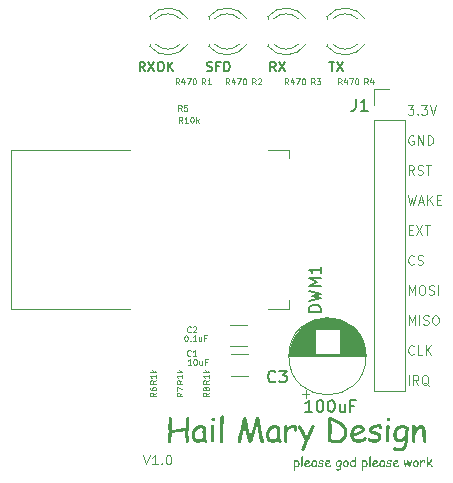
<source format=gbr>
%TF.GenerationSoftware,KiCad,Pcbnew,7.0.10*%
%TF.CreationDate,2024-02-28T22:59:02-05:00*%
%TF.ProjectId,DW1000 BU-01,44573130-3030-4204-9255-2d30312e6b69,rev?*%
%TF.SameCoordinates,Original*%
%TF.FileFunction,Legend,Top*%
%TF.FilePolarity,Positive*%
%FSLAX46Y46*%
G04 Gerber Fmt 4.6, Leading zero omitted, Abs format (unit mm)*
G04 Created by KiCad (PCBNEW 7.0.10) date 2024-02-28 22:59:02*
%MOMM*%
%LPD*%
G01*
G04 APERTURE LIST*
%ADD10C,0.120000*%
%ADD11C,0.300000*%
%ADD12C,0.100000*%
%ADD13C,0.150000*%
G04 APERTURE END LIST*
D10*
X663137Y-38846855D02*
X929804Y-39646855D01*
X929804Y-39646855D02*
X1196470Y-38846855D01*
X1882184Y-39646855D02*
X1425041Y-39646855D01*
X1653613Y-39646855D02*
X1653613Y-38846855D01*
X1653613Y-38846855D02*
X1577422Y-38961140D01*
X1577422Y-38961140D02*
X1501232Y-39037331D01*
X1501232Y-39037331D02*
X1425041Y-39075426D01*
X2225042Y-39570664D02*
X2263137Y-39608760D01*
X2263137Y-39608760D02*
X2225042Y-39646855D01*
X2225042Y-39646855D02*
X2186946Y-39608760D01*
X2186946Y-39608760D02*
X2225042Y-39570664D01*
X2225042Y-39570664D02*
X2225042Y-39646855D01*
X2758375Y-38846855D02*
X2834565Y-38846855D01*
X2834565Y-38846855D02*
X2910756Y-38884950D01*
X2910756Y-38884950D02*
X2948851Y-38923045D01*
X2948851Y-38923045D02*
X2986946Y-38999236D01*
X2986946Y-38999236D02*
X3025041Y-39151617D01*
X3025041Y-39151617D02*
X3025041Y-39342093D01*
X3025041Y-39342093D02*
X2986946Y-39494474D01*
X2986946Y-39494474D02*
X2948851Y-39570664D01*
X2948851Y-39570664D02*
X2910756Y-39608760D01*
X2910756Y-39608760D02*
X2834565Y-39646855D01*
X2834565Y-39646855D02*
X2758375Y-39646855D01*
X2758375Y-39646855D02*
X2682184Y-39608760D01*
X2682184Y-39608760D02*
X2644089Y-39570664D01*
X2644089Y-39570664D02*
X2605994Y-39494474D01*
X2605994Y-39494474D02*
X2567898Y-39342093D01*
X2567898Y-39342093D02*
X2567898Y-39151617D01*
X2567898Y-39151617D02*
X2605994Y-38999236D01*
X2605994Y-38999236D02*
X2644089Y-38923045D01*
X2644089Y-38923045D02*
X2682184Y-38884950D01*
X2682184Y-38884950D02*
X2758375Y-38846855D01*
D11*
G36*
X4540348Y-35824131D02*
G01*
X4534438Y-35843467D01*
X4529529Y-35865452D01*
X4526324Y-35884945D01*
X4523759Y-35906133D01*
X4521836Y-35929016D01*
X4520553Y-35953593D01*
X4520012Y-35973137D01*
X4519832Y-35993635D01*
X4519949Y-36013527D01*
X4520235Y-36033666D01*
X4520693Y-36056655D01*
X4521206Y-36077991D01*
X4521838Y-36101306D01*
X4522274Y-36116245D01*
X4522961Y-36135899D01*
X4523691Y-36158728D01*
X4524278Y-36179624D01*
X4524793Y-36202150D01*
X4525102Y-36221894D01*
X4525205Y-36238855D01*
X4524995Y-36265869D01*
X4524364Y-36295252D01*
X4523709Y-36316158D01*
X4522868Y-36338117D01*
X4521839Y-36361129D01*
X4520624Y-36385195D01*
X4519221Y-36410314D01*
X4517632Y-36436486D01*
X4515855Y-36463711D01*
X4513892Y-36491990D01*
X4511741Y-36521322D01*
X4509404Y-36551707D01*
X4506880Y-36583146D01*
X4504168Y-36615638D01*
X4501270Y-36649183D01*
X4498371Y-36682728D01*
X4495660Y-36715220D01*
X4493135Y-36746659D01*
X4490798Y-36777044D01*
X4488647Y-36806376D01*
X4486684Y-36834655D01*
X4484907Y-36861880D01*
X4483318Y-36888053D01*
X4481915Y-36913171D01*
X4480700Y-36937237D01*
X4479671Y-36960249D01*
X4478830Y-36982208D01*
X4478175Y-37003114D01*
X4477708Y-37022966D01*
X4477357Y-37050770D01*
X4477334Y-37059511D01*
X4477467Y-37080035D01*
X4477866Y-37102404D01*
X4478532Y-37126620D01*
X4479463Y-37152682D01*
X4480661Y-37180590D01*
X4481608Y-37200221D01*
X4482672Y-37220673D01*
X4483855Y-37241945D01*
X4485157Y-37264037D01*
X4486576Y-37286950D01*
X4488114Y-37310684D01*
X4489771Y-37335238D01*
X4491545Y-37360612D01*
X4492477Y-37373607D01*
X4494311Y-37399341D01*
X4496026Y-37424272D01*
X4497623Y-37448403D01*
X4499102Y-37471732D01*
X4500462Y-37494259D01*
X4501705Y-37515986D01*
X4502829Y-37536910D01*
X4503834Y-37557034D01*
X4505121Y-37585716D01*
X4506141Y-37612595D01*
X4506895Y-37637671D01*
X4507383Y-37660944D01*
X4507605Y-37682413D01*
X4507620Y-37689169D01*
X4506280Y-37709617D01*
X4502262Y-37728828D01*
X4494187Y-37749678D01*
X4482467Y-37768846D01*
X4469518Y-37783935D01*
X4454760Y-37797050D01*
X4435894Y-37808921D01*
X4415250Y-37817099D01*
X4392831Y-37821584D01*
X4375729Y-37822526D01*
X4355779Y-37821169D01*
X4333937Y-37816157D01*
X4313638Y-37807451D01*
X4294881Y-37795053D01*
X4282428Y-37783935D01*
X4269313Y-37768828D01*
X4257442Y-37749598D01*
X4249264Y-37728637D01*
X4245194Y-37709294D01*
X4243838Y-37688681D01*
X4243705Y-37667808D01*
X4243305Y-37645123D01*
X4242640Y-37620627D01*
X4241708Y-37594319D01*
X4240510Y-37566199D01*
X4239564Y-37546446D01*
X4238499Y-37525887D01*
X4237316Y-37504524D01*
X4236015Y-37482355D01*
X4234595Y-37459381D01*
X4233057Y-37435602D01*
X4231401Y-37411017D01*
X4229626Y-37385627D01*
X4228695Y-37372630D01*
X4226861Y-37346784D01*
X4225145Y-37321759D01*
X4223548Y-37297554D01*
X4222069Y-37274170D01*
X4220709Y-37251606D01*
X4219467Y-37229863D01*
X4218343Y-37208940D01*
X4217337Y-37188838D01*
X4216051Y-37160223D01*
X4215030Y-37133454D01*
X4214276Y-37108531D01*
X4213788Y-37085454D01*
X4213566Y-37064224D01*
X4213551Y-37057557D01*
X4213658Y-37032354D01*
X4213979Y-37007060D01*
X4214513Y-36981674D01*
X4215261Y-36956196D01*
X4216223Y-36930627D01*
X4217398Y-36904966D01*
X4218787Y-36879214D01*
X4220390Y-36853370D01*
X4190585Y-36854103D01*
X4159910Y-36855324D01*
X4128364Y-36857034D01*
X4095949Y-36859232D01*
X4062663Y-36861919D01*
X4028507Y-36865094D01*
X3993481Y-36868757D01*
X3957585Y-36872909D01*
X3920819Y-36877550D01*
X3883183Y-36882679D01*
X3844676Y-36888297D01*
X3825097Y-36891289D01*
X3805300Y-36894403D01*
X3785285Y-36897639D01*
X3765053Y-36900997D01*
X3744603Y-36904478D01*
X3723936Y-36908080D01*
X3703051Y-36911805D01*
X3681949Y-36915652D01*
X3660630Y-36919621D01*
X3639092Y-36923712D01*
X3062191Y-37037041D01*
X3061972Y-37061411D01*
X3061315Y-37087628D01*
X3060220Y-37115690D01*
X3059247Y-37135424D01*
X3058079Y-37155979D01*
X3056717Y-37177354D01*
X3055160Y-37199549D01*
X3053408Y-37222566D01*
X3051462Y-37246402D01*
X3049321Y-37271059D01*
X3046985Y-37296537D01*
X3044455Y-37322835D01*
X3041730Y-37349953D01*
X3038811Y-37377893D01*
X3037278Y-37392170D01*
X3034320Y-37420525D01*
X3031553Y-37448071D01*
X3028977Y-37474808D01*
X3026592Y-37500736D01*
X3024398Y-37525855D01*
X3022394Y-37550164D01*
X3020582Y-37573665D01*
X3018960Y-37596357D01*
X3017529Y-37618239D01*
X3016288Y-37639313D01*
X3015239Y-37659578D01*
X3014022Y-37688457D01*
X3013235Y-37715517D01*
X3012878Y-37740756D01*
X3012854Y-37748764D01*
X3011514Y-37769578D01*
X3007496Y-37789156D01*
X2999421Y-37810434D01*
X2989598Y-37827332D01*
X2977096Y-37842994D01*
X2974752Y-37845484D01*
X2959994Y-37858931D01*
X2941127Y-37871103D01*
X2920484Y-37879488D01*
X2901376Y-37883661D01*
X2880963Y-37885052D01*
X2860532Y-37883678D01*
X2841372Y-37879556D01*
X2820625Y-37871275D01*
X2801608Y-37859254D01*
X2786685Y-37845973D01*
X2773902Y-37830700D01*
X2762332Y-37811319D01*
X2754361Y-37790255D01*
X2750394Y-37770861D01*
X2749071Y-37750230D01*
X2749282Y-37721673D01*
X2749656Y-37701233D01*
X2750217Y-37679671D01*
X2750965Y-37656987D01*
X2751900Y-37633181D01*
X2753022Y-37608253D01*
X2754331Y-37582203D01*
X2755827Y-37555031D01*
X2757510Y-37526737D01*
X2759380Y-37497321D01*
X2761437Y-37466783D01*
X2763681Y-37435123D01*
X2766112Y-37402341D01*
X2768730Y-37368437D01*
X2771535Y-37333411D01*
X2773007Y-37315478D01*
X2775906Y-37279830D01*
X2778617Y-37245303D01*
X2781142Y-37211899D01*
X2783479Y-37179617D01*
X2785630Y-37148457D01*
X2787593Y-37118419D01*
X2789370Y-37089503D01*
X2790959Y-37061709D01*
X2792362Y-37035037D01*
X2793577Y-37009487D01*
X2794605Y-36985059D01*
X2795447Y-36961753D01*
X2796101Y-36939569D01*
X2796569Y-36918507D01*
X2796849Y-36898566D01*
X2796943Y-36879748D01*
X2796851Y-36859621D01*
X2796577Y-36837097D01*
X2796119Y-36812177D01*
X2795655Y-36791914D01*
X2795088Y-36770303D01*
X2794418Y-36747343D01*
X2793646Y-36723036D01*
X2792770Y-36697380D01*
X2791791Y-36670377D01*
X2791081Y-36651625D01*
X2790121Y-36623710D01*
X2789255Y-36597117D01*
X2788484Y-36571847D01*
X2787807Y-36547899D01*
X2787224Y-36525273D01*
X2786736Y-36503969D01*
X2786343Y-36483988D01*
X2785965Y-36459403D01*
X2785755Y-36437170D01*
X2785708Y-36422037D01*
X2785828Y-36400742D01*
X2786189Y-36377524D01*
X2786790Y-36352382D01*
X2787631Y-36325317D01*
X2788713Y-36296328D01*
X2789568Y-36275934D01*
X2790530Y-36254685D01*
X2791598Y-36232581D01*
X2792774Y-36209622D01*
X2794056Y-36185809D01*
X2795445Y-36161140D01*
X2796941Y-36135617D01*
X2798544Y-36109238D01*
X2799385Y-36095729D01*
X2801101Y-36068864D01*
X2802706Y-36042858D01*
X2804200Y-36017710D01*
X2805583Y-35993422D01*
X2806856Y-35969991D01*
X2808018Y-35947420D01*
X2809069Y-35925707D01*
X2810010Y-35904853D01*
X2810840Y-35884857D01*
X2811878Y-35856474D01*
X2812666Y-35830023D01*
X2813206Y-35805504D01*
X2813496Y-35782917D01*
X2813551Y-35768932D01*
X2814874Y-35747986D01*
X2818841Y-35728380D01*
X2826812Y-35707199D01*
X2838382Y-35687841D01*
X2851165Y-35672700D01*
X2866089Y-35659585D01*
X2885106Y-35647714D01*
X2905852Y-35639537D01*
X2925012Y-35635466D01*
X2945443Y-35634110D01*
X2965856Y-35635449D01*
X2988022Y-35640398D01*
X3008411Y-35648993D01*
X3027025Y-35661235D01*
X3039232Y-35672212D01*
X3052181Y-35686986D01*
X3063901Y-35705917D01*
X3071976Y-35726670D01*
X3075994Y-35745910D01*
X3077334Y-35766489D01*
X3077205Y-35787763D01*
X3076819Y-35810917D01*
X3076175Y-35835951D01*
X3075273Y-35862866D01*
X3074114Y-35891661D01*
X3073198Y-35911903D01*
X3072167Y-35932980D01*
X3071023Y-35954894D01*
X3069763Y-35977643D01*
X3068389Y-36001227D01*
X3066901Y-36025648D01*
X3065298Y-36050904D01*
X3063581Y-36076996D01*
X3062679Y-36090355D01*
X3060964Y-36116865D01*
X3059359Y-36142539D01*
X3057865Y-36167378D01*
X3056482Y-36191380D01*
X3055209Y-36214547D01*
X3054047Y-36236878D01*
X3052995Y-36258373D01*
X3052055Y-36279033D01*
X3051225Y-36298857D01*
X3050187Y-36327025D01*
X3049398Y-36353313D01*
X3048859Y-36377721D01*
X3048568Y-36400248D01*
X3048513Y-36414221D01*
X3056817Y-36756161D01*
X3645931Y-36642833D01*
X3667896Y-36638682D01*
X3689643Y-36634658D01*
X3711173Y-36630760D01*
X3732485Y-36626987D01*
X3753579Y-36623341D01*
X3774456Y-36619820D01*
X3795116Y-36616426D01*
X3815558Y-36613157D01*
X3835782Y-36610014D01*
X3855789Y-36606998D01*
X3875579Y-36604107D01*
X3895150Y-36601342D01*
X3933642Y-36596190D01*
X3971263Y-36591542D01*
X4008014Y-36587397D01*
X4043894Y-36583756D01*
X4078905Y-36580619D01*
X4113046Y-36577986D01*
X4146316Y-36575857D01*
X4178716Y-36574231D01*
X4210247Y-36573109D01*
X4240907Y-36572491D01*
X4242740Y-36547483D01*
X4244456Y-36520940D01*
X4246053Y-36492864D01*
X4247532Y-36463253D01*
X4248892Y-36432108D01*
X4250134Y-36399429D01*
X4251258Y-36365216D01*
X4252264Y-36329469D01*
X4253151Y-36292188D01*
X4253920Y-36253372D01*
X4254260Y-36233389D01*
X4254571Y-36213023D01*
X4254852Y-36192272D01*
X4255103Y-36171139D01*
X4255325Y-36149621D01*
X4255517Y-36127721D01*
X4255680Y-36105436D01*
X4255813Y-36082769D01*
X4255917Y-36059717D01*
X4255991Y-36036282D01*
X4256035Y-36012464D01*
X4256050Y-35988262D01*
X4256584Y-35962448D01*
X4258187Y-35936543D01*
X4260090Y-35917055D01*
X4262595Y-35897514D01*
X4265700Y-35877922D01*
X4269407Y-35858279D01*
X4273714Y-35838584D01*
X4278623Y-35818837D01*
X4284133Y-35799040D01*
X4290244Y-35779190D01*
X4299088Y-35753263D01*
X4308585Y-35729885D01*
X4318734Y-35709058D01*
X4329536Y-35690782D01*
X4344954Y-35670380D01*
X4361532Y-35654512D01*
X4379270Y-35643177D01*
X4398169Y-35636377D01*
X4418227Y-35634110D01*
X4440366Y-35635933D01*
X4461477Y-35641403D01*
X4481559Y-35650519D01*
X4497954Y-35661235D01*
X4511039Y-35672212D01*
X4525150Y-35687021D01*
X4536341Y-35703238D01*
X4545708Y-35723938D01*
X4550574Y-35743207D01*
X4552520Y-35763883D01*
X4552561Y-35767466D01*
X4550545Y-35786951D01*
X4545691Y-35807217D01*
X4540348Y-35824131D01*
G37*
G36*
X5557110Y-36322443D02*
G01*
X5580310Y-36324079D01*
X5604016Y-36326805D01*
X5628229Y-36330622D01*
X5652949Y-36335529D01*
X5678175Y-36341527D01*
X5703908Y-36348615D01*
X5730147Y-36356794D01*
X5756893Y-36366063D01*
X5784146Y-36376423D01*
X5802595Y-36383935D01*
X5825192Y-36393709D01*
X5846330Y-36403734D01*
X5866011Y-36414012D01*
X5884234Y-36424541D01*
X5900999Y-36435322D01*
X5923413Y-36451966D01*
X5942547Y-36469176D01*
X5958400Y-36486953D01*
X5970974Y-36505297D01*
X5980268Y-36524208D01*
X5986281Y-36543685D01*
X5989015Y-36563730D01*
X5989197Y-36570537D01*
X5986995Y-36590763D01*
X5980387Y-36609675D01*
X5969375Y-36627273D01*
X5961353Y-36636482D01*
X5956430Y-36658636D01*
X5952643Y-36680718D01*
X5949819Y-36700754D01*
X5947178Y-36722896D01*
X5944720Y-36747144D01*
X5942997Y-36766713D01*
X5941377Y-36787467D01*
X5939860Y-36809406D01*
X5938542Y-36832443D01*
X5937335Y-36856673D01*
X5936241Y-36882097D01*
X5935257Y-36908714D01*
X5934386Y-36936525D01*
X5933626Y-36965529D01*
X5933181Y-36985528D01*
X5932786Y-37006058D01*
X5932441Y-37027118D01*
X5932145Y-37048709D01*
X5931899Y-37070830D01*
X5931703Y-37093482D01*
X5931556Y-37116664D01*
X5931476Y-37137814D01*
X5931601Y-37158399D01*
X5931933Y-37178419D01*
X5932818Y-37207391D01*
X5934166Y-37235091D01*
X5935978Y-37261521D01*
X5938253Y-37286680D01*
X5940992Y-37310568D01*
X5944195Y-37333185D01*
X5947862Y-37354532D01*
X5951992Y-37374607D01*
X5955003Y-37387285D01*
X5960720Y-37409183D01*
X5967372Y-37430978D01*
X5973573Y-37449819D01*
X5980813Y-37470797D01*
X5989092Y-37493914D01*
X5998410Y-37519169D01*
X6008767Y-37546562D01*
X6016249Y-37566012D01*
X6024192Y-37586412D01*
X6032598Y-37607762D01*
X6041465Y-37630062D01*
X6049347Y-37649960D01*
X6058028Y-37670362D01*
X6066169Y-37688795D01*
X6072728Y-37703335D01*
X6081032Y-37726782D01*
X6079676Y-37746795D01*
X6074663Y-37768407D01*
X6065958Y-37788148D01*
X6053559Y-37806020D01*
X6042442Y-37817641D01*
X6024974Y-37831726D01*
X6006338Y-37842351D01*
X5986533Y-37849517D01*
X5965559Y-37853224D01*
X5953049Y-37853789D01*
X5932670Y-37846919D01*
X5913409Y-37833936D01*
X5897133Y-37820541D01*
X5882600Y-37807352D01*
X5866724Y-37791965D01*
X5858283Y-37783447D01*
X5843384Y-37767189D01*
X5829462Y-37751390D01*
X5816517Y-37736048D01*
X5801710Y-37717516D01*
X5788429Y-37699698D01*
X5776675Y-37682596D01*
X5766448Y-37666210D01*
X5741993Y-37680351D01*
X5718087Y-37693831D01*
X5694732Y-37706649D01*
X5671926Y-37718806D01*
X5649669Y-37730303D01*
X5627962Y-37741137D01*
X5606804Y-37751311D01*
X5586196Y-37760824D01*
X5566138Y-37769675D01*
X5546629Y-37777865D01*
X5533928Y-37782958D01*
X5515440Y-37790029D01*
X5491683Y-37798376D01*
X5468950Y-37805485D01*
X5447239Y-37811359D01*
X5426551Y-37815996D01*
X5406885Y-37819396D01*
X5383742Y-37821907D01*
X5366378Y-37822526D01*
X5346459Y-37822350D01*
X5326881Y-37821822D01*
X5288747Y-37819709D01*
X5251975Y-37816189D01*
X5216565Y-37811260D01*
X5182518Y-37804923D01*
X5149834Y-37797178D01*
X5118511Y-37788024D01*
X5088551Y-37777463D01*
X5059954Y-37765493D01*
X5032719Y-37752115D01*
X5006847Y-37737329D01*
X4982336Y-37721134D01*
X4959189Y-37703532D01*
X4937403Y-37684521D01*
X4916980Y-37664102D01*
X4897920Y-37642274D01*
X4881121Y-37620382D01*
X4865405Y-37597082D01*
X4850773Y-37572373D01*
X4837226Y-37546256D01*
X4824762Y-37518731D01*
X4813381Y-37489798D01*
X4803085Y-37459457D01*
X4793872Y-37427707D01*
X4785744Y-37394549D01*
X4778699Y-37359983D01*
X4772738Y-37324009D01*
X4767861Y-37286626D01*
X4764067Y-37247836D01*
X4762577Y-37227912D01*
X4761358Y-37207637D01*
X4760409Y-37187009D01*
X4759732Y-37166030D01*
X4759325Y-37144698D01*
X4759226Y-37128876D01*
X5030300Y-37128876D01*
X5030611Y-37154241D01*
X5031544Y-37178801D01*
X5033099Y-37202555D01*
X5035276Y-37225505D01*
X5038075Y-37247649D01*
X5041497Y-37268987D01*
X5045540Y-37289521D01*
X5050205Y-37309249D01*
X5055493Y-37328172D01*
X5064590Y-37355047D01*
X5075088Y-37380110D01*
X5086984Y-37403362D01*
X5100281Y-37424801D01*
X5109923Y-37438087D01*
X5125556Y-37456507D01*
X5142598Y-37473115D01*
X5161048Y-37487912D01*
X5180906Y-37500896D01*
X5202172Y-37512069D01*
X5224847Y-37521430D01*
X5248929Y-37528979D01*
X5274420Y-37534716D01*
X5301319Y-37538642D01*
X5329627Y-37540755D01*
X5349281Y-37541158D01*
X5373658Y-37540772D01*
X5397332Y-37539612D01*
X5420301Y-37537680D01*
X5442566Y-37534976D01*
X5464127Y-37531498D01*
X5484984Y-37527248D01*
X5505137Y-37522224D01*
X5524586Y-37516428D01*
X5543331Y-37509860D01*
X5567228Y-37499899D01*
X5573007Y-37497194D01*
X5592917Y-37486535D01*
X5611660Y-37475082D01*
X5628062Y-37464236D01*
X5645716Y-37451894D01*
X5664622Y-37438056D01*
X5684780Y-37422722D01*
X5700719Y-37410240D01*
X5711737Y-37401451D01*
X5709032Y-37380793D01*
X5706413Y-37360462D01*
X5703880Y-37340459D01*
X5701433Y-37320782D01*
X5696796Y-37282411D01*
X5692503Y-37245349D01*
X5688553Y-37209596D01*
X5684947Y-37175152D01*
X5681684Y-37142017D01*
X5678764Y-37110191D01*
X5676188Y-37079674D01*
X5673956Y-37050466D01*
X5672067Y-37022567D01*
X5670521Y-36995977D01*
X5669319Y-36970696D01*
X5668460Y-36946724D01*
X5667945Y-36924061D01*
X5667773Y-36902707D01*
X5668031Y-36882048D01*
X5668804Y-36860735D01*
X5670092Y-36838771D01*
X5671895Y-36816154D01*
X5674213Y-36792884D01*
X5675101Y-36784982D01*
X5677581Y-36764935D01*
X5680443Y-36744482D01*
X5683687Y-36723623D01*
X5687313Y-36702359D01*
X5691320Y-36680690D01*
X5695709Y-36658615D01*
X5697571Y-36649672D01*
X5679184Y-36641142D01*
X5658948Y-36632320D01*
X5640021Y-36624713D01*
X5619993Y-36617508D01*
X5610621Y-36614501D01*
X5591408Y-36609069D01*
X5570969Y-36604845D01*
X5552491Y-36603265D01*
X5526095Y-36603887D01*
X5500154Y-36605754D01*
X5474667Y-36608864D01*
X5449634Y-36613218D01*
X5425055Y-36618817D01*
X5400930Y-36625659D01*
X5377260Y-36633746D01*
X5354043Y-36643077D01*
X5331281Y-36653652D01*
X5308973Y-36665471D01*
X5287119Y-36678534D01*
X5265719Y-36692841D01*
X5244773Y-36708393D01*
X5224282Y-36725188D01*
X5204244Y-36743228D01*
X5184661Y-36762512D01*
X5165969Y-36782547D01*
X5148483Y-36802964D01*
X5132202Y-36823763D01*
X5117128Y-36844944D01*
X5103259Y-36866506D01*
X5090597Y-36888449D01*
X5079141Y-36910775D01*
X5068890Y-36933482D01*
X5059845Y-36956570D01*
X5052007Y-36980040D01*
X5045374Y-37003892D01*
X5039947Y-37028126D01*
X5035726Y-37052741D01*
X5032711Y-37077738D01*
X5030903Y-37103116D01*
X5030300Y-37128876D01*
X4759226Y-37128876D01*
X4759190Y-37123014D01*
X4759413Y-37102409D01*
X4760083Y-37081991D01*
X4761199Y-37061761D01*
X4762762Y-37041719D01*
X4764771Y-37021866D01*
X4767227Y-37002200D01*
X4770129Y-36982722D01*
X4773478Y-36963432D01*
X4781515Y-36925416D01*
X4791338Y-36888152D01*
X4802948Y-36851639D01*
X4816343Y-36815879D01*
X4831524Y-36780870D01*
X4848491Y-36746613D01*
X4867245Y-36713108D01*
X4887784Y-36680355D01*
X4910109Y-36648353D01*
X4921942Y-36632634D01*
X4934221Y-36617103D01*
X4946946Y-36601760D01*
X4960118Y-36586605D01*
X4973736Y-36571638D01*
X4987801Y-36556859D01*
X5002206Y-36542404D01*
X5016784Y-36528407D01*
X5031535Y-36514869D01*
X5046458Y-36501790D01*
X5061554Y-36489170D01*
X5092263Y-36465307D01*
X5123664Y-36443279D01*
X5155755Y-36423087D01*
X5188537Y-36404731D01*
X5222010Y-36388210D01*
X5256173Y-36373525D01*
X5291027Y-36360675D01*
X5326572Y-36349662D01*
X5362808Y-36340483D01*
X5399735Y-36333141D01*
X5437352Y-36327634D01*
X5475660Y-36323963D01*
X5514658Y-36322127D01*
X5534417Y-36321898D01*
X5557110Y-36322443D01*
G37*
G36*
X6574891Y-35978004D02*
G01*
X6554713Y-35977002D01*
X6535393Y-35973997D01*
X6513342Y-35967745D01*
X6492528Y-35958609D01*
X6472950Y-35946588D01*
X6460586Y-35936971D01*
X6444317Y-35920817D01*
X6431414Y-35903494D01*
X6421877Y-35885004D01*
X6415706Y-35865347D01*
X6412901Y-35844521D01*
X6412714Y-35837320D01*
X6414397Y-35816122D01*
X6419446Y-35796127D01*
X6427861Y-35777333D01*
X6439642Y-35759742D01*
X6454789Y-35743353D01*
X6460586Y-35738157D01*
X6476128Y-35726196D01*
X6495911Y-35714518D01*
X6516931Y-35705759D01*
X6539188Y-35699920D01*
X6558680Y-35697285D01*
X6574891Y-35696636D01*
X6595046Y-35697650D01*
X6618035Y-35701542D01*
X6639720Y-35708354D01*
X6660099Y-35718086D01*
X6679173Y-35730737D01*
X6688220Y-35738157D01*
X6704323Y-35754146D01*
X6717094Y-35771336D01*
X6726534Y-35789729D01*
X6732642Y-35809323D01*
X6735418Y-35830120D01*
X6735603Y-35837320D01*
X6733937Y-35858535D01*
X6728940Y-35878582D01*
X6720611Y-35897461D01*
X6708950Y-35915172D01*
X6693958Y-35931716D01*
X6688220Y-35936971D01*
X6669799Y-35950916D01*
X6650072Y-35961975D01*
X6629041Y-35970150D01*
X6606704Y-35975439D01*
X6587093Y-35977643D01*
X6574891Y-35978004D01*
G37*
G36*
X6636929Y-37118618D02*
G01*
X6636998Y-37140806D01*
X6637204Y-37165604D01*
X6637449Y-37185916D01*
X6637771Y-37207696D01*
X6638170Y-37230944D01*
X6638646Y-37255661D01*
X6639200Y-37281846D01*
X6639831Y-37309499D01*
X6640540Y-37338621D01*
X6641055Y-37358851D01*
X6641325Y-37369211D01*
X6641917Y-37389769D01*
X6642470Y-37409679D01*
X6643229Y-37438327D01*
X6643901Y-37465515D01*
X6644488Y-37491244D01*
X6644989Y-37515512D01*
X6645404Y-37538321D01*
X6645733Y-37559671D01*
X6645976Y-37579560D01*
X6646167Y-37603809D01*
X6646210Y-37620293D01*
X6644905Y-37642584D01*
X6640990Y-37663295D01*
X6634464Y-37682426D01*
X6625327Y-37699977D01*
X6613581Y-37715948D01*
X6609085Y-37720921D01*
X6594339Y-37734201D01*
X6575052Y-37746223D01*
X6556733Y-37753550D01*
X6536767Y-37758130D01*
X6515151Y-37759961D01*
X6511388Y-37760000D01*
X6490128Y-37758626D01*
X6470310Y-37754504D01*
X6451934Y-37747635D01*
X6432319Y-37736148D01*
X6417069Y-37723325D01*
X6414668Y-37720921D01*
X6401885Y-37705476D01*
X6391747Y-37688452D01*
X6384254Y-37669847D01*
X6379405Y-37649663D01*
X6377202Y-37627898D01*
X6377055Y-37620293D01*
X6376978Y-37597990D01*
X6376749Y-37573093D01*
X6376477Y-37552717D01*
X6376120Y-37530881D01*
X6375676Y-37507585D01*
X6375146Y-37482830D01*
X6374531Y-37456615D01*
X6373830Y-37428940D01*
X6373043Y-37399805D01*
X6372470Y-37379571D01*
X6372170Y-37369211D01*
X6371578Y-37348654D01*
X6371025Y-37328751D01*
X6370266Y-37300118D01*
X6369594Y-37272954D01*
X6369007Y-37247259D01*
X6368506Y-37223032D01*
X6368091Y-37200273D01*
X6367762Y-37178982D01*
X6367519Y-37159160D01*
X6367328Y-37135014D01*
X6367285Y-37118618D01*
X6367405Y-37093409D01*
X6367766Y-37067058D01*
X6368367Y-37039565D01*
X6369208Y-37010930D01*
X6369903Y-36991205D01*
X6370704Y-36970973D01*
X6371613Y-36950233D01*
X6372628Y-36928986D01*
X6373750Y-36907231D01*
X6374979Y-36884969D01*
X6376314Y-36862199D01*
X6377757Y-36838922D01*
X6379306Y-36815137D01*
X6380963Y-36790844D01*
X6382678Y-36766551D01*
X6384283Y-36742766D01*
X6385777Y-36719489D01*
X6387160Y-36696719D01*
X6388433Y-36674456D01*
X6389595Y-36652702D01*
X6390646Y-36631454D01*
X6391587Y-36610715D01*
X6392417Y-36590483D01*
X6393136Y-36570758D01*
X6394008Y-36542123D01*
X6394631Y-36514630D01*
X6395004Y-36488279D01*
X6395129Y-36463070D01*
X6396451Y-36440281D01*
X6400418Y-36419175D01*
X6407030Y-36399752D01*
X6416286Y-36382012D01*
X6428187Y-36365955D01*
X6432742Y-36360976D01*
X6447751Y-36347696D01*
X6467086Y-36335674D01*
X6485221Y-36328347D01*
X6504798Y-36323768D01*
X6525819Y-36321936D01*
X6529462Y-36321898D01*
X6550872Y-36323271D01*
X6570770Y-36327393D01*
X6589157Y-36334262D01*
X6608698Y-36345749D01*
X6623811Y-36358572D01*
X6626182Y-36360976D01*
X6639131Y-36376473D01*
X6649401Y-36393652D01*
X6656991Y-36412514D01*
X6661903Y-36433059D01*
X6664135Y-36455287D01*
X6664284Y-36463070D01*
X6664164Y-36488279D01*
X6663803Y-36514630D01*
X6663202Y-36542123D01*
X6662361Y-36570758D01*
X6661666Y-36590483D01*
X6660865Y-36610715D01*
X6659957Y-36631454D01*
X6658941Y-36652702D01*
X6657819Y-36674456D01*
X6656591Y-36696719D01*
X6655255Y-36719489D01*
X6653812Y-36742766D01*
X6652263Y-36766551D01*
X6650607Y-36790844D01*
X6648950Y-36815137D01*
X6647401Y-36838922D01*
X6645958Y-36862199D01*
X6644623Y-36884969D01*
X6643394Y-36907231D01*
X6642272Y-36928986D01*
X6641257Y-36950233D01*
X6640348Y-36970973D01*
X6639547Y-36991205D01*
X6638852Y-37010930D01*
X6638011Y-37039565D01*
X6637410Y-37067058D01*
X6637049Y-37093409D01*
X6636929Y-37118618D01*
G37*
G36*
X7444884Y-36661395D02*
G01*
X7424368Y-37357487D01*
X7424274Y-37379184D01*
X7423990Y-37402693D01*
X7423518Y-37428014D01*
X7422857Y-37455146D01*
X7422007Y-37484090D01*
X7421335Y-37504393D01*
X7420579Y-37525501D01*
X7419740Y-37547414D01*
X7418816Y-37570133D01*
X7417809Y-37593656D01*
X7416717Y-37617985D01*
X7415542Y-37643119D01*
X7414282Y-37669059D01*
X7413621Y-37682330D01*
X7410112Y-37707385D01*
X7404714Y-37729975D01*
X7397427Y-37750101D01*
X7388251Y-37767762D01*
X7373077Y-37787477D01*
X7354545Y-37802811D01*
X7332655Y-37813763D01*
X7307406Y-37820335D01*
X7286266Y-37822389D01*
X7278799Y-37822526D01*
X7254705Y-37821272D01*
X7232981Y-37817511D01*
X7213626Y-37811243D01*
X7191507Y-37798985D01*
X7173601Y-37782269D01*
X7159908Y-37761097D01*
X7152404Y-37742292D01*
X7147269Y-37720980D01*
X7144504Y-37697160D01*
X7143977Y-37679888D01*
X7144036Y-37658036D01*
X7144214Y-37634856D01*
X7144510Y-37610347D01*
X7144924Y-37584511D01*
X7145456Y-37557347D01*
X7146107Y-37528854D01*
X7146876Y-37499034D01*
X7147763Y-37467885D01*
X7148769Y-37435408D01*
X7149892Y-37401604D01*
X7151135Y-37366471D01*
X7152495Y-37330010D01*
X7153974Y-37292221D01*
X7155571Y-37253104D01*
X7156414Y-37233047D01*
X7157286Y-37212659D01*
X7158189Y-37191938D01*
X7159120Y-37170886D01*
X7160052Y-37149803D01*
X7160954Y-37129053D01*
X7161826Y-37108637D01*
X7162669Y-37088553D01*
X7163483Y-37068802D01*
X7165021Y-37030300D01*
X7166440Y-36993129D01*
X7167742Y-36957290D01*
X7168925Y-36922783D01*
X7169990Y-36889608D01*
X7170936Y-36857765D01*
X7171764Y-36827254D01*
X7172474Y-36798074D01*
X7173065Y-36770227D01*
X7173539Y-36743711D01*
X7173894Y-36718527D01*
X7174130Y-36694676D01*
X7174248Y-36672156D01*
X7174263Y-36661395D01*
X7174290Y-36633487D01*
X7174370Y-36605082D01*
X7174504Y-36576181D01*
X7174691Y-36546784D01*
X7174931Y-36516891D01*
X7175225Y-36486502D01*
X7175572Y-36455617D01*
X7175973Y-36424235D01*
X7176427Y-36392358D01*
X7176935Y-36359984D01*
X7177496Y-36327114D01*
X7178110Y-36293749D01*
X7178778Y-36259887D01*
X7179499Y-36225529D01*
X7180274Y-36190674D01*
X7181102Y-36155324D01*
X7181930Y-36119974D01*
X7182705Y-36085119D01*
X7183426Y-36050761D01*
X7184094Y-36016899D01*
X7184708Y-35983533D01*
X7185269Y-35950664D01*
X7185777Y-35918290D01*
X7186231Y-35886413D01*
X7186632Y-35855031D01*
X7186979Y-35824146D01*
X7187273Y-35793757D01*
X7187513Y-35763864D01*
X7187700Y-35734467D01*
X7187834Y-35705566D01*
X7187914Y-35677161D01*
X7187941Y-35649253D01*
X7189126Y-35624198D01*
X7192681Y-35601608D01*
X7198606Y-35581483D01*
X7210192Y-35558482D01*
X7225991Y-35539862D01*
X7246004Y-35525623D01*
X7270230Y-35515766D01*
X7291164Y-35511248D01*
X7314468Y-35509194D01*
X7322763Y-35509057D01*
X7347032Y-35510290D01*
X7368913Y-35513986D01*
X7388408Y-35520147D01*
X7410687Y-35532195D01*
X7428723Y-35548624D01*
X7442515Y-35569435D01*
X7450075Y-35587917D01*
X7455247Y-35608864D01*
X7458031Y-35632276D01*
X7458562Y-35649253D01*
X7458535Y-35677161D01*
X7458455Y-35705566D01*
X7458322Y-35734467D01*
X7458135Y-35763864D01*
X7457894Y-35793757D01*
X7457600Y-35824146D01*
X7457253Y-35855031D01*
X7456852Y-35886413D01*
X7456398Y-35918290D01*
X7455891Y-35950664D01*
X7455330Y-35983533D01*
X7454715Y-36016899D01*
X7454047Y-36050761D01*
X7453326Y-36085119D01*
X7452551Y-36119974D01*
X7451723Y-36155324D01*
X7450895Y-36190674D01*
X7450120Y-36225529D01*
X7449399Y-36259887D01*
X7448731Y-36293749D01*
X7448117Y-36327114D01*
X7447556Y-36359984D01*
X7447048Y-36392358D01*
X7446594Y-36424235D01*
X7446193Y-36455617D01*
X7445846Y-36486502D01*
X7445552Y-36516891D01*
X7445312Y-36546784D01*
X7445125Y-36576181D01*
X7444991Y-36605082D01*
X7444911Y-36633487D01*
X7444884Y-36661395D01*
G37*
G36*
X10739720Y-37885052D02*
G01*
X10717161Y-37883251D01*
X10695890Y-37877849D01*
X10675907Y-37868845D01*
X10657212Y-37856239D01*
X10639805Y-37840031D01*
X10626807Y-37824472D01*
X10617599Y-37811290D01*
X10607356Y-37794224D01*
X10597388Y-37774532D01*
X10587694Y-37752214D01*
X10580605Y-37733753D01*
X10573670Y-37713815D01*
X10566889Y-37692400D01*
X10560263Y-37669508D01*
X10553791Y-37645139D01*
X10547475Y-37619293D01*
X10543349Y-37601242D01*
X10494012Y-37356999D01*
X10486673Y-37326467D01*
X10478823Y-37291656D01*
X10470462Y-37252568D01*
X10466089Y-37231419D01*
X10461589Y-37209201D01*
X10456961Y-37185914D01*
X10452205Y-37161557D01*
X10447321Y-37136130D01*
X10442309Y-37109634D01*
X10437169Y-37082069D01*
X10431902Y-37053434D01*
X10426507Y-37023729D01*
X10420983Y-36992955D01*
X10415332Y-36961111D01*
X10409554Y-36928198D01*
X10403647Y-36894215D01*
X10397612Y-36859163D01*
X10391450Y-36823041D01*
X10385160Y-36785850D01*
X10378742Y-36747590D01*
X10372196Y-36708259D01*
X10365522Y-36667859D01*
X10358721Y-36626390D01*
X10351791Y-36583851D01*
X10344734Y-36540243D01*
X10337549Y-36495565D01*
X10330236Y-36449818D01*
X10322795Y-36403001D01*
X10315226Y-36355115D01*
X10040697Y-37210942D01*
X9959609Y-37480586D01*
X9953424Y-37500387D01*
X9947206Y-37519733D01*
X9940953Y-37538626D01*
X9931509Y-37566113D01*
X9921988Y-37592579D01*
X9912389Y-37618022D01*
X9902713Y-37642444D01*
X9892960Y-37665844D01*
X9883130Y-37688223D01*
X9873223Y-37709579D01*
X9863238Y-37729914D01*
X9856538Y-37742903D01*
X9841502Y-37761564D01*
X9825214Y-37777738D01*
X9807674Y-37791423D01*
X9788883Y-37802620D01*
X9768840Y-37811329D01*
X9747545Y-37817549D01*
X9724998Y-37821282D01*
X9701200Y-37822526D01*
X9681576Y-37821549D01*
X9658528Y-37817580D01*
X9637126Y-37810558D01*
X9617370Y-37800483D01*
X9599259Y-37787355D01*
X9582794Y-37771174D01*
X9573705Y-37760000D01*
X9564372Y-37740577D01*
X9555301Y-37719556D01*
X9546492Y-37696938D01*
X9539635Y-37677692D01*
X9532945Y-37657424D01*
X9526423Y-37636133D01*
X9520068Y-37613819D01*
X9518506Y-37608080D01*
X9478939Y-37450788D01*
X9470300Y-37419395D01*
X9461725Y-37387863D01*
X9453215Y-37356193D01*
X9444768Y-37324385D01*
X9436385Y-37292438D01*
X9428066Y-37260353D01*
X9419811Y-37228130D01*
X9411619Y-37195768D01*
X9403492Y-37163268D01*
X9395429Y-37130630D01*
X9387429Y-37097853D01*
X9379494Y-37064938D01*
X9371622Y-37031884D01*
X9363815Y-36998693D01*
X9356071Y-36965363D01*
X9348391Y-36931894D01*
X9340775Y-36898287D01*
X9333223Y-36864542D01*
X9325735Y-36830659D01*
X9318311Y-36796637D01*
X9310951Y-36762477D01*
X9303654Y-36728178D01*
X9296422Y-36693742D01*
X9289254Y-36659166D01*
X9282149Y-36624453D01*
X9275109Y-36589601D01*
X9268132Y-36554611D01*
X9261219Y-36519482D01*
X9254370Y-36484216D01*
X9247585Y-36448810D01*
X9240865Y-36413267D01*
X9234207Y-36377585D01*
X9184870Y-36629644D01*
X9007550Y-37372630D01*
X9005036Y-37398363D01*
X9001705Y-37426286D01*
X8999032Y-37446117D01*
X8995996Y-37466921D01*
X8992598Y-37488699D01*
X8988837Y-37511450D01*
X8984713Y-37535174D01*
X8980227Y-37559871D01*
X8975379Y-37585541D01*
X8970168Y-37612185D01*
X8964594Y-37639801D01*
X8958658Y-37668391D01*
X8952359Y-37697954D01*
X8945698Y-37728490D01*
X8938674Y-37760000D01*
X8927576Y-37781981D01*
X8914799Y-37801032D01*
X8900343Y-37817152D01*
X8884207Y-37830341D01*
X8866393Y-37840600D01*
X8846899Y-37847927D01*
X8825727Y-37852323D01*
X8802875Y-37853789D01*
X8782476Y-37852620D01*
X8759762Y-37848132D01*
X8738971Y-37840278D01*
X8720103Y-37829058D01*
X8703159Y-37814472D01*
X8695408Y-37805917D01*
X8683787Y-37789860D01*
X8674571Y-37772464D01*
X8667759Y-37753727D01*
X8663351Y-37733652D01*
X8661347Y-37712237D01*
X8661214Y-37704801D01*
X8661584Y-37675940D01*
X8662694Y-37646266D01*
X8664545Y-37615780D01*
X8667137Y-37584480D01*
X8670468Y-37552368D01*
X8674540Y-37519443D01*
X8679353Y-37485705D01*
X8684905Y-37451154D01*
X8691198Y-37415791D01*
X8698232Y-37379614D01*
X8706006Y-37342625D01*
X8714520Y-37304822D01*
X8719054Y-37285616D01*
X8723774Y-37266207D01*
X8728679Y-37246595D01*
X8733769Y-37226779D01*
X8739044Y-37206760D01*
X8744504Y-37186538D01*
X8750150Y-37166113D01*
X8755980Y-37145484D01*
X8907411Y-36573468D01*
X8987034Y-36126503D01*
X8990826Y-36107115D01*
X8998447Y-36069608D01*
X9006118Y-36033796D01*
X9013838Y-35999678D01*
X9021608Y-35967255D01*
X9029427Y-35936526D01*
X9037297Y-35907492D01*
X9045215Y-35880152D01*
X9053184Y-35854506D01*
X9061202Y-35830555D01*
X9069270Y-35808299D01*
X9077387Y-35787737D01*
X9085554Y-35768869D01*
X9097897Y-35743744D01*
X9110352Y-35722432D01*
X9114528Y-35716175D01*
X9128725Y-35696941D01*
X9143715Y-35680272D01*
X9159500Y-35666167D01*
X9176078Y-35654626D01*
X9193449Y-35645650D01*
X9216280Y-35638037D01*
X9240352Y-35634430D01*
X9250327Y-35634110D01*
X9271966Y-35635751D01*
X9292185Y-35640674D01*
X9310984Y-35648879D01*
X9328363Y-35660366D01*
X9344323Y-35675135D01*
X9358863Y-35693186D01*
X9371983Y-35714519D01*
X9380892Y-35732673D01*
X9383684Y-35739134D01*
X9393828Y-35765162D01*
X9400667Y-35785075D01*
X9407566Y-35807038D01*
X9414527Y-35831050D01*
X9421549Y-35857112D01*
X9428632Y-35885222D01*
X9435776Y-35915383D01*
X9442982Y-35947592D01*
X9450248Y-35981851D01*
X9457575Y-36018159D01*
X9464964Y-36056517D01*
X9468681Y-36076464D01*
X9472413Y-36096924D01*
X9476161Y-36117896D01*
X9479923Y-36139380D01*
X9483702Y-36161377D01*
X9487495Y-36183886D01*
X9491304Y-36206907D01*
X9495128Y-36230441D01*
X9498967Y-36254487D01*
X9503625Y-36283718D01*
X9508441Y-36313101D01*
X9513414Y-36342634D01*
X9518544Y-36372318D01*
X9523832Y-36402153D01*
X9529278Y-36432139D01*
X9534880Y-36462275D01*
X9540641Y-36492562D01*
X9546558Y-36523000D01*
X9552633Y-36553589D01*
X9558866Y-36584328D01*
X9565256Y-36615218D01*
X9571803Y-36646259D01*
X9578508Y-36677450D01*
X9585370Y-36708793D01*
X9592390Y-36740286D01*
X9599567Y-36771929D01*
X9606901Y-36803724D01*
X9614393Y-36835669D01*
X9622042Y-36867765D01*
X9629849Y-36900012D01*
X9637813Y-36932409D01*
X9645935Y-36964958D01*
X9654214Y-36997657D01*
X9662650Y-37030506D01*
X9671244Y-37063507D01*
X9679995Y-37096658D01*
X9688904Y-37129960D01*
X9697970Y-37163412D01*
X9707193Y-37197016D01*
X9716574Y-37230770D01*
X9726113Y-37264675D01*
X9738760Y-37230468D01*
X9751300Y-37196173D01*
X9763734Y-37161790D01*
X9776060Y-37127319D01*
X9788280Y-37092760D01*
X9800393Y-37058114D01*
X9812399Y-37023380D01*
X9824298Y-36988558D01*
X9836091Y-36953649D01*
X9847776Y-36918652D01*
X9859355Y-36883566D01*
X9870826Y-36848394D01*
X9882191Y-36813133D01*
X9893449Y-36777785D01*
X9904601Y-36742348D01*
X9915645Y-36706824D01*
X9926582Y-36671213D01*
X9937413Y-36635513D01*
X9948137Y-36599726D01*
X9958754Y-36563851D01*
X9969264Y-36527888D01*
X9979667Y-36491837D01*
X9989964Y-36455699D01*
X10000153Y-36419473D01*
X10010236Y-36383159D01*
X10020211Y-36346757D01*
X10030080Y-36310267D01*
X10039842Y-36273690D01*
X10049498Y-36237025D01*
X10059046Y-36200272D01*
X10068488Y-36163432D01*
X10077822Y-36126503D01*
X10118855Y-35919385D01*
X10123572Y-35896363D01*
X10128564Y-35874191D01*
X10133830Y-35852869D01*
X10139371Y-35832397D01*
X10145187Y-35812775D01*
X10151278Y-35794003D01*
X10159827Y-35770296D01*
X10168864Y-35748101D01*
X10178389Y-35727416D01*
X10183335Y-35717641D01*
X10197387Y-35698063D01*
X10212675Y-35681096D01*
X10229199Y-35666739D01*
X10246960Y-35654993D01*
X10265958Y-35645856D01*
X10286192Y-35639330D01*
X10307662Y-35635415D01*
X10330369Y-35634110D01*
X10352041Y-35635995D01*
X10372724Y-35641649D01*
X10392421Y-35651073D01*
X10411130Y-35664266D01*
X10428851Y-35681229D01*
X10445585Y-35701962D01*
X10461332Y-35726464D01*
X10471281Y-35744892D01*
X10480791Y-35764997D01*
X10489862Y-35786776D01*
X10498495Y-35810231D01*
X10506688Y-35835362D01*
X10510621Y-35848555D01*
X10516269Y-35871529D01*
X10520705Y-35892306D01*
X10525313Y-35916122D01*
X10530093Y-35942979D01*
X10533375Y-35962572D01*
X10536734Y-35983515D01*
X10540168Y-36005810D01*
X10543679Y-36029456D01*
X10547267Y-36054453D01*
X10550930Y-36080800D01*
X10554670Y-36108499D01*
X10558486Y-36137549D01*
X10562379Y-36167949D01*
X10564354Y-36183656D01*
X10569461Y-36223559D01*
X10574645Y-36263096D01*
X10579906Y-36302267D01*
X10585244Y-36341071D01*
X10590660Y-36379508D01*
X10596153Y-36417580D01*
X10601724Y-36455285D01*
X10607371Y-36492623D01*
X10613096Y-36529596D01*
X10618898Y-36566202D01*
X10624778Y-36602441D01*
X10630735Y-36638314D01*
X10636769Y-36673821D01*
X10642880Y-36708961D01*
X10649069Y-36743736D01*
X10655334Y-36778143D01*
X10661678Y-36812185D01*
X10668098Y-36845860D01*
X10674596Y-36879168D01*
X10681171Y-36912110D01*
X10687823Y-36944686D01*
X10694553Y-36976896D01*
X10701359Y-37008739D01*
X10708244Y-37040216D01*
X10715205Y-37071326D01*
X10722244Y-37102070D01*
X10729360Y-37132448D01*
X10736553Y-37162459D01*
X10743823Y-37192104D01*
X10751171Y-37221383D01*
X10758596Y-37250295D01*
X10766099Y-37278841D01*
X10833510Y-37523084D01*
X10839780Y-37545552D01*
X10845645Y-37566918D01*
X10851107Y-37587181D01*
X10856163Y-37606340D01*
X10862990Y-37633012D01*
X10868906Y-37657202D01*
X10873912Y-37678910D01*
X10878008Y-37698137D01*
X10882053Y-37719913D01*
X10884834Y-37740929D01*
X10885289Y-37750230D01*
X10883709Y-37771010D01*
X10878969Y-37790484D01*
X10871070Y-37808653D01*
X10860010Y-37825518D01*
X10845790Y-37841077D01*
X10840348Y-37845973D01*
X10823267Y-37859254D01*
X10805361Y-37869787D01*
X10786630Y-37877572D01*
X10767076Y-37882609D01*
X10746697Y-37884899D01*
X10739720Y-37885052D01*
G37*
G36*
X11846852Y-36322443D02*
G01*
X11870051Y-36324079D01*
X11893758Y-36326805D01*
X11917971Y-36330622D01*
X11942690Y-36335529D01*
X11967917Y-36341527D01*
X11993649Y-36348615D01*
X12019889Y-36356794D01*
X12046635Y-36366063D01*
X12073887Y-36376423D01*
X12092337Y-36383935D01*
X12114934Y-36393709D01*
X12136072Y-36403734D01*
X12155753Y-36414012D01*
X12173975Y-36424541D01*
X12190740Y-36435322D01*
X12213154Y-36451966D01*
X12232288Y-36469176D01*
X12248142Y-36486953D01*
X12260716Y-36505297D01*
X12270010Y-36524208D01*
X12276023Y-36543685D01*
X12278757Y-36563730D01*
X12278939Y-36570537D01*
X12276736Y-36590763D01*
X12270129Y-36609675D01*
X12259116Y-36627273D01*
X12251095Y-36636482D01*
X12246172Y-36658636D01*
X12242384Y-36680718D01*
X12239560Y-36700754D01*
X12236919Y-36722896D01*
X12234462Y-36747144D01*
X12232739Y-36766713D01*
X12231119Y-36787467D01*
X12229602Y-36809406D01*
X12228284Y-36832443D01*
X12227077Y-36856673D01*
X12225982Y-36882097D01*
X12224999Y-36908714D01*
X12224128Y-36936525D01*
X12223368Y-36965529D01*
X12222923Y-36985528D01*
X12222528Y-37006058D01*
X12222183Y-37027118D01*
X12221887Y-37048709D01*
X12221641Y-37070830D01*
X12221444Y-37093482D01*
X12221297Y-37116664D01*
X12221217Y-37137814D01*
X12221343Y-37158399D01*
X12221675Y-37178419D01*
X12222560Y-37207391D01*
X12223908Y-37235091D01*
X12225720Y-37261521D01*
X12227995Y-37286680D01*
X12230734Y-37310568D01*
X12233937Y-37333185D01*
X12237604Y-37354532D01*
X12241734Y-37374607D01*
X12244745Y-37387285D01*
X12250462Y-37409183D01*
X12257114Y-37430978D01*
X12263315Y-37449819D01*
X12270555Y-37470797D01*
X12278834Y-37493914D01*
X12288152Y-37519169D01*
X12298509Y-37546562D01*
X12305991Y-37566012D01*
X12313934Y-37586412D01*
X12322340Y-37607762D01*
X12331207Y-37630062D01*
X12339088Y-37649960D01*
X12347769Y-37670362D01*
X12355911Y-37688795D01*
X12362470Y-37703335D01*
X12370774Y-37726782D01*
X12369417Y-37746795D01*
X12364405Y-37768407D01*
X12355700Y-37788148D01*
X12343301Y-37806020D01*
X12332184Y-37817641D01*
X12314716Y-37831726D01*
X12296080Y-37842351D01*
X12276275Y-37849517D01*
X12255301Y-37853224D01*
X12242791Y-37853789D01*
X12222412Y-37846919D01*
X12203151Y-37833936D01*
X12186875Y-37820541D01*
X12172342Y-37807352D01*
X12156466Y-37791965D01*
X12148025Y-37783447D01*
X12133126Y-37767189D01*
X12119204Y-37751390D01*
X12106259Y-37736048D01*
X12091452Y-37717516D01*
X12078171Y-37699698D01*
X12066417Y-37682596D01*
X12056189Y-37666210D01*
X12031734Y-37680351D01*
X12007829Y-37693831D01*
X11984474Y-37706649D01*
X11961667Y-37718806D01*
X11939411Y-37730303D01*
X11917704Y-37741137D01*
X11896546Y-37751311D01*
X11875938Y-37760824D01*
X11855880Y-37769675D01*
X11836371Y-37777865D01*
X11823670Y-37782958D01*
X11805182Y-37790029D01*
X11781425Y-37798376D01*
X11758692Y-37805485D01*
X11736981Y-37811359D01*
X11716292Y-37815996D01*
X11696627Y-37819396D01*
X11673484Y-37821907D01*
X11656120Y-37822526D01*
X11636201Y-37822350D01*
X11616623Y-37821822D01*
X11578488Y-37819709D01*
X11541717Y-37816189D01*
X11506307Y-37811260D01*
X11472260Y-37804923D01*
X11439575Y-37797178D01*
X11408253Y-37788024D01*
X11378293Y-37777463D01*
X11349696Y-37765493D01*
X11322461Y-37752115D01*
X11296588Y-37737329D01*
X11272078Y-37721134D01*
X11248930Y-37703532D01*
X11227145Y-37684521D01*
X11206722Y-37664102D01*
X11187662Y-37642274D01*
X11170862Y-37620382D01*
X11155147Y-37597082D01*
X11140515Y-37572373D01*
X11126967Y-37546256D01*
X11114503Y-37518731D01*
X11103123Y-37489798D01*
X11092827Y-37459457D01*
X11083614Y-37427707D01*
X11075486Y-37394549D01*
X11068441Y-37359983D01*
X11062480Y-37324009D01*
X11057602Y-37286626D01*
X11053809Y-37247836D01*
X11052319Y-37227912D01*
X11051099Y-37207637D01*
X11050151Y-37187009D01*
X11049474Y-37166030D01*
X11049067Y-37144698D01*
X11048968Y-37128876D01*
X11320041Y-37128876D01*
X11320352Y-37154241D01*
X11321285Y-37178801D01*
X11322841Y-37202555D01*
X11325018Y-37225505D01*
X11327817Y-37247649D01*
X11331238Y-37268987D01*
X11335282Y-37289521D01*
X11339947Y-37309249D01*
X11345235Y-37328172D01*
X11354332Y-37355047D01*
X11364829Y-37380110D01*
X11376726Y-37403362D01*
X11390023Y-37424801D01*
X11399665Y-37438087D01*
X11415298Y-37456507D01*
X11432340Y-37473115D01*
X11450790Y-37487912D01*
X11470648Y-37500896D01*
X11491914Y-37512069D01*
X11514588Y-37521430D01*
X11538671Y-37528979D01*
X11564162Y-37534716D01*
X11591061Y-37538642D01*
X11619369Y-37540755D01*
X11639023Y-37541158D01*
X11663400Y-37540772D01*
X11687073Y-37539612D01*
X11710043Y-37537680D01*
X11732308Y-37534976D01*
X11753869Y-37531498D01*
X11774726Y-37527248D01*
X11794879Y-37522224D01*
X11814328Y-37516428D01*
X11833073Y-37509860D01*
X11856970Y-37499899D01*
X11862749Y-37497194D01*
X11882659Y-37486535D01*
X11901401Y-37475082D01*
X11917804Y-37464236D01*
X11935458Y-37451894D01*
X11954364Y-37438056D01*
X11974522Y-37422722D01*
X11990461Y-37410240D01*
X12001479Y-37401451D01*
X11998774Y-37380793D01*
X11996155Y-37360462D01*
X11993622Y-37340459D01*
X11991175Y-37320782D01*
X11986538Y-37282411D01*
X11982245Y-37245349D01*
X11978295Y-37209596D01*
X11974689Y-37175152D01*
X11971426Y-37142017D01*
X11968506Y-37110191D01*
X11965930Y-37079674D01*
X11963698Y-37050466D01*
X11961809Y-37022567D01*
X11960263Y-36995977D01*
X11959061Y-36970696D01*
X11958202Y-36946724D01*
X11957687Y-36924061D01*
X11957515Y-36902707D01*
X11957773Y-36882048D01*
X11958546Y-36860735D01*
X11959834Y-36838771D01*
X11961637Y-36816154D01*
X11963955Y-36792884D01*
X11964842Y-36784982D01*
X11967323Y-36764935D01*
X11970185Y-36744482D01*
X11973429Y-36723623D01*
X11977055Y-36702359D01*
X11981062Y-36680690D01*
X11985450Y-36658615D01*
X11987313Y-36649672D01*
X11968926Y-36641142D01*
X11948690Y-36632320D01*
X11929763Y-36624713D01*
X11909735Y-36617508D01*
X11900362Y-36614501D01*
X11881150Y-36609069D01*
X11860711Y-36604845D01*
X11842233Y-36603265D01*
X11815837Y-36603887D01*
X11789896Y-36605754D01*
X11764409Y-36608864D01*
X11739376Y-36613218D01*
X11714797Y-36618817D01*
X11690672Y-36625659D01*
X11667002Y-36633746D01*
X11643785Y-36643077D01*
X11621023Y-36653652D01*
X11598715Y-36665471D01*
X11576861Y-36678534D01*
X11555461Y-36692841D01*
X11534515Y-36708393D01*
X11514024Y-36725188D01*
X11493986Y-36743228D01*
X11474403Y-36762512D01*
X11455711Y-36782547D01*
X11438224Y-36802964D01*
X11421944Y-36823763D01*
X11406870Y-36844944D01*
X11393001Y-36866506D01*
X11380339Y-36888449D01*
X11368882Y-36910775D01*
X11358632Y-36933482D01*
X11349587Y-36956570D01*
X11341748Y-36980040D01*
X11335116Y-37003892D01*
X11329689Y-37028126D01*
X11325468Y-37052741D01*
X11322453Y-37077738D01*
X11320644Y-37103116D01*
X11320041Y-37128876D01*
X11048968Y-37128876D01*
X11048932Y-37123014D01*
X11049155Y-37102409D01*
X11049825Y-37081991D01*
X11050941Y-37061761D01*
X11052504Y-37041719D01*
X11054513Y-37021866D01*
X11056969Y-37002200D01*
X11059871Y-36982722D01*
X11063220Y-36963432D01*
X11071257Y-36925416D01*
X11081080Y-36888152D01*
X11092689Y-36851639D01*
X11106085Y-36815879D01*
X11121266Y-36780870D01*
X11138233Y-36746613D01*
X11156986Y-36713108D01*
X11177526Y-36680355D01*
X11199851Y-36648353D01*
X11211683Y-36632634D01*
X11223962Y-36617103D01*
X11236688Y-36601760D01*
X11249860Y-36586605D01*
X11263478Y-36571638D01*
X11277543Y-36556859D01*
X11291948Y-36542404D01*
X11306526Y-36528407D01*
X11321276Y-36514869D01*
X11336200Y-36501790D01*
X11351295Y-36489170D01*
X11382005Y-36465307D01*
X11413406Y-36443279D01*
X11445497Y-36423087D01*
X11478279Y-36404731D01*
X11511751Y-36388210D01*
X11545915Y-36373525D01*
X11580769Y-36360675D01*
X11616314Y-36349662D01*
X11652550Y-36340483D01*
X11689476Y-36333141D01*
X11727094Y-36327634D01*
X11765402Y-36323963D01*
X11804400Y-36322127D01*
X11824159Y-36321898D01*
X11846852Y-36322443D01*
G37*
G36*
X13671123Y-36716106D02*
G01*
X13669442Y-36736513D01*
X13665196Y-36764656D01*
X13658880Y-36789836D01*
X13650495Y-36812054D01*
X13640041Y-36831310D01*
X13627518Y-36847603D01*
X13612925Y-36860934D01*
X13596262Y-36871302D01*
X13577530Y-36878708D01*
X13556729Y-36883152D01*
X13533859Y-36884633D01*
X13512732Y-36883452D01*
X13487797Y-36878205D01*
X13466555Y-36868760D01*
X13449008Y-36855116D01*
X13435155Y-36837275D01*
X13424996Y-36815236D01*
X13419801Y-36795952D01*
X13416684Y-36774306D01*
X13415645Y-36750300D01*
X13415216Y-36729873D01*
X13414254Y-36707418D01*
X13413172Y-36687010D01*
X13411781Y-36663546D01*
X13411249Y-36655045D01*
X13407341Y-36540739D01*
X13380566Y-36544250D01*
X13354462Y-36548311D01*
X13329030Y-36552921D01*
X13304270Y-36558080D01*
X13280182Y-36563790D01*
X13256765Y-36570048D01*
X13234020Y-36576857D01*
X13211946Y-36584214D01*
X13190545Y-36592122D01*
X13169815Y-36600579D01*
X13149756Y-36609585D01*
X13130369Y-36619141D01*
X13111654Y-36629247D01*
X13093611Y-36639902D01*
X13076239Y-36651106D01*
X13059539Y-36662861D01*
X13037002Y-36680416D01*
X13015186Y-36699560D01*
X13001043Y-36713205D01*
X12987220Y-36727556D01*
X12973718Y-36742614D01*
X12960537Y-36758377D01*
X12947676Y-36774846D01*
X12935135Y-36792021D01*
X12922916Y-36809902D01*
X12911016Y-36828490D01*
X12899438Y-36847783D01*
X12888180Y-36867782D01*
X12877242Y-36888488D01*
X12866625Y-36909899D01*
X12856329Y-36932016D01*
X12859260Y-37683796D01*
X12858066Y-37708588D01*
X12854486Y-37730942D01*
X12848518Y-37750858D01*
X12836848Y-37773618D01*
X12820934Y-37792043D01*
X12800776Y-37806133D01*
X12776375Y-37815887D01*
X12755289Y-37820358D01*
X12731816Y-37822390D01*
X12723461Y-37822526D01*
X12701811Y-37821315D01*
X12682291Y-37817683D01*
X12659576Y-37809073D01*
X12640647Y-37796159D01*
X12625504Y-37778940D01*
X12614147Y-37757416D01*
X12608113Y-37738448D01*
X12604209Y-37717059D01*
X12602435Y-37693248D01*
X12602316Y-37684773D01*
X12602316Y-36729295D01*
X12602480Y-36707483D01*
X12602881Y-36685363D01*
X12603398Y-36664517D01*
X12604083Y-36641476D01*
X12604751Y-36621463D01*
X12605525Y-36600046D01*
X12605736Y-36594473D01*
X12606537Y-36572704D01*
X12607232Y-36552341D01*
X12607950Y-36528861D01*
X12608501Y-36507576D01*
X12608941Y-36484930D01*
X12609152Y-36462503D01*
X12609155Y-36459651D01*
X12610220Y-36435033D01*
X12613414Y-36412836D01*
X12618738Y-36393061D01*
X12629149Y-36370461D01*
X12643345Y-36352166D01*
X12661328Y-36338175D01*
X12683096Y-36328489D01*
X12708650Y-36323108D01*
X12730300Y-36321898D01*
X12754319Y-36323800D01*
X12776004Y-36329505D01*
X12795352Y-36339015D01*
X12812365Y-36352329D01*
X12827043Y-36369446D01*
X12839385Y-36390368D01*
X12849391Y-36415093D01*
X12857062Y-36443622D01*
X12860878Y-36464755D01*
X12863656Y-36487578D01*
X12865396Y-36512092D01*
X12866099Y-36538297D01*
X12882641Y-36523060D01*
X12899297Y-36508306D01*
X12916064Y-36494037D01*
X12932945Y-36480251D01*
X12949938Y-36466949D01*
X12967043Y-36454130D01*
X12984262Y-36441796D01*
X13001592Y-36429945D01*
X13019036Y-36418577D01*
X13036592Y-36407694D01*
X13054260Y-36397294D01*
X13072041Y-36387378D01*
X13089935Y-36377945D01*
X13107941Y-36368996D01*
X13126060Y-36360531D01*
X13144291Y-36352550D01*
X13162635Y-36345053D01*
X13181092Y-36338039D01*
X13199661Y-36331508D01*
X13218343Y-36325462D01*
X13237137Y-36319899D01*
X13256044Y-36314820D01*
X13275063Y-36310225D01*
X13294195Y-36306113D01*
X13313440Y-36302486D01*
X13332797Y-36299341D01*
X13352267Y-36296681D01*
X13371849Y-36294504D01*
X13391544Y-36292811D01*
X13411352Y-36291602D01*
X13431272Y-36290876D01*
X13451304Y-36290635D01*
X13471689Y-36291360D01*
X13497319Y-36294585D01*
X13521179Y-36300389D01*
X13543268Y-36308774D01*
X13563586Y-36319738D01*
X13582133Y-36333282D01*
X13598909Y-36349406D01*
X13613915Y-36368110D01*
X13617390Y-36373189D01*
X13630327Y-36395018D01*
X13638898Y-36413113D01*
X13646498Y-36432685D01*
X13653129Y-36453733D01*
X13658789Y-36476259D01*
X13663479Y-36500262D01*
X13667198Y-36525741D01*
X13669947Y-36552698D01*
X13671726Y-36581131D01*
X13672373Y-36600907D01*
X13672588Y-36621339D01*
X13672553Y-36642200D01*
X13672415Y-36664274D01*
X13672125Y-36685945D01*
X13671545Y-36707352D01*
X13671123Y-36716106D01*
G37*
G36*
X15144396Y-36535854D02*
G01*
X14669099Y-37555324D01*
X14658189Y-37578470D01*
X14647440Y-37601379D01*
X14636852Y-37624052D01*
X14626425Y-37646488D01*
X14616160Y-37668687D01*
X14606056Y-37690650D01*
X14596113Y-37712376D01*
X14586331Y-37733866D01*
X14576711Y-37755118D01*
X14567252Y-37776135D01*
X14557954Y-37796915D01*
X14548817Y-37817458D01*
X14539842Y-37837764D01*
X14531028Y-37857834D01*
X14522375Y-37877667D01*
X14513883Y-37897264D01*
X14505552Y-37916624D01*
X14497383Y-37935747D01*
X14489375Y-37954634D01*
X14481528Y-37973285D01*
X14473843Y-37991698D01*
X14466319Y-38009875D01*
X14451754Y-38045519D01*
X14437834Y-38080217D01*
X14424559Y-38113968D01*
X14411929Y-38146773D01*
X14399944Y-38178632D01*
X14309085Y-38442903D01*
X14299354Y-38466029D01*
X14287989Y-38486072D01*
X14274991Y-38503032D01*
X14260359Y-38516908D01*
X14239772Y-38529917D01*
X14221466Y-38536855D01*
X14201525Y-38540709D01*
X14185498Y-38541577D01*
X14164433Y-38540306D01*
X14144466Y-38536493D01*
X14125598Y-38530139D01*
X14107829Y-38521243D01*
X14091160Y-38509806D01*
X14085847Y-38505429D01*
X14071737Y-38491438D01*
X14058964Y-38473553D01*
X14050165Y-38453985D01*
X14045340Y-38432734D01*
X14044326Y-38416524D01*
X14046932Y-38387476D01*
X14051565Y-38363006D01*
X14058515Y-38334452D01*
X14067781Y-38301815D01*
X14079363Y-38265095D01*
X14086023Y-38245203D01*
X14093262Y-38224291D01*
X14101080Y-38202358D01*
X14109477Y-38179404D01*
X14118454Y-38155429D01*
X14128009Y-38130433D01*
X14138144Y-38104416D01*
X14148858Y-38077379D01*
X14160151Y-38049320D01*
X14172023Y-38020241D01*
X14184474Y-37990141D01*
X14197504Y-37959020D01*
X14211113Y-37926878D01*
X14225302Y-37893716D01*
X14240070Y-37859532D01*
X14255416Y-37824328D01*
X14271342Y-37788103D01*
X14287847Y-37750857D01*
X14304931Y-37712590D01*
X14322595Y-37673302D01*
X14340837Y-37632993D01*
X13848932Y-36682400D01*
X13787383Y-36581772D01*
X13776687Y-36562428D01*
X13767805Y-36544086D01*
X13759539Y-36523398D01*
X13753883Y-36504152D01*
X13750584Y-36483522D01*
X13750258Y-36475282D01*
X13751769Y-36452917D01*
X13756303Y-36431616D01*
X13763859Y-36411380D01*
X13774438Y-36392209D01*
X13788039Y-36374103D01*
X13793244Y-36368304D01*
X13809908Y-36352533D01*
X13827293Y-36340025D01*
X13845400Y-36330780D01*
X13864228Y-36324798D01*
X13883776Y-36322079D01*
X13890453Y-36321898D01*
X13913070Y-36323632D01*
X13933661Y-36328836D01*
X13952226Y-36337508D01*
X13968763Y-36349650D01*
X13983275Y-36365260D01*
X13987662Y-36371235D01*
X14002289Y-36392394D01*
X14016984Y-36414105D01*
X14031747Y-36436369D01*
X14046578Y-36459185D01*
X14061476Y-36482554D01*
X14076442Y-36506475D01*
X14091476Y-36530948D01*
X14106577Y-36555974D01*
X14121747Y-36581552D01*
X14136984Y-36607683D01*
X14152289Y-36634366D01*
X14167661Y-36661601D01*
X14183101Y-36689389D01*
X14198609Y-36717729D01*
X14214185Y-36746622D01*
X14229829Y-36776067D01*
X14245540Y-36806065D01*
X14261319Y-36836615D01*
X14277165Y-36867717D01*
X14293080Y-36899372D01*
X14309062Y-36931579D01*
X14325112Y-36964338D01*
X14341230Y-36997650D01*
X14357415Y-37031515D01*
X14373668Y-37065931D01*
X14389989Y-37100901D01*
X14406377Y-37136422D01*
X14422834Y-37172496D01*
X14439358Y-37209123D01*
X14455950Y-37246301D01*
X14472609Y-37284033D01*
X14489337Y-37322316D01*
X14692547Y-36838227D01*
X14706253Y-36807809D01*
X14719894Y-36777861D01*
X14733471Y-36748382D01*
X14746982Y-36719372D01*
X14760429Y-36690832D01*
X14773811Y-36662761D01*
X14787128Y-36635160D01*
X14800380Y-36608028D01*
X14813567Y-36581366D01*
X14826689Y-36555172D01*
X14839747Y-36529449D01*
X14852739Y-36504194D01*
X14865667Y-36479409D01*
X14878530Y-36455094D01*
X14891328Y-36431248D01*
X14904061Y-36407871D01*
X14915479Y-36387721D01*
X14927752Y-36370258D01*
X14940881Y-36355481D01*
X14958493Y-36340788D01*
X14977441Y-36330293D01*
X14997724Y-36323997D01*
X15019344Y-36321898D01*
X15040112Y-36323375D01*
X15059918Y-36327805D01*
X15078763Y-36335190D01*
X15096646Y-36345528D01*
X15113568Y-36358820D01*
X15118995Y-36363907D01*
X15133769Y-36380211D01*
X15145487Y-36397613D01*
X15154148Y-36416114D01*
X15159753Y-36435715D01*
X15162300Y-36456414D01*
X15162470Y-36463558D01*
X15160705Y-36484262D01*
X15156098Y-36504363D01*
X15149603Y-36523399D01*
X15144396Y-36535854D01*
G37*
G36*
X16509604Y-35638481D02*
G01*
X16528693Y-35644904D01*
X16552575Y-35654181D01*
X16573633Y-35663012D01*
X16597386Y-35673450D01*
X16623836Y-35685492D01*
X16642967Y-35694413D01*
X16663296Y-35704047D01*
X16684824Y-35714395D01*
X16707550Y-35725457D01*
X16733293Y-35737804D01*
X16757643Y-35749446D01*
X16780600Y-35760381D01*
X16802164Y-35770611D01*
X16822335Y-35780135D01*
X16841113Y-35788952D01*
X16866668Y-35800855D01*
X16889089Y-35811169D01*
X16908376Y-35819894D01*
X16929217Y-35829057D01*
X16947433Y-35836539D01*
X16952281Y-35838297D01*
X16976562Y-35846678D01*
X17000617Y-35855335D01*
X17024445Y-35864267D01*
X17048048Y-35873475D01*
X17071424Y-35882959D01*
X17094574Y-35892719D01*
X17117498Y-35902754D01*
X17140196Y-35913066D01*
X17162668Y-35923652D01*
X17184913Y-35934515D01*
X17206933Y-35945653D01*
X17228726Y-35957067D01*
X17250293Y-35968757D01*
X17271635Y-35980723D01*
X17292750Y-35992964D01*
X17313639Y-36005481D01*
X17334302Y-36018274D01*
X17354738Y-36031342D01*
X17374949Y-36044686D01*
X17394933Y-36058306D01*
X17414692Y-36072202D01*
X17434224Y-36086373D01*
X17453530Y-36100820D01*
X17472610Y-36115543D01*
X17491464Y-36130541D01*
X17510092Y-36145816D01*
X17528494Y-36161366D01*
X17546669Y-36177191D01*
X17564619Y-36193293D01*
X17582342Y-36209670D01*
X17599839Y-36226323D01*
X17617110Y-36243251D01*
X17636976Y-36263464D01*
X17656210Y-36283801D01*
X17674814Y-36304264D01*
X17692788Y-36324851D01*
X17710130Y-36345564D01*
X17726842Y-36366401D01*
X17742924Y-36387364D01*
X17758374Y-36408451D01*
X17773195Y-36429664D01*
X17787384Y-36451001D01*
X17800943Y-36472463D01*
X17813871Y-36494051D01*
X17826168Y-36515763D01*
X17837835Y-36537600D01*
X17848872Y-36559563D01*
X17859277Y-36581650D01*
X17869052Y-36603862D01*
X17878197Y-36626199D01*
X17886710Y-36648662D01*
X17894593Y-36671249D01*
X17901846Y-36693961D01*
X17908467Y-36716798D01*
X17914458Y-36739760D01*
X17919819Y-36762848D01*
X17924549Y-36786060D01*
X17928648Y-36809397D01*
X17932116Y-36832859D01*
X17934954Y-36856446D01*
X17937162Y-36880158D01*
X17938738Y-36903995D01*
X17939684Y-36927957D01*
X17940000Y-36952044D01*
X17939566Y-36981035D01*
X17938267Y-37009876D01*
X17936101Y-37038569D01*
X17933069Y-37067113D01*
X17929171Y-37095508D01*
X17924406Y-37123755D01*
X17918775Y-37151852D01*
X17912278Y-37179801D01*
X17904914Y-37207600D01*
X17896685Y-37235251D01*
X17887588Y-37262754D01*
X17877626Y-37290107D01*
X17866797Y-37317311D01*
X17855102Y-37344367D01*
X17842541Y-37371274D01*
X17829113Y-37398032D01*
X17814999Y-37424387D01*
X17800254Y-37450086D01*
X17784880Y-37475128D01*
X17768877Y-37499515D01*
X17752244Y-37523244D01*
X17734981Y-37546318D01*
X17717088Y-37568734D01*
X17698565Y-37590495D01*
X17679413Y-37611599D01*
X17659632Y-37632047D01*
X17639220Y-37651838D01*
X17618179Y-37670973D01*
X17596508Y-37689451D01*
X17574208Y-37707274D01*
X17551277Y-37724439D01*
X17527718Y-37740949D01*
X17500372Y-37758399D01*
X17471580Y-37774723D01*
X17441341Y-37789921D01*
X17409657Y-37803994D01*
X17376526Y-37816941D01*
X17341948Y-37828761D01*
X17305924Y-37839457D01*
X17268454Y-37849026D01*
X17249176Y-37853389D01*
X17229537Y-37857470D01*
X17209536Y-37861269D01*
X17189174Y-37864787D01*
X17168450Y-37868024D01*
X17147365Y-37870979D01*
X17125918Y-37873653D01*
X17104109Y-37876045D01*
X17081939Y-37878156D01*
X17059407Y-37879986D01*
X17036513Y-37881534D01*
X17013258Y-37882800D01*
X16989642Y-37883785D01*
X16965663Y-37884489D01*
X16941323Y-37884911D01*
X16916622Y-37885052D01*
X16891129Y-37884563D01*
X16871408Y-37883556D01*
X16851173Y-37881999D01*
X16830421Y-37879892D01*
X16809155Y-37877236D01*
X16787374Y-37874030D01*
X16765077Y-37870275D01*
X16742265Y-37865970D01*
X16718938Y-37861116D01*
X16695096Y-37855712D01*
X16687034Y-37853789D01*
X16667918Y-37849123D01*
X16640375Y-37841803D01*
X16614188Y-37834097D01*
X16589358Y-37826004D01*
X16565885Y-37817524D01*
X16543769Y-37808659D01*
X16523009Y-37799407D01*
X16503606Y-37789768D01*
X16485560Y-37779743D01*
X16468870Y-37769332D01*
X16453538Y-37758534D01*
X16439860Y-37758534D01*
X16418365Y-37757109D01*
X16398209Y-37752832D01*
X16379393Y-37745706D01*
X16361916Y-37735728D01*
X16345779Y-37722899D01*
X16340697Y-37717990D01*
X16327251Y-37701984D01*
X16316586Y-37684742D01*
X16308703Y-37666264D01*
X16303603Y-37646549D01*
X16301285Y-37625597D01*
X16301130Y-37618339D01*
X16301242Y-37590345D01*
X16301440Y-37570294D01*
X16301738Y-37549133D01*
X16302135Y-37526861D01*
X16302588Y-37505498D01*
X16581032Y-37505498D01*
X16598852Y-37515699D01*
X16609853Y-37523084D01*
X16633121Y-37537488D01*
X16657497Y-37550475D01*
X16682981Y-37562046D01*
X16709573Y-37572200D01*
X16737272Y-37580937D01*
X16756353Y-37585974D01*
X16775927Y-37590382D01*
X16795993Y-37594160D01*
X16816552Y-37597308D01*
X16837602Y-37599827D01*
X16859145Y-37601716D01*
X16881181Y-37602976D01*
X16903708Y-37603605D01*
X16915157Y-37603684D01*
X16953632Y-37603312D01*
X16990780Y-37602196D01*
X17026600Y-37600335D01*
X17061092Y-37597731D01*
X17094255Y-37594382D01*
X17126091Y-37590289D01*
X17156598Y-37585452D01*
X17185778Y-37579870D01*
X17213629Y-37573545D01*
X17240152Y-37566475D01*
X17265347Y-37558661D01*
X17289214Y-37550103D01*
X17311753Y-37540801D01*
X17332964Y-37530755D01*
X17352847Y-37519964D01*
X17371402Y-37508429D01*
X17387801Y-37496952D01*
X17403780Y-37484990D01*
X17419339Y-37472543D01*
X17434478Y-37459611D01*
X17449197Y-37446195D01*
X17463497Y-37432294D01*
X17477377Y-37417909D01*
X17490837Y-37403039D01*
X17503877Y-37387684D01*
X17516498Y-37371844D01*
X17528698Y-37355520D01*
X17540479Y-37338711D01*
X17551840Y-37321418D01*
X17562782Y-37303639D01*
X17573303Y-37285376D01*
X17583405Y-37266629D01*
X17592988Y-37247588D01*
X17601952Y-37228443D01*
X17610298Y-37209196D01*
X17618026Y-37189845D01*
X17625136Y-37170392D01*
X17631628Y-37150835D01*
X17637501Y-37131175D01*
X17642756Y-37111413D01*
X17647393Y-37091547D01*
X17651411Y-37071578D01*
X17654812Y-37051506D01*
X17657594Y-37031331D01*
X17659758Y-37011054D01*
X17661303Y-36990673D01*
X17662231Y-36970189D01*
X17662540Y-36949602D01*
X17662127Y-36925683D01*
X17660887Y-36901980D01*
X17658822Y-36878494D01*
X17655930Y-36855225D01*
X17652212Y-36832172D01*
X17647668Y-36809336D01*
X17642297Y-36786716D01*
X17636100Y-36764313D01*
X17629077Y-36742126D01*
X17621228Y-36720157D01*
X17612553Y-36698403D01*
X17603051Y-36676866D01*
X17592723Y-36655546D01*
X17581569Y-36634443D01*
X17569589Y-36613556D01*
X17556782Y-36592885D01*
X17543150Y-36572431D01*
X17528691Y-36552194D01*
X17513406Y-36532173D01*
X17497294Y-36512369D01*
X17480356Y-36492781D01*
X17462593Y-36473410D01*
X17444002Y-36454256D01*
X17424586Y-36435318D01*
X17404343Y-36416597D01*
X17383275Y-36398092D01*
X17361380Y-36379804D01*
X17338658Y-36361732D01*
X17315111Y-36343877D01*
X17290737Y-36326239D01*
X17265537Y-36308817D01*
X17239511Y-36291612D01*
X17220554Y-36279682D01*
X17198730Y-36266729D01*
X17174041Y-36252754D01*
X17146485Y-36237756D01*
X17116063Y-36221735D01*
X17082776Y-36204692D01*
X17065057Y-36195786D01*
X17046622Y-36186625D01*
X17027471Y-36177209D01*
X17007602Y-36167536D01*
X16987018Y-36157608D01*
X16965717Y-36147424D01*
X16943699Y-36136985D01*
X16920965Y-36126290D01*
X16897514Y-36115339D01*
X16873347Y-36104132D01*
X16848463Y-36092670D01*
X16822863Y-36080952D01*
X16796547Y-36068978D01*
X16769513Y-36056749D01*
X16741764Y-36044264D01*
X16713297Y-36031523D01*
X16684115Y-36018527D01*
X16654215Y-36005275D01*
X16623600Y-35991767D01*
X16592267Y-35978004D01*
X16599106Y-36370258D01*
X16603014Y-36761535D01*
X16581032Y-37505498D01*
X16302588Y-37505498D01*
X16302631Y-37503478D01*
X16303226Y-37478985D01*
X16303921Y-37453382D01*
X16304714Y-37426668D01*
X16305607Y-37398843D01*
X16306600Y-37369908D01*
X16307691Y-37339862D01*
X16308882Y-37308706D01*
X16310172Y-37276439D01*
X16311561Y-37243062D01*
X16313049Y-37208574D01*
X16313831Y-37190914D01*
X16315428Y-37155811D01*
X16316922Y-37121823D01*
X16318313Y-37088950D01*
X16319601Y-37057191D01*
X16320786Y-37026546D01*
X16321868Y-36997015D01*
X16322847Y-36968599D01*
X16323722Y-36941297D01*
X16324495Y-36915110D01*
X16325165Y-36890037D01*
X16325732Y-36866078D01*
X16326195Y-36843234D01*
X16326556Y-36821504D01*
X16326814Y-36800888D01*
X16327007Y-36772054D01*
X16327020Y-36763000D01*
X16326995Y-36742482D01*
X16326921Y-36720739D01*
X16326796Y-36697770D01*
X16326623Y-36673577D01*
X16326400Y-36648158D01*
X16326127Y-36621515D01*
X16325804Y-36593646D01*
X16325432Y-36564553D01*
X16325010Y-36534234D01*
X16324539Y-36502691D01*
X16324018Y-36469922D01*
X16323448Y-36435928D01*
X16322828Y-36400710D01*
X16322158Y-36364266D01*
X16321438Y-36326597D01*
X16320669Y-36287704D01*
X16320309Y-36268104D01*
X16319622Y-36229822D01*
X16318981Y-36192766D01*
X16318385Y-36156935D01*
X16317836Y-36122329D01*
X16317332Y-36088948D01*
X16316874Y-36056792D01*
X16316462Y-36025860D01*
X16316096Y-35996154D01*
X16315775Y-35967673D01*
X16315500Y-35940417D01*
X16315271Y-35914387D01*
X16315088Y-35889581D01*
X16314951Y-35866000D01*
X16314859Y-35843644D01*
X16314813Y-35822513D01*
X16314808Y-35812407D01*
X16316834Y-35791335D01*
X16322913Y-35769886D01*
X16331076Y-35751723D01*
X16342052Y-35733297D01*
X16355843Y-35714609D01*
X16368903Y-35699470D01*
X16372449Y-35695659D01*
X16386859Y-35681233D01*
X16404872Y-35665906D01*
X16422885Y-35653584D01*
X16440898Y-35644268D01*
X16462513Y-35637055D01*
X16484129Y-35634170D01*
X16487732Y-35634110D01*
X16509604Y-35638481D01*
G37*
G36*
X18893379Y-36322201D02*
G01*
X18920909Y-36323111D01*
X18947784Y-36324628D01*
X18974002Y-36326752D01*
X18999563Y-36329483D01*
X19024468Y-36332820D01*
X19048717Y-36336764D01*
X19072309Y-36341315D01*
X19095245Y-36346473D01*
X19117525Y-36352237D01*
X19139148Y-36358608D01*
X19160115Y-36365587D01*
X19180425Y-36373171D01*
X19200079Y-36381363D01*
X19219076Y-36390162D01*
X19237418Y-36399567D01*
X19258890Y-36411997D01*
X19278977Y-36425228D01*
X19297679Y-36439260D01*
X19314995Y-36454094D01*
X19330926Y-36469729D01*
X19345472Y-36486166D01*
X19358633Y-36503404D01*
X19370408Y-36521444D01*
X19380798Y-36540285D01*
X19389802Y-36559928D01*
X19397421Y-36580371D01*
X19403655Y-36601617D01*
X19408504Y-36623663D01*
X19411967Y-36646512D01*
X19414045Y-36670161D01*
X19414738Y-36694612D01*
X19413373Y-36720492D01*
X19409277Y-36745926D01*
X19402450Y-36770913D01*
X19392893Y-36795454D01*
X19380606Y-36819548D01*
X19365588Y-36843196D01*
X19347839Y-36866397D01*
X19334490Y-36881616D01*
X19319927Y-36896637D01*
X19304150Y-36911460D01*
X19287160Y-36926084D01*
X19268956Y-36940509D01*
X19259399Y-36947648D01*
X19239890Y-36959921D01*
X19222093Y-36970168D01*
X19201582Y-36981308D01*
X19178358Y-36993340D01*
X19152421Y-37006266D01*
X19133622Y-37015379D01*
X19113617Y-37024890D01*
X19092406Y-37034797D01*
X19069989Y-37045101D01*
X19046366Y-37055802D01*
X19021537Y-37066899D01*
X18995503Y-37078394D01*
X18968262Y-37090286D01*
X18443628Y-37320851D01*
X18458426Y-37340895D01*
X18473876Y-37359995D01*
X18489979Y-37378150D01*
X18506734Y-37395360D01*
X18524143Y-37411626D01*
X18542203Y-37426948D01*
X18560916Y-37441325D01*
X18580282Y-37454757D01*
X18600300Y-37467245D01*
X18620971Y-37478788D01*
X18635115Y-37485959D01*
X18656969Y-37495824D01*
X18679485Y-37504718D01*
X18702662Y-37512642D01*
X18726500Y-37519596D01*
X18750999Y-37525579D01*
X18776159Y-37530592D01*
X18801981Y-37534635D01*
X18828463Y-37537708D01*
X18855607Y-37539810D01*
X18883412Y-37540942D01*
X18902316Y-37541158D01*
X18926527Y-37540624D01*
X18951775Y-37539021D01*
X18971393Y-37537117D01*
X18991595Y-37534613D01*
X19012380Y-37531507D01*
X19033750Y-37527801D01*
X19055703Y-37523493D01*
X19078240Y-37518585D01*
X19101361Y-37513075D01*
X19125066Y-37506964D01*
X19144886Y-37501425D01*
X19163801Y-37495675D01*
X19190479Y-37486658D01*
X19215121Y-37477168D01*
X19237728Y-37467206D01*
X19258300Y-37456772D01*
X19276837Y-37445866D01*
X19293340Y-37434487D01*
X19312177Y-37418580D01*
X19327396Y-37401835D01*
X19333649Y-37393147D01*
X19345480Y-37376546D01*
X19360568Y-37358907D01*
X19375991Y-37344728D01*
X19394939Y-37332277D01*
X19414368Y-37324806D01*
X19434277Y-37322316D01*
X19454730Y-37324140D01*
X19474201Y-37329609D01*
X19492691Y-37338725D01*
X19510199Y-37351488D01*
X19519762Y-37360418D01*
X19532711Y-37375153D01*
X19544432Y-37393472D01*
X19552506Y-37413007D01*
X19556934Y-37433757D01*
X19557864Y-37449323D01*
X19556904Y-37469116D01*
X19554025Y-37488562D01*
X19549226Y-37507660D01*
X19542507Y-37526412D01*
X19533869Y-37544816D01*
X19523311Y-37562873D01*
X19510834Y-37580582D01*
X19496437Y-37597944D01*
X19480120Y-37614959D01*
X19461884Y-37631627D01*
X19441729Y-37647947D01*
X19419653Y-37663920D01*
X19395658Y-37679546D01*
X19369744Y-37694825D01*
X19341910Y-37709756D01*
X19312156Y-37724340D01*
X19285884Y-37736230D01*
X19259705Y-37747352D01*
X19233616Y-37757708D01*
X19207620Y-37767296D01*
X19181715Y-37776118D01*
X19155901Y-37784172D01*
X19130180Y-37791459D01*
X19104549Y-37797979D01*
X19079011Y-37803732D01*
X19053564Y-37808718D01*
X19028208Y-37812937D01*
X19002944Y-37816389D01*
X18977772Y-37819074D01*
X18952691Y-37820992D01*
X18927702Y-37822142D01*
X18902805Y-37822526D01*
X18864432Y-37821919D01*
X18826983Y-37820099D01*
X18790457Y-37817065D01*
X18754855Y-37812817D01*
X18720176Y-37807356D01*
X18686421Y-37800681D01*
X18653589Y-37792793D01*
X18621681Y-37783691D01*
X18590697Y-37773376D01*
X18560636Y-37761847D01*
X18531498Y-37749104D01*
X18503285Y-37735148D01*
X18475994Y-37719978D01*
X18449627Y-37703595D01*
X18424184Y-37685998D01*
X18399665Y-37667187D01*
X18374229Y-37645156D01*
X18350434Y-37622048D01*
X18328281Y-37597864D01*
X18307768Y-37572604D01*
X18288897Y-37546268D01*
X18271666Y-37518855D01*
X18256076Y-37490367D01*
X18242128Y-37460802D01*
X18229820Y-37430161D01*
X18219154Y-37398444D01*
X18210128Y-37365650D01*
X18202744Y-37331781D01*
X18197000Y-37296835D01*
X18192898Y-37260813D01*
X18190436Y-37223715D01*
X18189616Y-37185540D01*
X18189785Y-37163305D01*
X18190291Y-37141296D01*
X18191136Y-37119513D01*
X18192318Y-37097956D01*
X18193143Y-37086378D01*
X18420181Y-37086378D01*
X18841744Y-36900265D01*
X18872267Y-36886394D01*
X18901675Y-36872749D01*
X18929969Y-36859329D01*
X18957149Y-36846134D01*
X18983214Y-36833165D01*
X19008165Y-36820420D01*
X19032002Y-36807901D01*
X19054724Y-36795607D01*
X19076332Y-36783538D01*
X19096825Y-36771694D01*
X19116204Y-36760075D01*
X19134469Y-36748681D01*
X19151620Y-36737513D01*
X19175256Y-36721183D01*
X19196385Y-36705359D01*
X19181238Y-36692996D01*
X19165351Y-36681431D01*
X19148723Y-36670663D01*
X19131355Y-36660693D01*
X19113247Y-36651521D01*
X19094398Y-36643146D01*
X19074809Y-36635568D01*
X19054480Y-36628789D01*
X19033410Y-36622807D01*
X19011600Y-36617622D01*
X18989049Y-36613235D01*
X18965758Y-36609646D01*
X18941727Y-36606855D01*
X18916956Y-36604861D01*
X18891444Y-36603664D01*
X18865191Y-36603265D01*
X18844467Y-36603737D01*
X18824182Y-36605151D01*
X18804335Y-36607507D01*
X18784927Y-36610806D01*
X18756638Y-36617523D01*
X18729337Y-36626360D01*
X18703023Y-36637318D01*
X18677697Y-36650397D01*
X18653358Y-36665596D01*
X18630007Y-36682917D01*
X18614988Y-36695643D01*
X18600407Y-36709311D01*
X18586266Y-36723921D01*
X18572566Y-36739419D01*
X18559308Y-36755871D01*
X18546493Y-36773277D01*
X18534120Y-36791638D01*
X18522190Y-36810952D01*
X18510703Y-36831220D01*
X18499659Y-36852443D01*
X18489057Y-36874619D01*
X18478898Y-36897750D01*
X18469182Y-36921834D01*
X18459909Y-36946873D01*
X18451078Y-36972866D01*
X18442689Y-36999813D01*
X18434744Y-37027714D01*
X18427241Y-37056569D01*
X18420181Y-37086378D01*
X18193143Y-37086378D01*
X18193837Y-37076626D01*
X18195695Y-37055521D01*
X18197890Y-37034643D01*
X18200423Y-37013990D01*
X18203294Y-36993564D01*
X18206503Y-36973364D01*
X18210049Y-36953390D01*
X18213933Y-36933642D01*
X18218155Y-36914120D01*
X18222714Y-36894825D01*
X18227612Y-36875755D01*
X18232847Y-36856912D01*
X18244330Y-36819903D01*
X18257164Y-36783799D01*
X18271349Y-36748599D01*
X18286885Y-36714304D01*
X18303773Y-36680914D01*
X18322011Y-36648427D01*
X18341600Y-36616846D01*
X18362540Y-36586168D01*
X18374417Y-36569910D01*
X18386542Y-36554167D01*
X18398914Y-36538940D01*
X18424399Y-36510036D01*
X18450873Y-36483196D01*
X18478335Y-36458420D01*
X18506786Y-36435710D01*
X18536224Y-36415063D01*
X18566652Y-36396482D01*
X18598067Y-36379965D01*
X18630472Y-36365513D01*
X18663864Y-36353125D01*
X18698245Y-36342802D01*
X18733615Y-36334543D01*
X18769972Y-36328350D01*
X18807319Y-36324220D01*
X18845653Y-36322156D01*
X18865191Y-36321898D01*
X18893379Y-36322201D01*
G37*
G36*
X20722414Y-36697055D02*
G01*
X20699862Y-36695695D01*
X20679528Y-36691616D01*
X20658056Y-36683133D01*
X20639778Y-36670734D01*
X20624694Y-36654419D01*
X20616413Y-36641367D01*
X20607694Y-36620036D01*
X20601781Y-36599877D01*
X20597240Y-36580795D01*
X20592866Y-36559088D01*
X20588661Y-36534755D01*
X20585617Y-36514783D01*
X20582667Y-36493333D01*
X20580753Y-36478213D01*
X20560449Y-36483458D01*
X20538186Y-36489484D01*
X20513966Y-36496292D01*
X20487788Y-36503881D01*
X20459653Y-36512252D01*
X20439808Y-36518266D01*
X20419093Y-36524628D01*
X20397508Y-36531337D01*
X20375053Y-36538394D01*
X20351728Y-36545797D01*
X20327532Y-36553548D01*
X20302467Y-36561646D01*
X20276532Y-36570092D01*
X20263237Y-36574445D01*
X20236436Y-36585598D01*
X20211351Y-36597075D01*
X20187984Y-36608877D01*
X20166334Y-36621004D01*
X20146402Y-36633454D01*
X20128186Y-36646229D01*
X20111689Y-36659329D01*
X20096908Y-36672752D01*
X20077957Y-36693496D01*
X20062871Y-36714970D01*
X20051648Y-36737174D01*
X20044289Y-36760107D01*
X20040794Y-36783771D01*
X20040488Y-36791821D01*
X20060943Y-36798873D01*
X20081277Y-36804888D01*
X20101488Y-36809864D01*
X20121577Y-36813803D01*
X20141171Y-36817386D01*
X20160449Y-36821052D01*
X20198055Y-36828633D01*
X20234394Y-36836546D01*
X20269466Y-36844791D01*
X20303270Y-36853368D01*
X20335808Y-36862277D01*
X20367079Y-36871518D01*
X20397083Y-36881092D01*
X20425819Y-36890997D01*
X20453289Y-36901234D01*
X20479492Y-36911803D01*
X20504427Y-36922704D01*
X20528096Y-36933938D01*
X20550498Y-36945503D01*
X20571632Y-36957400D01*
X20591500Y-36969630D01*
X20618651Y-36988270D01*
X20644050Y-37007922D01*
X20667698Y-37028586D01*
X20689594Y-37050260D01*
X20709738Y-37072946D01*
X20728131Y-37096644D01*
X20744772Y-37121352D01*
X20759661Y-37147072D01*
X20772799Y-37173803D01*
X20784185Y-37201546D01*
X20793819Y-37230300D01*
X20801701Y-37260065D01*
X20807832Y-37290841D01*
X20812211Y-37322629D01*
X20814839Y-37355428D01*
X20815715Y-37389239D01*
X20814957Y-37416897D01*
X20812685Y-37443697D01*
X20808897Y-37469639D01*
X20803594Y-37494721D01*
X20796776Y-37518945D01*
X20788444Y-37542310D01*
X20778596Y-37564817D01*
X20767233Y-37586465D01*
X20754354Y-37607254D01*
X20739961Y-37627185D01*
X20724053Y-37646257D01*
X20706630Y-37664470D01*
X20687691Y-37681825D01*
X20667238Y-37698321D01*
X20645270Y-37713958D01*
X20621786Y-37728736D01*
X20601365Y-37740094D01*
X20580280Y-37750718D01*
X20558531Y-37760610D01*
X20536118Y-37769769D01*
X20513041Y-37778196D01*
X20489299Y-37785889D01*
X20464894Y-37792850D01*
X20439825Y-37799078D01*
X20414092Y-37804574D01*
X20387694Y-37809337D01*
X20360633Y-37813367D01*
X20332908Y-37816664D01*
X20304518Y-37819228D01*
X20275465Y-37821060D01*
X20245747Y-37822159D01*
X20215366Y-37822526D01*
X20192899Y-37822293D01*
X20170563Y-37821594D01*
X20148356Y-37820431D01*
X20126278Y-37818801D01*
X20104331Y-37816706D01*
X20082513Y-37814145D01*
X20060825Y-37811119D01*
X20039267Y-37807627D01*
X20017838Y-37803669D01*
X19996540Y-37799246D01*
X19975371Y-37794358D01*
X19954331Y-37789003D01*
X19933422Y-37783183D01*
X19912642Y-37776898D01*
X19891992Y-37770147D01*
X19871472Y-37762930D01*
X19845859Y-37753231D01*
X19821898Y-37743063D01*
X19799590Y-37732425D01*
X19778934Y-37721318D01*
X19759931Y-37709741D01*
X19742580Y-37697695D01*
X19726882Y-37685179D01*
X19706433Y-37665526D01*
X19689702Y-37644816D01*
X19676689Y-37623050D01*
X19667394Y-37600228D01*
X19661817Y-37576350D01*
X19659958Y-37551416D01*
X19661469Y-37531564D01*
X19667052Y-37509618D01*
X19676749Y-37488982D01*
X19688336Y-37472335D01*
X19702944Y-37456650D01*
X19719660Y-37442871D01*
X19737199Y-37431943D01*
X19755563Y-37423866D01*
X19774752Y-37418640D01*
X19794764Y-37416264D01*
X19801618Y-37416106D01*
X19821404Y-37419027D01*
X19840260Y-37426183D01*
X19860868Y-37437632D01*
X19879379Y-37450452D01*
X19895064Y-37462855D01*
X19911528Y-37477166D01*
X19929797Y-37489522D01*
X19947683Y-37497774D01*
X19969601Y-37505550D01*
X19990037Y-37511427D01*
X20013053Y-37516999D01*
X20038649Y-37522265D01*
X20059539Y-37526015D01*
X20082162Y-37529564D01*
X20103869Y-37532640D01*
X20124660Y-37535243D01*
X20144535Y-37537372D01*
X20168092Y-37539369D01*
X20190216Y-37540626D01*
X20210910Y-37541143D01*
X20214877Y-37541158D01*
X20236252Y-37540917D01*
X20257147Y-37540196D01*
X20277560Y-37538994D01*
X20297493Y-37537311D01*
X20316944Y-37535147D01*
X20342132Y-37531514D01*
X20366464Y-37527026D01*
X20389942Y-37521683D01*
X20412565Y-37515486D01*
X20418087Y-37513803D01*
X20440959Y-37505884D01*
X20461582Y-37497150D01*
X20479954Y-37487601D01*
X20500952Y-37473599D01*
X20517949Y-37458146D01*
X20530948Y-37441244D01*
X20539946Y-37422891D01*
X20544946Y-37403089D01*
X20546071Y-37387285D01*
X20545052Y-37364372D01*
X20541995Y-37342405D01*
X20536900Y-37321385D01*
X20529767Y-37301311D01*
X20520597Y-37282184D01*
X20509388Y-37264003D01*
X20496142Y-37246769D01*
X20480858Y-37230481D01*
X20463536Y-37215140D01*
X20444176Y-37200744D01*
X20422778Y-37187296D01*
X20399342Y-37174794D01*
X20373868Y-37163238D01*
X20346356Y-37152629D01*
X20316807Y-37142966D01*
X20285219Y-37134249D01*
X20142093Y-37103475D01*
X20119670Y-37098599D01*
X20098076Y-37093621D01*
X20077310Y-37088540D01*
X20057371Y-37083355D01*
X20038261Y-37078068D01*
X20011149Y-37069943D01*
X19985900Y-37061587D01*
X19962514Y-37052999D01*
X19940991Y-37044179D01*
X19921332Y-37035127D01*
X19903536Y-37025844D01*
X19882707Y-37013105D01*
X19862803Y-36998426D01*
X19844857Y-36982416D01*
X19828869Y-36965075D01*
X19814838Y-36946404D01*
X19802765Y-36926401D01*
X19792650Y-36905067D01*
X19784493Y-36882403D01*
X19778293Y-36858408D01*
X19774051Y-36833081D01*
X19771767Y-36806424D01*
X19771332Y-36787913D01*
X19772389Y-36753791D01*
X19775561Y-36720914D01*
X19780846Y-36689281D01*
X19788246Y-36658892D01*
X19797760Y-36629747D01*
X19809388Y-36601846D01*
X19823131Y-36575189D01*
X19838988Y-36549776D01*
X19856959Y-36525608D01*
X19877044Y-36502683D01*
X19899243Y-36481003D01*
X19923557Y-36460566D01*
X19949985Y-36441374D01*
X19978527Y-36423426D01*
X20009183Y-36406722D01*
X20041953Y-36391263D01*
X20064134Y-36382012D01*
X20082793Y-36374793D01*
X20103186Y-36367334D01*
X20125314Y-36359635D01*
X20149176Y-36351695D01*
X20174773Y-36343515D01*
X20202104Y-36335094D01*
X20221289Y-36329347D01*
X20241244Y-36323493D01*
X20261970Y-36317532D01*
X20283468Y-36311464D01*
X20305736Y-36305289D01*
X20328046Y-36299120D01*
X20349547Y-36293069D01*
X20370239Y-36287137D01*
X20390122Y-36281323D01*
X20409195Y-36275627D01*
X20436289Y-36267305D01*
X20461563Y-36259249D01*
X20485016Y-36251460D01*
X20506648Y-36243936D01*
X20526461Y-36236679D01*
X20550045Y-36227417D01*
X20565610Y-36220781D01*
X20587020Y-36212647D01*
X20609116Y-36206195D01*
X20631899Y-36201427D01*
X20651410Y-36198739D01*
X20671398Y-36197219D01*
X20687732Y-36196845D01*
X20709141Y-36198168D01*
X20729039Y-36202135D01*
X20747426Y-36208746D01*
X20766967Y-36219803D01*
X20784452Y-36234459D01*
X20797400Y-36249371D01*
X20809121Y-36268809D01*
X20816265Y-36287218D01*
X20820730Y-36307243D01*
X20822516Y-36328881D01*
X20822554Y-36332644D01*
X20823622Y-36354443D01*
X20826310Y-36377223D01*
X20829917Y-36399503D01*
X20833840Y-36420011D01*
X20838599Y-36442284D01*
X20839651Y-36446950D01*
X20844576Y-36469576D01*
X20848667Y-36490437D01*
X20852473Y-36513140D01*
X20855078Y-36533301D01*
X20856597Y-36553611D01*
X20856748Y-36561256D01*
X20855408Y-36583163D01*
X20851390Y-36603456D01*
X20844692Y-36622135D01*
X20833492Y-36641887D01*
X20820990Y-36657068D01*
X20818646Y-36659441D01*
X20803802Y-36672224D01*
X20784618Y-36683794D01*
X20763424Y-36691765D01*
X20743657Y-36695732D01*
X20722414Y-36697055D01*
G37*
G36*
X21418995Y-35978004D02*
G01*
X21398816Y-35977002D01*
X21379496Y-35973997D01*
X21357445Y-35967745D01*
X21336631Y-35958609D01*
X21317054Y-35946588D01*
X21304689Y-35936971D01*
X21288420Y-35920817D01*
X21275517Y-35903494D01*
X21265980Y-35885004D01*
X21259809Y-35865347D01*
X21257004Y-35844521D01*
X21256817Y-35837320D01*
X21258500Y-35816122D01*
X21263549Y-35796127D01*
X21271964Y-35777333D01*
X21283745Y-35759742D01*
X21298892Y-35743353D01*
X21304689Y-35738157D01*
X21320231Y-35726196D01*
X21340014Y-35714518D01*
X21361035Y-35705759D01*
X21383291Y-35699920D01*
X21402783Y-35697285D01*
X21418995Y-35696636D01*
X21439149Y-35697650D01*
X21462139Y-35701542D01*
X21483823Y-35708354D01*
X21504202Y-35718086D01*
X21523276Y-35730737D01*
X21532323Y-35738157D01*
X21548426Y-35754146D01*
X21561197Y-35771336D01*
X21570637Y-35789729D01*
X21576745Y-35809323D01*
X21579521Y-35830120D01*
X21579706Y-35837320D01*
X21578041Y-35858535D01*
X21573043Y-35878582D01*
X21564714Y-35897461D01*
X21553053Y-35915172D01*
X21538061Y-35931716D01*
X21532323Y-35936971D01*
X21513902Y-35950916D01*
X21494176Y-35961975D01*
X21473144Y-35970150D01*
X21450807Y-35975439D01*
X21431196Y-35977643D01*
X21418995Y-35978004D01*
G37*
G36*
X21481032Y-37118618D02*
G01*
X21481101Y-37140806D01*
X21481307Y-37165604D01*
X21481552Y-37185916D01*
X21481874Y-37207696D01*
X21482273Y-37230944D01*
X21482750Y-37255661D01*
X21483303Y-37281846D01*
X21483935Y-37309499D01*
X21484643Y-37338621D01*
X21485158Y-37358851D01*
X21485429Y-37369211D01*
X21486020Y-37389769D01*
X21486574Y-37409679D01*
X21487332Y-37438327D01*
X21488005Y-37465515D01*
X21488591Y-37491244D01*
X21489092Y-37515512D01*
X21489507Y-37538321D01*
X21489836Y-37559671D01*
X21490080Y-37579560D01*
X21490271Y-37603809D01*
X21490314Y-37620293D01*
X21489008Y-37642584D01*
X21485093Y-37663295D01*
X21478567Y-37682426D01*
X21469431Y-37699977D01*
X21457684Y-37715948D01*
X21453189Y-37720921D01*
X21438442Y-37734201D01*
X21419155Y-37746223D01*
X21400837Y-37753550D01*
X21380870Y-37758130D01*
X21359254Y-37759961D01*
X21355491Y-37760000D01*
X21334231Y-37758626D01*
X21314413Y-37754504D01*
X21296037Y-37747635D01*
X21276423Y-37736148D01*
X21261173Y-37723325D01*
X21258771Y-37720921D01*
X21245989Y-37705476D01*
X21235851Y-37688452D01*
X21228357Y-37669847D01*
X21223509Y-37649663D01*
X21221305Y-37627898D01*
X21221158Y-37620293D01*
X21221082Y-37597990D01*
X21220853Y-37573093D01*
X21220581Y-37552717D01*
X21220223Y-37530881D01*
X21219779Y-37507585D01*
X21219250Y-37482830D01*
X21218634Y-37456615D01*
X21217933Y-37428940D01*
X21217146Y-37399805D01*
X21216574Y-37379571D01*
X21216273Y-37369211D01*
X21215682Y-37348654D01*
X21215128Y-37328751D01*
X21214370Y-37300118D01*
X21213697Y-37272954D01*
X21213110Y-37247259D01*
X21212609Y-37223032D01*
X21212194Y-37200273D01*
X21211865Y-37178982D01*
X21211622Y-37159160D01*
X21211431Y-37135014D01*
X21211388Y-37118618D01*
X21211508Y-37093409D01*
X21211869Y-37067058D01*
X21212470Y-37039565D01*
X21213312Y-37010930D01*
X21214006Y-36991205D01*
X21214808Y-36970973D01*
X21215716Y-36950233D01*
X21216731Y-36928986D01*
X21217853Y-36907231D01*
X21219082Y-36884969D01*
X21220418Y-36862199D01*
X21221860Y-36838922D01*
X21223410Y-36815137D01*
X21225066Y-36790844D01*
X21226781Y-36766551D01*
X21228386Y-36742766D01*
X21229880Y-36719489D01*
X21231263Y-36696719D01*
X21232536Y-36674456D01*
X21233698Y-36652702D01*
X21234750Y-36631454D01*
X21235690Y-36610715D01*
X21236520Y-36590483D01*
X21237240Y-36570758D01*
X21238111Y-36542123D01*
X21238734Y-36514630D01*
X21239107Y-36488279D01*
X21239232Y-36463070D01*
X21240554Y-36440281D01*
X21244521Y-36419175D01*
X21251133Y-36399752D01*
X21260389Y-36382012D01*
X21272291Y-36365955D01*
X21276845Y-36360976D01*
X21291855Y-36347696D01*
X21311189Y-36335674D01*
X21329324Y-36328347D01*
X21348902Y-36323768D01*
X21369922Y-36321936D01*
X21373565Y-36321898D01*
X21394975Y-36323271D01*
X21414873Y-36327393D01*
X21433260Y-36334262D01*
X21452801Y-36345749D01*
X21467914Y-36358572D01*
X21470286Y-36360976D01*
X21483234Y-36376473D01*
X21493504Y-36393652D01*
X21501095Y-36412514D01*
X21506006Y-36433059D01*
X21508239Y-36455287D01*
X21508387Y-36463070D01*
X21508267Y-36488279D01*
X21507907Y-36514630D01*
X21507306Y-36542123D01*
X21506464Y-36570758D01*
X21505770Y-36590483D01*
X21504968Y-36610715D01*
X21504060Y-36631454D01*
X21503045Y-36652702D01*
X21501923Y-36674456D01*
X21500694Y-36696719D01*
X21499358Y-36719489D01*
X21497916Y-36742766D01*
X21496366Y-36766551D01*
X21494710Y-36790844D01*
X21493054Y-36815137D01*
X21491504Y-36838922D01*
X21490062Y-36862199D01*
X21488726Y-36884969D01*
X21487497Y-36907231D01*
X21486375Y-36928986D01*
X21485360Y-36950233D01*
X21484452Y-36970973D01*
X21483650Y-36991205D01*
X21482956Y-37010930D01*
X21482114Y-37039565D01*
X21481513Y-37067058D01*
X21481153Y-37093409D01*
X21481032Y-37118618D01*
G37*
G36*
X22667260Y-36322194D02*
G01*
X22690162Y-36323083D01*
X22712334Y-36324564D01*
X22733777Y-36326637D01*
X22754489Y-36329304D01*
X22774472Y-36332562D01*
X22793725Y-36336413D01*
X22818260Y-36342470D01*
X22841497Y-36349580D01*
X22858073Y-36355603D01*
X22879048Y-36364442D01*
X22898740Y-36374349D01*
X22917150Y-36385324D01*
X22934277Y-36397369D01*
X22950122Y-36410481D01*
X22964685Y-36424663D01*
X22977966Y-36439913D01*
X22989965Y-36456231D01*
X23016241Y-36458355D01*
X23039933Y-36463261D01*
X23061041Y-36470949D01*
X23079564Y-36481419D01*
X23095502Y-36494671D01*
X23108856Y-36510705D01*
X23119625Y-36529521D01*
X23127809Y-36551120D01*
X23133409Y-36575500D01*
X23136424Y-36602662D01*
X23136999Y-36622316D01*
X23136548Y-36648160D01*
X23135620Y-36668926D01*
X23134184Y-36690876D01*
X23132242Y-36714011D01*
X23129794Y-36738332D01*
X23126838Y-36763837D01*
X23123377Y-36790527D01*
X23119408Y-36818402D01*
X23114933Y-36847462D01*
X23111668Y-36867494D01*
X23108178Y-36888053D01*
X23104312Y-36911691D01*
X23100652Y-36934367D01*
X23097199Y-36956082D01*
X23093951Y-36976835D01*
X23090909Y-36996626D01*
X23086733Y-37024510D01*
X23083021Y-37050230D01*
X23079773Y-37073786D01*
X23076988Y-37095178D01*
X23073996Y-37120335D01*
X23071828Y-37141645D01*
X23071053Y-37150858D01*
X23039302Y-37620293D01*
X23038109Y-37654880D01*
X23036607Y-37688665D01*
X23034797Y-37721650D01*
X23032677Y-37753832D01*
X23030248Y-37785214D01*
X23027509Y-37815794D01*
X23024462Y-37845572D01*
X23021106Y-37874549D01*
X23017440Y-37902725D01*
X23013465Y-37930099D01*
X23009182Y-37956672D01*
X23004589Y-37982444D01*
X22999687Y-38007414D01*
X22994475Y-38031582D01*
X22988955Y-38054949D01*
X22983126Y-38077515D01*
X22975083Y-38105382D01*
X22966464Y-38132317D01*
X22957269Y-38158321D01*
X22947497Y-38183394D01*
X22937149Y-38207536D01*
X22926225Y-38230747D01*
X22914724Y-38253027D01*
X22902648Y-38274375D01*
X22889995Y-38294792D01*
X22876766Y-38314278D01*
X22862960Y-38332833D01*
X22848579Y-38350457D01*
X22833621Y-38367149D01*
X22818086Y-38382910D01*
X22801976Y-38397740D01*
X22785289Y-38411639D01*
X22764078Y-38427374D01*
X22741722Y-38442093D01*
X22718222Y-38455798D01*
X22693576Y-38468487D01*
X22667785Y-38480161D01*
X22640850Y-38490820D01*
X22612770Y-38500464D01*
X22583545Y-38509092D01*
X22553174Y-38516706D01*
X22521659Y-38523304D01*
X22489000Y-38528887D01*
X22455195Y-38533456D01*
X22420245Y-38537009D01*
X22384151Y-38539546D01*
X22346911Y-38541069D01*
X22308527Y-38541577D01*
X22285919Y-38541466D01*
X22263770Y-38541134D01*
X22242078Y-38540581D01*
X22220844Y-38539806D01*
X22200068Y-38538810D01*
X22179750Y-38537592D01*
X22159890Y-38536154D01*
X22130959Y-38533581D01*
X22103058Y-38530509D01*
X22076187Y-38526940D01*
X22050347Y-38522873D01*
X22025537Y-38518308D01*
X22001758Y-38513244D01*
X21980818Y-38507965D01*
X21961229Y-38502017D01*
X21934379Y-38491843D01*
X21910568Y-38480167D01*
X21889797Y-38466988D01*
X21872065Y-38452306D01*
X21857373Y-38436121D01*
X21845721Y-38418434D01*
X21837109Y-38399245D01*
X21831536Y-38378552D01*
X21829003Y-38356357D01*
X21828834Y-38348625D01*
X21829886Y-38324705D01*
X21833042Y-38303138D01*
X21838301Y-38283924D01*
X21848586Y-38261965D01*
X21862611Y-38244189D01*
X21880376Y-38230595D01*
X21901880Y-38221184D01*
X21927125Y-38215956D01*
X21948513Y-38214780D01*
X21969333Y-38215621D01*
X21990225Y-38217608D01*
X22014337Y-38220764D01*
X22035944Y-38224130D01*
X22059613Y-38228244D01*
X22085343Y-38233106D01*
X22105992Y-38237243D01*
X22113133Y-38238715D01*
X22134967Y-38243055D01*
X22157240Y-38246913D01*
X22179950Y-38250290D01*
X22203098Y-38253187D01*
X22226684Y-38255603D01*
X22250708Y-38257537D01*
X22275170Y-38258991D01*
X22300070Y-38259965D01*
X22325408Y-38260457D01*
X22351184Y-38260468D01*
X22368611Y-38260209D01*
X22400946Y-38258682D01*
X22432007Y-38255202D01*
X22461793Y-38249767D01*
X22490305Y-38242379D01*
X22517542Y-38233037D01*
X22543504Y-38221741D01*
X22568192Y-38208490D01*
X22591605Y-38193286D01*
X22613743Y-38176128D01*
X22634607Y-38157016D01*
X22654196Y-38135950D01*
X22672510Y-38112930D01*
X22689550Y-38087957D01*
X22705315Y-38061029D01*
X22719805Y-38032147D01*
X22733021Y-38001311D01*
X22741022Y-37979349D01*
X22748538Y-37955959D01*
X22755570Y-37931141D01*
X22762117Y-37904897D01*
X22768179Y-37877225D01*
X22773756Y-37848125D01*
X22778849Y-37817599D01*
X22783457Y-37785645D01*
X22787581Y-37752264D01*
X22791220Y-37717455D01*
X22794374Y-37681220D01*
X22797043Y-37643557D01*
X22799228Y-37604466D01*
X22800139Y-37584386D01*
X22800928Y-37563949D01*
X22801597Y-37543155D01*
X22802144Y-37522004D01*
X22802570Y-37500496D01*
X22802875Y-37478632D01*
X22793483Y-37497866D01*
X22783869Y-37516489D01*
X22774035Y-37534502D01*
X22763979Y-37551905D01*
X22753702Y-37568696D01*
X22737871Y-37592739D01*
X22721542Y-37615408D01*
X22704715Y-37636703D01*
X22687390Y-37656624D01*
X22669567Y-37675171D01*
X22651246Y-37692344D01*
X22632426Y-37708144D01*
X22626043Y-37713105D01*
X22606638Y-37727073D01*
X22586710Y-37739666D01*
X22566258Y-37750886D01*
X22545282Y-37760732D01*
X22523783Y-37769204D01*
X22501759Y-37776303D01*
X22479212Y-37782027D01*
X22456141Y-37786378D01*
X22432547Y-37789354D01*
X22408428Y-37790957D01*
X22392058Y-37791263D01*
X22361341Y-37790587D01*
X22331349Y-37788561D01*
X22302081Y-37785183D01*
X22273539Y-37780455D01*
X22245722Y-37774375D01*
X22218630Y-37766945D01*
X22192264Y-37758164D01*
X22166622Y-37748032D01*
X22141705Y-37736548D01*
X22117514Y-37723714D01*
X22094047Y-37709529D01*
X22071306Y-37693993D01*
X22049290Y-37677106D01*
X22027999Y-37658868D01*
X22007433Y-37639279D01*
X21987592Y-37618339D01*
X21968722Y-37596321D01*
X21951070Y-37573497D01*
X21934635Y-37549869D01*
X21919418Y-37525435D01*
X21905418Y-37500196D01*
X21892635Y-37474151D01*
X21881070Y-37447302D01*
X21870722Y-37419647D01*
X21861591Y-37391187D01*
X21853678Y-37361922D01*
X21846983Y-37331851D01*
X21841504Y-37300976D01*
X21837243Y-37269295D01*
X21834200Y-37236808D01*
X21832374Y-37203517D01*
X21831765Y-37169420D01*
X21831973Y-37145933D01*
X21832011Y-37144508D01*
X22097990Y-37144508D01*
X22098285Y-37166930D01*
X22099173Y-37188647D01*
X22100652Y-37209657D01*
X22102722Y-37229962D01*
X22105384Y-37249561D01*
X22110486Y-37277635D01*
X22116919Y-37304120D01*
X22124682Y-37329017D01*
X22133777Y-37352326D01*
X22144203Y-37374046D01*
X22155959Y-37394177D01*
X22169047Y-37412720D01*
X22173705Y-37418548D01*
X22188563Y-37434873D01*
X22204743Y-37449592D01*
X22222245Y-37462705D01*
X22241070Y-37474212D01*
X22261217Y-37484114D01*
X22282687Y-37492410D01*
X22305479Y-37499101D01*
X22329593Y-37504186D01*
X22355030Y-37507665D01*
X22381788Y-37509538D01*
X22400362Y-37509895D01*
X22426306Y-37508637D01*
X22452111Y-37504863D01*
X22477780Y-37498573D01*
X22503311Y-37489768D01*
X22528704Y-37478446D01*
X22553961Y-37464609D01*
X22570722Y-37453986D01*
X22587422Y-37442245D01*
X22604061Y-37429386D01*
X22620639Y-37415409D01*
X22637156Y-37400314D01*
X22653612Y-37384100D01*
X22670006Y-37366769D01*
X22684384Y-37350292D01*
X22697965Y-37333834D01*
X22710747Y-37317395D01*
X22722732Y-37300976D01*
X22733920Y-37284575D01*
X22749206Y-37260010D01*
X22762697Y-37235488D01*
X22774393Y-37211009D01*
X22784295Y-37186573D01*
X22792402Y-37162179D01*
X22798715Y-37137829D01*
X22803233Y-37113522D01*
X22804340Y-37105429D01*
X22809783Y-37078697D01*
X22813454Y-37059364D01*
X22817159Y-37038820D01*
X22820899Y-37017068D01*
X22824674Y-36994105D01*
X22828482Y-36969933D01*
X22832325Y-36944550D01*
X22836203Y-36917958D01*
X22840114Y-36890157D01*
X22844061Y-36861145D01*
X22848041Y-36830924D01*
X22852056Y-36799493D01*
X22856105Y-36766852D01*
X22860188Y-36733002D01*
X22864306Y-36697941D01*
X22866378Y-36679958D01*
X22849033Y-36668246D01*
X22831497Y-36657537D01*
X22813770Y-36647829D01*
X22795853Y-36639123D01*
X22777744Y-36631419D01*
X22755762Y-36623497D01*
X22752072Y-36622316D01*
X22729770Y-36615842D01*
X22707192Y-36610707D01*
X22684340Y-36606912D01*
X22661214Y-36604456D01*
X22637812Y-36603340D01*
X22629951Y-36603265D01*
X22597747Y-36603908D01*
X22566470Y-36605838D01*
X22536121Y-36609053D01*
X22506700Y-36613554D01*
X22478205Y-36619342D01*
X22450638Y-36626415D01*
X22423999Y-36634775D01*
X22398286Y-36644420D01*
X22373501Y-36655352D01*
X22349644Y-36667570D01*
X22326714Y-36681074D01*
X22304711Y-36695864D01*
X22283635Y-36711940D01*
X22263487Y-36729302D01*
X22244266Y-36747951D01*
X22225973Y-36767885D01*
X22210475Y-36786701D01*
X22195977Y-36806147D01*
X22182479Y-36826223D01*
X22169980Y-36846928D01*
X22158482Y-36868263D01*
X22147983Y-36890228D01*
X22138484Y-36912822D01*
X22129986Y-36936046D01*
X22122487Y-36959900D01*
X22115987Y-36984383D01*
X22110488Y-37009497D01*
X22105989Y-37035239D01*
X22102489Y-37061612D01*
X22099989Y-37088614D01*
X22098490Y-37116246D01*
X22097990Y-37144508D01*
X21832011Y-37144508D01*
X21832597Y-37122732D01*
X21833637Y-37099817D01*
X21835093Y-37077188D01*
X21836965Y-37054846D01*
X21839253Y-37032789D01*
X21841956Y-37011019D01*
X21845076Y-36989535D01*
X21848612Y-36968338D01*
X21852564Y-36947426D01*
X21856932Y-36926801D01*
X21861715Y-36906462D01*
X21866915Y-36886410D01*
X21872531Y-36866643D01*
X21878562Y-36847163D01*
X21885010Y-36827969D01*
X21891874Y-36809061D01*
X21899153Y-36790439D01*
X21906849Y-36772104D01*
X21914960Y-36754055D01*
X21923488Y-36736292D01*
X21932431Y-36718815D01*
X21941791Y-36701625D01*
X21961758Y-36668102D01*
X21983388Y-36635725D01*
X22006683Y-36604492D01*
X22031642Y-36574405D01*
X22044745Y-36559790D01*
X22058639Y-36545154D01*
X22072844Y-36530983D01*
X22087360Y-36517276D01*
X22102188Y-36504034D01*
X22117326Y-36491257D01*
X22132775Y-36478944D01*
X22148536Y-36467096D01*
X22164607Y-36455712D01*
X22180989Y-36444793D01*
X22197683Y-36434339D01*
X22214687Y-36424349D01*
X22232003Y-36414824D01*
X22249629Y-36405764D01*
X22267567Y-36397168D01*
X22285815Y-36389037D01*
X22304375Y-36381371D01*
X22323246Y-36374169D01*
X22342427Y-36367432D01*
X22361920Y-36361159D01*
X22381724Y-36355351D01*
X22401838Y-36350008D01*
X22422264Y-36345129D01*
X22443001Y-36340715D01*
X22464049Y-36336766D01*
X22485408Y-36333281D01*
X22507077Y-36330261D01*
X22529058Y-36327706D01*
X22551350Y-36325615D01*
X22573953Y-36323988D01*
X22596867Y-36322827D01*
X22620092Y-36322130D01*
X22643628Y-36321898D01*
X22667260Y-36322194D01*
G37*
G36*
X24478869Y-37822526D02*
G01*
X24457610Y-37821452D01*
X24438162Y-37818232D01*
X24415051Y-37810600D01*
X24395160Y-37799151D01*
X24378491Y-37783886D01*
X24365042Y-37764804D01*
X24354815Y-37741906D01*
X24349258Y-37722229D01*
X24345512Y-37700404D01*
X24306922Y-37415617D01*
X24303517Y-37387300D01*
X24300448Y-37359317D01*
X24297713Y-37331670D01*
X24295313Y-37304357D01*
X24293248Y-37277379D01*
X24291518Y-37250736D01*
X24290122Y-37224428D01*
X24289062Y-37198455D01*
X24288336Y-37172816D01*
X24287946Y-37147513D01*
X24287871Y-37130830D01*
X24288176Y-37109581D01*
X24288806Y-37089477D01*
X24289779Y-37065800D01*
X24290853Y-37043341D01*
X24291883Y-37023588D01*
X24292756Y-37007732D01*
X24293901Y-36986673D01*
X24295117Y-36962604D01*
X24296095Y-36941040D01*
X24296954Y-36918468D01*
X24297522Y-36896693D01*
X24297641Y-36884145D01*
X24297211Y-36850132D01*
X24295923Y-36818314D01*
X24293777Y-36788690D01*
X24290771Y-36761260D01*
X24286907Y-36736025D01*
X24282185Y-36712984D01*
X24276603Y-36692137D01*
X24270163Y-36673485D01*
X24258893Y-36649621D01*
X24245692Y-36630695D01*
X24230558Y-36616706D01*
X24207374Y-36605734D01*
X24187732Y-36603265D01*
X24159001Y-36604824D01*
X24130510Y-36609499D01*
X24102260Y-36617292D01*
X24083560Y-36624218D01*
X24064967Y-36632530D01*
X24046481Y-36642227D01*
X24028102Y-36653310D01*
X24009829Y-36665778D01*
X23991664Y-36679631D01*
X23973605Y-36694869D01*
X23955653Y-36711493D01*
X23937808Y-36729502D01*
X23920070Y-36748897D01*
X23902439Y-36769676D01*
X23893663Y-36780586D01*
X23878064Y-36801070D01*
X23862896Y-36822221D01*
X23848160Y-36844041D01*
X23833854Y-36866529D01*
X23819980Y-36889684D01*
X23806537Y-36913507D01*
X23793525Y-36937998D01*
X23780945Y-36963157D01*
X23768796Y-36988984D01*
X23757078Y-37015479D01*
X23745791Y-37042641D01*
X23734936Y-37070471D01*
X23724512Y-37098970D01*
X23714519Y-37128136D01*
X23704957Y-37157970D01*
X23695826Y-37188471D01*
X23694653Y-37208833D01*
X23692964Y-37231084D01*
X23691163Y-37251069D01*
X23689005Y-37272367D01*
X23686488Y-37294976D01*
X23683614Y-37318897D01*
X23681222Y-37339562D01*
X23679235Y-37360037D01*
X23677654Y-37380320D01*
X23676478Y-37400413D01*
X23675707Y-37420315D01*
X23675342Y-37440026D01*
X23675310Y-37447857D01*
X23675829Y-37470389D01*
X23676900Y-37490573D01*
X23678554Y-37513574D01*
X23680379Y-37534893D01*
X23682609Y-37558167D01*
X23683614Y-37568025D01*
X23686007Y-37592070D01*
X23687993Y-37614135D01*
X23689575Y-37634221D01*
X23690937Y-37655710D01*
X23691789Y-37677178D01*
X23691919Y-37687704D01*
X23690579Y-37709428D01*
X23686560Y-37729538D01*
X23679863Y-37748034D01*
X23668663Y-37767572D01*
X23653817Y-37784912D01*
X23638956Y-37797695D01*
X23619709Y-37809265D01*
X23598404Y-37817236D01*
X23578506Y-37821203D01*
X23557096Y-37822526D01*
X23535206Y-37821203D01*
X23514965Y-37817236D01*
X23496372Y-37810625D01*
X23476764Y-37799568D01*
X23459399Y-37784912D01*
X23445124Y-37767358D01*
X23434355Y-37747606D01*
X23427915Y-37728927D01*
X23424051Y-37708634D01*
X23422763Y-37686727D01*
X23422183Y-37664165D01*
X23420986Y-37643917D01*
X23419137Y-37620819D01*
X23417098Y-37599393D01*
X23414606Y-37575987D01*
X23413482Y-37566071D01*
X23411421Y-37546547D01*
X23409231Y-37523902D01*
X23407471Y-37503212D01*
X23405925Y-37480967D01*
X23404904Y-37458574D01*
X23404689Y-37444926D01*
X23404861Y-37418066D01*
X23405376Y-37389325D01*
X23405910Y-37369119D01*
X23406597Y-37348078D01*
X23407437Y-37326201D01*
X23408429Y-37303489D01*
X23409574Y-37279940D01*
X23410871Y-37255556D01*
X23412322Y-37230336D01*
X23413924Y-37204280D01*
X23415680Y-37177389D01*
X23417588Y-37149661D01*
X23419649Y-37121098D01*
X23421862Y-37091700D01*
X23424228Y-37061465D01*
X23426654Y-37031228D01*
X23428922Y-37001824D01*
X23431035Y-36973251D01*
X23432991Y-36945511D01*
X23434790Y-36918602D01*
X23436433Y-36892525D01*
X23437919Y-36867280D01*
X23439249Y-36842868D01*
X23440423Y-36819287D01*
X23441440Y-36796538D01*
X23442300Y-36774621D01*
X23443005Y-36753536D01*
X23443552Y-36733283D01*
X23444080Y-36704463D01*
X23444256Y-36677515D01*
X23444023Y-36656722D01*
X23443450Y-36635736D01*
X23442711Y-36616018D01*
X23441733Y-36594272D01*
X23440516Y-36570499D01*
X23439371Y-36550020D01*
X23438341Y-36529542D01*
X23437246Y-36505769D01*
X23436366Y-36484023D01*
X23435701Y-36464305D01*
X23435185Y-36443319D01*
X23434975Y-36422526D01*
X23436349Y-36401483D01*
X23440471Y-36381951D01*
X23448752Y-36361074D01*
X23460773Y-36342254D01*
X23474054Y-36327759D01*
X23489361Y-36315143D01*
X23508869Y-36303723D01*
X23530153Y-36295855D01*
X23549811Y-36291940D01*
X23570774Y-36290635D01*
X23593496Y-36292227D01*
X23614217Y-36297006D01*
X23632937Y-36304970D01*
X23649657Y-36316120D01*
X23664376Y-36330455D01*
X23677094Y-36347976D01*
X23687812Y-36368683D01*
X23696529Y-36392575D01*
X23703245Y-36419653D01*
X23706611Y-36439475D01*
X23709088Y-36460713D01*
X23709993Y-36471863D01*
X23713900Y-36634528D01*
X23728323Y-36615294D01*
X23742771Y-36596671D01*
X23757243Y-36578658D01*
X23771740Y-36561256D01*
X23786262Y-36544464D01*
X23800809Y-36528283D01*
X23815380Y-36512712D01*
X23829977Y-36497752D01*
X23844598Y-36483403D01*
X23859244Y-36469665D01*
X23873915Y-36456536D01*
X23903331Y-36432112D01*
X23932846Y-36410130D01*
X23962460Y-36390591D01*
X23992174Y-36373494D01*
X24021987Y-36358839D01*
X24051899Y-36346627D01*
X24081910Y-36336857D01*
X24112021Y-36329530D01*
X24142231Y-36324645D01*
X24172540Y-36322203D01*
X24187732Y-36321898D01*
X24214688Y-36322623D01*
X24240602Y-36324798D01*
X24265475Y-36328423D01*
X24289306Y-36333499D01*
X24312095Y-36340025D01*
X24333842Y-36348001D01*
X24354547Y-36357427D01*
X24374211Y-36368304D01*
X24392833Y-36380630D01*
X24410412Y-36394407D01*
X24426950Y-36409634D01*
X24442446Y-36426311D01*
X24456901Y-36444439D01*
X24470313Y-36464016D01*
X24482683Y-36485044D01*
X24494012Y-36507522D01*
X24504622Y-36531738D01*
X24514288Y-36558040D01*
X24520207Y-36576734D01*
X24525706Y-36596356D01*
X24530786Y-36616905D01*
X24535446Y-36638381D01*
X24539685Y-36660785D01*
X24543506Y-36684115D01*
X24546906Y-36708374D01*
X24549886Y-36733559D01*
X24552447Y-36759672D01*
X24554588Y-36786713D01*
X24556309Y-36814680D01*
X24557611Y-36843576D01*
X24558492Y-36873398D01*
X24558492Y-37006266D01*
X24557027Y-37128876D01*
X24557284Y-37149951D01*
X24558057Y-37172141D01*
X24559345Y-37195448D01*
X24561148Y-37219872D01*
X24563467Y-37245411D01*
X24566300Y-37272067D01*
X24569649Y-37299839D01*
X24573513Y-37328728D01*
X24576375Y-37348607D01*
X24579467Y-37368982D01*
X24582787Y-37389853D01*
X24586336Y-37411221D01*
X24589944Y-37432582D01*
X24593320Y-37453437D01*
X24596462Y-37473783D01*
X24599372Y-37493622D01*
X24603301Y-37522429D01*
X24606705Y-37550094D01*
X24609586Y-37576617D01*
X24611943Y-37601997D01*
X24613776Y-37626236D01*
X24615086Y-37649333D01*
X24615872Y-37671287D01*
X24616133Y-37692100D01*
X24614760Y-37713126D01*
X24610638Y-37732606D01*
X24602357Y-37753380D01*
X24590335Y-37772049D01*
X24577055Y-37786378D01*
X24561696Y-37798662D01*
X24541998Y-37809782D01*
X24523588Y-37816560D01*
X24503770Y-37820796D01*
X24482544Y-37822490D01*
X24478869Y-37822526D01*
G37*
D12*
X23573408Y-15136895D02*
X23306741Y-14755942D01*
X23116265Y-15136895D02*
X23116265Y-14336895D01*
X23116265Y-14336895D02*
X23421027Y-14336895D01*
X23421027Y-14336895D02*
X23497217Y-14374990D01*
X23497217Y-14374990D02*
X23535312Y-14413085D01*
X23535312Y-14413085D02*
X23573408Y-14489276D01*
X23573408Y-14489276D02*
X23573408Y-14603561D01*
X23573408Y-14603561D02*
X23535312Y-14679752D01*
X23535312Y-14679752D02*
X23497217Y-14717847D01*
X23497217Y-14717847D02*
X23421027Y-14755942D01*
X23421027Y-14755942D02*
X23116265Y-14755942D01*
X23878169Y-15098800D02*
X23992455Y-15136895D01*
X23992455Y-15136895D02*
X24182931Y-15136895D01*
X24182931Y-15136895D02*
X24259122Y-15098800D01*
X24259122Y-15098800D02*
X24297217Y-15060704D01*
X24297217Y-15060704D02*
X24335312Y-14984514D01*
X24335312Y-14984514D02*
X24335312Y-14908323D01*
X24335312Y-14908323D02*
X24297217Y-14832133D01*
X24297217Y-14832133D02*
X24259122Y-14794038D01*
X24259122Y-14794038D02*
X24182931Y-14755942D01*
X24182931Y-14755942D02*
X24030550Y-14717847D01*
X24030550Y-14717847D02*
X23954360Y-14679752D01*
X23954360Y-14679752D02*
X23916265Y-14641657D01*
X23916265Y-14641657D02*
X23878169Y-14565466D01*
X23878169Y-14565466D02*
X23878169Y-14489276D01*
X23878169Y-14489276D02*
X23916265Y-14413085D01*
X23916265Y-14413085D02*
X23954360Y-14374990D01*
X23954360Y-14374990D02*
X24030550Y-14336895D01*
X24030550Y-14336895D02*
X24221027Y-14336895D01*
X24221027Y-14336895D02*
X24335312Y-14374990D01*
X24563884Y-14336895D02*
X25021027Y-14336895D01*
X24792455Y-15136895D02*
X24792455Y-14336895D01*
X23040074Y-16876895D02*
X23230550Y-17676895D01*
X23230550Y-17676895D02*
X23382931Y-17105466D01*
X23382931Y-17105466D02*
X23535312Y-17676895D01*
X23535312Y-17676895D02*
X23725789Y-16876895D01*
X23992455Y-17448323D02*
X24373408Y-17448323D01*
X23916265Y-17676895D02*
X24182932Y-16876895D01*
X24182932Y-16876895D02*
X24449598Y-17676895D01*
X24716265Y-17676895D02*
X24716265Y-16876895D01*
X25173408Y-17676895D02*
X24830550Y-17219752D01*
X25173408Y-16876895D02*
X24716265Y-17334038D01*
X25516265Y-17257847D02*
X25782931Y-17257847D01*
X25897217Y-17676895D02*
X25516265Y-17676895D01*
X25516265Y-17676895D02*
X25516265Y-16876895D01*
X25516265Y-16876895D02*
X25897217Y-16876895D01*
X23535312Y-11834990D02*
X23459122Y-11796895D01*
X23459122Y-11796895D02*
X23344836Y-11796895D01*
X23344836Y-11796895D02*
X23230550Y-11834990D01*
X23230550Y-11834990D02*
X23154360Y-11911180D01*
X23154360Y-11911180D02*
X23116265Y-11987371D01*
X23116265Y-11987371D02*
X23078169Y-12139752D01*
X23078169Y-12139752D02*
X23078169Y-12254038D01*
X23078169Y-12254038D02*
X23116265Y-12406419D01*
X23116265Y-12406419D02*
X23154360Y-12482609D01*
X23154360Y-12482609D02*
X23230550Y-12558800D01*
X23230550Y-12558800D02*
X23344836Y-12596895D01*
X23344836Y-12596895D02*
X23421027Y-12596895D01*
X23421027Y-12596895D02*
X23535312Y-12558800D01*
X23535312Y-12558800D02*
X23573408Y-12520704D01*
X23573408Y-12520704D02*
X23573408Y-12254038D01*
X23573408Y-12254038D02*
X23421027Y-12254038D01*
X23916265Y-12596895D02*
X23916265Y-11796895D01*
X23916265Y-11796895D02*
X24373408Y-12596895D01*
X24373408Y-12596895D02*
X24373408Y-11796895D01*
X24754360Y-12596895D02*
X24754360Y-11796895D01*
X24754360Y-11796895D02*
X24944836Y-11796895D01*
X24944836Y-11796895D02*
X25059122Y-11834990D01*
X25059122Y-11834990D02*
X25135312Y-11911180D01*
X25135312Y-11911180D02*
X25173407Y-11987371D01*
X25173407Y-11987371D02*
X25211503Y-12139752D01*
X25211503Y-12139752D02*
X25211503Y-12254038D01*
X25211503Y-12254038D02*
X25173407Y-12406419D01*
X25173407Y-12406419D02*
X25135312Y-12482609D01*
X25135312Y-12482609D02*
X25059122Y-12558800D01*
X25059122Y-12558800D02*
X24944836Y-12596895D01*
X24944836Y-12596895D02*
X24754360Y-12596895D01*
X23573408Y-22680704D02*
X23535312Y-22718800D01*
X23535312Y-22718800D02*
X23421027Y-22756895D01*
X23421027Y-22756895D02*
X23344836Y-22756895D01*
X23344836Y-22756895D02*
X23230550Y-22718800D01*
X23230550Y-22718800D02*
X23154360Y-22642609D01*
X23154360Y-22642609D02*
X23116265Y-22566419D01*
X23116265Y-22566419D02*
X23078169Y-22414038D01*
X23078169Y-22414038D02*
X23078169Y-22299752D01*
X23078169Y-22299752D02*
X23116265Y-22147371D01*
X23116265Y-22147371D02*
X23154360Y-22071180D01*
X23154360Y-22071180D02*
X23230550Y-21994990D01*
X23230550Y-21994990D02*
X23344836Y-21956895D01*
X23344836Y-21956895D02*
X23421027Y-21956895D01*
X23421027Y-21956895D02*
X23535312Y-21994990D01*
X23535312Y-21994990D02*
X23573408Y-22033085D01*
X23878169Y-22718800D02*
X23992455Y-22756895D01*
X23992455Y-22756895D02*
X24182931Y-22756895D01*
X24182931Y-22756895D02*
X24259122Y-22718800D01*
X24259122Y-22718800D02*
X24297217Y-22680704D01*
X24297217Y-22680704D02*
X24335312Y-22604514D01*
X24335312Y-22604514D02*
X24335312Y-22528323D01*
X24335312Y-22528323D02*
X24297217Y-22452133D01*
X24297217Y-22452133D02*
X24259122Y-22414038D01*
X24259122Y-22414038D02*
X24182931Y-22375942D01*
X24182931Y-22375942D02*
X24030550Y-22337847D01*
X24030550Y-22337847D02*
X23954360Y-22299752D01*
X23954360Y-22299752D02*
X23916265Y-22261657D01*
X23916265Y-22261657D02*
X23878169Y-22185466D01*
X23878169Y-22185466D02*
X23878169Y-22109276D01*
X23878169Y-22109276D02*
X23916265Y-22033085D01*
X23916265Y-22033085D02*
X23954360Y-21994990D01*
X23954360Y-21994990D02*
X24030550Y-21956895D01*
X24030550Y-21956895D02*
X24221027Y-21956895D01*
X24221027Y-21956895D02*
X24335312Y-21994990D01*
X23573408Y-30300704D02*
X23535312Y-30338800D01*
X23535312Y-30338800D02*
X23421027Y-30376895D01*
X23421027Y-30376895D02*
X23344836Y-30376895D01*
X23344836Y-30376895D02*
X23230550Y-30338800D01*
X23230550Y-30338800D02*
X23154360Y-30262609D01*
X23154360Y-30262609D02*
X23116265Y-30186419D01*
X23116265Y-30186419D02*
X23078169Y-30034038D01*
X23078169Y-30034038D02*
X23078169Y-29919752D01*
X23078169Y-29919752D02*
X23116265Y-29767371D01*
X23116265Y-29767371D02*
X23154360Y-29691180D01*
X23154360Y-29691180D02*
X23230550Y-29614990D01*
X23230550Y-29614990D02*
X23344836Y-29576895D01*
X23344836Y-29576895D02*
X23421027Y-29576895D01*
X23421027Y-29576895D02*
X23535312Y-29614990D01*
X23535312Y-29614990D02*
X23573408Y-29653085D01*
X24297217Y-30376895D02*
X23916265Y-30376895D01*
X23916265Y-30376895D02*
X23916265Y-29576895D01*
X24563884Y-30376895D02*
X24563884Y-29576895D01*
X25021027Y-30376895D02*
X24678169Y-29919752D01*
X25021027Y-29576895D02*
X24563884Y-30034038D01*
X23116265Y-27836895D02*
X23116265Y-27036895D01*
X23116265Y-27036895D02*
X23382931Y-27608323D01*
X23382931Y-27608323D02*
X23649598Y-27036895D01*
X23649598Y-27036895D02*
X23649598Y-27836895D01*
X24030551Y-27836895D02*
X24030551Y-27036895D01*
X24373407Y-27798800D02*
X24487693Y-27836895D01*
X24487693Y-27836895D02*
X24678169Y-27836895D01*
X24678169Y-27836895D02*
X24754360Y-27798800D01*
X24754360Y-27798800D02*
X24792455Y-27760704D01*
X24792455Y-27760704D02*
X24830550Y-27684514D01*
X24830550Y-27684514D02*
X24830550Y-27608323D01*
X24830550Y-27608323D02*
X24792455Y-27532133D01*
X24792455Y-27532133D02*
X24754360Y-27494038D01*
X24754360Y-27494038D02*
X24678169Y-27455942D01*
X24678169Y-27455942D02*
X24525788Y-27417847D01*
X24525788Y-27417847D02*
X24449598Y-27379752D01*
X24449598Y-27379752D02*
X24411503Y-27341657D01*
X24411503Y-27341657D02*
X24373407Y-27265466D01*
X24373407Y-27265466D02*
X24373407Y-27189276D01*
X24373407Y-27189276D02*
X24411503Y-27113085D01*
X24411503Y-27113085D02*
X24449598Y-27074990D01*
X24449598Y-27074990D02*
X24525788Y-27036895D01*
X24525788Y-27036895D02*
X24716265Y-27036895D01*
X24716265Y-27036895D02*
X24830550Y-27074990D01*
X25325789Y-27036895D02*
X25478170Y-27036895D01*
X25478170Y-27036895D02*
X25554360Y-27074990D01*
X25554360Y-27074990D02*
X25630551Y-27151180D01*
X25630551Y-27151180D02*
X25668646Y-27303561D01*
X25668646Y-27303561D02*
X25668646Y-27570228D01*
X25668646Y-27570228D02*
X25630551Y-27722609D01*
X25630551Y-27722609D02*
X25554360Y-27798800D01*
X25554360Y-27798800D02*
X25478170Y-27836895D01*
X25478170Y-27836895D02*
X25325789Y-27836895D01*
X25325789Y-27836895D02*
X25249598Y-27798800D01*
X25249598Y-27798800D02*
X25173408Y-27722609D01*
X25173408Y-27722609D02*
X25135312Y-27570228D01*
X25135312Y-27570228D02*
X25135312Y-27303561D01*
X25135312Y-27303561D02*
X25173408Y-27151180D01*
X25173408Y-27151180D02*
X25249598Y-27074990D01*
X25249598Y-27074990D02*
X25325789Y-27036895D01*
D10*
G36*
X13471583Y-39256982D02*
G01*
X13479919Y-39259198D01*
X13487600Y-39262891D01*
X13494627Y-39268061D01*
X13498349Y-39271679D01*
X13504059Y-39278750D01*
X13508367Y-39286457D01*
X13511272Y-39294800D01*
X13512775Y-39303779D01*
X13513004Y-39309195D01*
X13512509Y-39317445D01*
X13511630Y-39325761D01*
X13511441Y-39327367D01*
X13510170Y-39335695D01*
X13509096Y-39343682D01*
X13508120Y-39352258D01*
X13507533Y-39358630D01*
X13516369Y-39352691D01*
X13525148Y-39347037D01*
X13533868Y-39341668D01*
X13542530Y-39336584D01*
X13551133Y-39331785D01*
X13559678Y-39327271D01*
X13568164Y-39323043D01*
X13576592Y-39319099D01*
X13584962Y-39315440D01*
X13593273Y-39312067D01*
X13598782Y-39309976D01*
X13606991Y-39307078D01*
X13615131Y-39304465D01*
X13623202Y-39302137D01*
X13631205Y-39300094D01*
X13639139Y-39298336D01*
X13647004Y-39296863D01*
X13654801Y-39295675D01*
X13665090Y-39294535D01*
X13675257Y-39293901D01*
X13682801Y-39293759D01*
X13696658Y-39294159D01*
X13710040Y-39295359D01*
X13722950Y-39297358D01*
X13735387Y-39300158D01*
X13747350Y-39303757D01*
X13758840Y-39308157D01*
X13769857Y-39313356D01*
X13780401Y-39319355D01*
X13790471Y-39326155D01*
X13800068Y-39333754D01*
X13809192Y-39342152D01*
X13817843Y-39351351D01*
X13826021Y-39361350D01*
X13833725Y-39372148D01*
X13840956Y-39383747D01*
X13847714Y-39396145D01*
X13852707Y-39406485D01*
X13857377Y-39417233D01*
X13861725Y-39428388D01*
X13865751Y-39439950D01*
X13869456Y-39451920D01*
X13872838Y-39464298D01*
X13875897Y-39477084D01*
X13878635Y-39490277D01*
X13881051Y-39503877D01*
X13883145Y-39517885D01*
X13884916Y-39532301D01*
X13886366Y-39547124D01*
X13887493Y-39562355D01*
X13888298Y-39577993D01*
X13888580Y-39585965D01*
X13888781Y-39594039D01*
X13888902Y-39602215D01*
X13888942Y-39610493D01*
X13888693Y-39625518D01*
X13887947Y-39640208D01*
X13886703Y-39654564D01*
X13884961Y-39668586D01*
X13882722Y-39682274D01*
X13879985Y-39695627D01*
X13876750Y-39708646D01*
X13873018Y-39721330D01*
X13868788Y-39733681D01*
X13864060Y-39745697D01*
X13858835Y-39757378D01*
X13853112Y-39768726D01*
X13846891Y-39779739D01*
X13840173Y-39790417D01*
X13832957Y-39800762D01*
X13825244Y-39810772D01*
X13816617Y-39820852D01*
X13807637Y-39830281D01*
X13798305Y-39839060D01*
X13788620Y-39847189D01*
X13778582Y-39854667D01*
X13768192Y-39861495D01*
X13757449Y-39867673D01*
X13746353Y-39873200D01*
X13734905Y-39878078D01*
X13723104Y-39882305D01*
X13710951Y-39885881D01*
X13698445Y-39888808D01*
X13685586Y-39891084D01*
X13672375Y-39892709D01*
X13658811Y-39893685D01*
X13644895Y-39894010D01*
X13634504Y-39893855D01*
X13623920Y-39893392D01*
X13613145Y-39892619D01*
X13602177Y-39891537D01*
X13591016Y-39890146D01*
X13579664Y-39888446D01*
X13568119Y-39886437D01*
X13560315Y-39884925D01*
X13552426Y-39883277D01*
X13544451Y-39881491D01*
X13536391Y-39879567D01*
X13528246Y-39877506D01*
X13524141Y-39876424D01*
X13522969Y-40139230D01*
X13522433Y-40147940D01*
X13520826Y-40156046D01*
X13518147Y-40163547D01*
X13514396Y-40170444D01*
X13509574Y-40176736D01*
X13507728Y-40178699D01*
X13501784Y-40183945D01*
X13494085Y-40188694D01*
X13485563Y-40191965D01*
X13477604Y-40193593D01*
X13469040Y-40194136D01*
X13460536Y-40193586D01*
X13452609Y-40191937D01*
X13445258Y-40189190D01*
X13437412Y-40184595D01*
X13431312Y-40179466D01*
X13430352Y-40178504D01*
X13425239Y-40172326D01*
X13421184Y-40165516D01*
X13418186Y-40158075D01*
X13416247Y-40150001D01*
X13415365Y-40141295D01*
X13415307Y-40138253D01*
X13416870Y-39914917D01*
X13416870Y-39692168D01*
X13416654Y-39676986D01*
X13416400Y-39661973D01*
X13416105Y-39647128D01*
X13415771Y-39632450D01*
X13415397Y-39617941D01*
X13414983Y-39603599D01*
X13414530Y-39589425D01*
X13414036Y-39575420D01*
X13413504Y-39561582D01*
X13412931Y-39547912D01*
X13412319Y-39534410D01*
X13411667Y-39521076D01*
X13410976Y-39507909D01*
X13410245Y-39494911D01*
X13409899Y-39489153D01*
X13518084Y-39489153D01*
X13518517Y-39497153D01*
X13518936Y-39505178D01*
X13519341Y-39513228D01*
X13519733Y-39521305D01*
X13520110Y-39529406D01*
X13520474Y-39537534D01*
X13520825Y-39545687D01*
X13521161Y-39553865D01*
X13521484Y-39562069D01*
X13521793Y-39570299D01*
X13522089Y-39578554D01*
X13522370Y-39586835D01*
X13522638Y-39595141D01*
X13522892Y-39603473D01*
X13523133Y-39611831D01*
X13523360Y-39620214D01*
X13523573Y-39628622D01*
X13523772Y-39637057D01*
X13523957Y-39645516D01*
X13524129Y-39654002D01*
X13524287Y-39662513D01*
X13524431Y-39671049D01*
X13524562Y-39679611D01*
X13524678Y-39688199D01*
X13524782Y-39696812D01*
X13524871Y-39705451D01*
X13524946Y-39714115D01*
X13525008Y-39722805D01*
X13525056Y-39731520D01*
X13525091Y-39740261D01*
X13525111Y-39749028D01*
X13525118Y-39757820D01*
X13532616Y-39760683D01*
X13540112Y-39763361D01*
X13547606Y-39765855D01*
X13555099Y-39768164D01*
X13566335Y-39771281D01*
X13577569Y-39773982D01*
X13588798Y-39776268D01*
X13600024Y-39778138D01*
X13611247Y-39779593D01*
X13622466Y-39780632D01*
X13633682Y-39781255D01*
X13644895Y-39781463D01*
X13653365Y-39781258D01*
X13661583Y-39780645D01*
X13669547Y-39779622D01*
X13677257Y-39778190D01*
X13688348Y-39775275D01*
X13698868Y-39771440D01*
X13708818Y-39766684D01*
X13718198Y-39761008D01*
X13727008Y-39754411D01*
X13735248Y-39746893D01*
X13742917Y-39738456D01*
X13750017Y-39729097D01*
X13755604Y-39720287D01*
X13760642Y-39711003D01*
X13765129Y-39701245D01*
X13769068Y-39691014D01*
X13772457Y-39680308D01*
X13775296Y-39669128D01*
X13776884Y-39661411D01*
X13778227Y-39653484D01*
X13779326Y-39645346D01*
X13780181Y-39636998D01*
X13780792Y-39628439D01*
X13781158Y-39619669D01*
X13781280Y-39610688D01*
X13781185Y-39598091D01*
X13780898Y-39585895D01*
X13780421Y-39574100D01*
X13779754Y-39562707D01*
X13778895Y-39551715D01*
X13777845Y-39541125D01*
X13776605Y-39530936D01*
X13775174Y-39521149D01*
X13773552Y-39511763D01*
X13771739Y-39502779D01*
X13769736Y-39494196D01*
X13767541Y-39486015D01*
X13765156Y-39478235D01*
X13761221Y-39467318D01*
X13756856Y-39457304D01*
X13752056Y-39448190D01*
X13746817Y-39439972D01*
X13741139Y-39432651D01*
X13735020Y-39426227D01*
X13728463Y-39420699D01*
X13721465Y-39416067D01*
X13714028Y-39412332D01*
X13706151Y-39409493D01*
X13697834Y-39407551D01*
X13689078Y-39406505D01*
X13682997Y-39406306D01*
X13673595Y-39406508D01*
X13664369Y-39407116D01*
X13655318Y-39408130D01*
X13646443Y-39409548D01*
X13637742Y-39411372D01*
X13629217Y-39413601D01*
X13620866Y-39416235D01*
X13612691Y-39419275D01*
X13604691Y-39422720D01*
X13596867Y-39426570D01*
X13591748Y-39429362D01*
X13584228Y-39433887D01*
X13576226Y-39439254D01*
X13567742Y-39445464D01*
X13561062Y-39450674D01*
X13554111Y-39456359D01*
X13546888Y-39462517D01*
X13539394Y-39469150D01*
X13531629Y-39476256D01*
X13523592Y-39483836D01*
X13518084Y-39489153D01*
X13409899Y-39489153D01*
X13409474Y-39482081D01*
X13408663Y-39469418D01*
X13400457Y-39356090D01*
X13400679Y-39346411D01*
X13401348Y-39337112D01*
X13402462Y-39328191D01*
X13404023Y-39319648D01*
X13406028Y-39311485D01*
X13408480Y-39303699D01*
X13411377Y-39296293D01*
X13414720Y-39289265D01*
X13419059Y-39281525D01*
X13423867Y-39274818D01*
X13430539Y-39267884D01*
X13437946Y-39262564D01*
X13446087Y-39258855D01*
X13454962Y-39256759D01*
X13462592Y-39256243D01*
X13471583Y-39256982D01*
G37*
G36*
X14149598Y-39429558D02*
G01*
X14141392Y-39707995D01*
X14141354Y-39716673D01*
X14141241Y-39726077D01*
X14141052Y-39736205D01*
X14140787Y-39747058D01*
X14140447Y-39758636D01*
X14140178Y-39766757D01*
X14139876Y-39775200D01*
X14139540Y-39783965D01*
X14139171Y-39793053D01*
X14138768Y-39802462D01*
X14138331Y-39812194D01*
X14137861Y-39822247D01*
X14137357Y-39832623D01*
X14137093Y-39837932D01*
X14135689Y-39847954D01*
X14133530Y-39856990D01*
X14130615Y-39865040D01*
X14126945Y-39872104D01*
X14120875Y-39879990D01*
X14113463Y-39886124D01*
X14104706Y-39890505D01*
X14094607Y-39893134D01*
X14086151Y-39893955D01*
X14083164Y-39894010D01*
X14073527Y-39893509D01*
X14064837Y-39892004D01*
X14057095Y-39889497D01*
X14048247Y-39884594D01*
X14041085Y-39877907D01*
X14035608Y-39869438D01*
X14032606Y-39861916D01*
X14030552Y-39853392D01*
X14029446Y-39843864D01*
X14029235Y-39836955D01*
X14029259Y-39828214D01*
X14029330Y-39818942D01*
X14029448Y-39809139D01*
X14029614Y-39798804D01*
X14029827Y-39787938D01*
X14030087Y-39776541D01*
X14030395Y-39764613D01*
X14030750Y-39752154D01*
X14031152Y-39739163D01*
X14031601Y-39725641D01*
X14032098Y-39711588D01*
X14032643Y-39697004D01*
X14033234Y-39681888D01*
X14033873Y-39666241D01*
X14034210Y-39658219D01*
X14034559Y-39650063D01*
X14034920Y-39641775D01*
X14035293Y-39633354D01*
X14035665Y-39624921D01*
X14036026Y-39616621D01*
X14036375Y-39608454D01*
X14036712Y-39600421D01*
X14037038Y-39592521D01*
X14037653Y-39577120D01*
X14038221Y-39562251D01*
X14038741Y-39547916D01*
X14039214Y-39534113D01*
X14039640Y-39520843D01*
X14040019Y-39508106D01*
X14040350Y-39495901D01*
X14040634Y-39484229D01*
X14040871Y-39473090D01*
X14041060Y-39462484D01*
X14041202Y-39452411D01*
X14041297Y-39442870D01*
X14041344Y-39433862D01*
X14041350Y-39429558D01*
X14041360Y-39418394D01*
X14041393Y-39407032D01*
X14041446Y-39395472D01*
X14041521Y-39383713D01*
X14041617Y-39371756D01*
X14041734Y-39359601D01*
X14041873Y-39347246D01*
X14042034Y-39334694D01*
X14042215Y-39321943D01*
X14042418Y-39308993D01*
X14042643Y-39295845D01*
X14042889Y-39282499D01*
X14043156Y-39268954D01*
X14043444Y-39255211D01*
X14043754Y-39241269D01*
X14044085Y-39227129D01*
X14044417Y-39212989D01*
X14044726Y-39199047D01*
X14045015Y-39185304D01*
X14045282Y-39171759D01*
X14045528Y-39158413D01*
X14045752Y-39145265D01*
X14045955Y-39132316D01*
X14046137Y-39119565D01*
X14046297Y-39107012D01*
X14046436Y-39094658D01*
X14046554Y-39082502D01*
X14046650Y-39070545D01*
X14046725Y-39058786D01*
X14046778Y-39047226D01*
X14046810Y-39035864D01*
X14046821Y-39024701D01*
X14047295Y-39014679D01*
X14048717Y-39005643D01*
X14051087Y-38997593D01*
X14055721Y-38988392D01*
X14062041Y-38980945D01*
X14070046Y-38975249D01*
X14079736Y-38971306D01*
X14088110Y-38969499D01*
X14097432Y-38968677D01*
X14100750Y-38968623D01*
X14110457Y-38969116D01*
X14119210Y-38970594D01*
X14127008Y-38973059D01*
X14135919Y-38977878D01*
X14143134Y-38984449D01*
X14148651Y-38992774D01*
X14151674Y-39000167D01*
X14153743Y-39008545D01*
X14154857Y-39017910D01*
X14155069Y-39024701D01*
X14155059Y-39035864D01*
X14155027Y-39047226D01*
X14154973Y-39058786D01*
X14154898Y-39070545D01*
X14154802Y-39082502D01*
X14154685Y-39094658D01*
X14154546Y-39107012D01*
X14154385Y-39119565D01*
X14154204Y-39132316D01*
X14154001Y-39145265D01*
X14153776Y-39158413D01*
X14153531Y-39171759D01*
X14153263Y-39185304D01*
X14152975Y-39199047D01*
X14152665Y-39212989D01*
X14152334Y-39227129D01*
X14152003Y-39241269D01*
X14151693Y-39255211D01*
X14151404Y-39268954D01*
X14151137Y-39282499D01*
X14150891Y-39295845D01*
X14150667Y-39308993D01*
X14150464Y-39321943D01*
X14150282Y-39334694D01*
X14150122Y-39347246D01*
X14149983Y-39359601D01*
X14149865Y-39371756D01*
X14149769Y-39383713D01*
X14149694Y-39395472D01*
X14149641Y-39407032D01*
X14149609Y-39418394D01*
X14149598Y-39429558D01*
G37*
G36*
X14569443Y-39293880D02*
G01*
X14580455Y-39294244D01*
X14591205Y-39294851D01*
X14601692Y-39295700D01*
X14611916Y-39296793D01*
X14621878Y-39298128D01*
X14631578Y-39299705D01*
X14641015Y-39301526D01*
X14650189Y-39303589D01*
X14659101Y-39305895D01*
X14667750Y-39308443D01*
X14676137Y-39311234D01*
X14684261Y-39314268D01*
X14692123Y-39317545D01*
X14699722Y-39321064D01*
X14707058Y-39324826D01*
X14715647Y-39329798D01*
X14723682Y-39335091D01*
X14731163Y-39340704D01*
X14738089Y-39346637D01*
X14744462Y-39352891D01*
X14750280Y-39359466D01*
X14755544Y-39366361D01*
X14760254Y-39373577D01*
X14764410Y-39381114D01*
X14768012Y-39388971D01*
X14771060Y-39397148D01*
X14773553Y-39405646D01*
X14775493Y-39414465D01*
X14776878Y-39423604D01*
X14777709Y-39433064D01*
X14777986Y-39442845D01*
X14777440Y-39453197D01*
X14775802Y-39463370D01*
X14773071Y-39473365D01*
X14769248Y-39483181D01*
X14764333Y-39492819D01*
X14758326Y-39502278D01*
X14751227Y-39511558D01*
X14745887Y-39517646D01*
X14740062Y-39523655D01*
X14733751Y-39529584D01*
X14726955Y-39535433D01*
X14719674Y-39541203D01*
X14715851Y-39544059D01*
X14708047Y-39548968D01*
X14700928Y-39553067D01*
X14692724Y-39557523D01*
X14683434Y-39562336D01*
X14673060Y-39567506D01*
X14665540Y-39571151D01*
X14657538Y-39574956D01*
X14649053Y-39578918D01*
X14640087Y-39583040D01*
X14630638Y-39587320D01*
X14620706Y-39591759D01*
X14610292Y-39596357D01*
X14599396Y-39601114D01*
X14389542Y-39693340D01*
X14395461Y-39701358D01*
X14401642Y-39708998D01*
X14408083Y-39716260D01*
X14414785Y-39723144D01*
X14421748Y-39729650D01*
X14428972Y-39735779D01*
X14436458Y-39741530D01*
X14444204Y-39746903D01*
X14452211Y-39751898D01*
X14460480Y-39756515D01*
X14466137Y-39759383D01*
X14474879Y-39763329D01*
X14483885Y-39766887D01*
X14493156Y-39770057D01*
X14502691Y-39772838D01*
X14512491Y-39775231D01*
X14522555Y-39777237D01*
X14532883Y-39778854D01*
X14543476Y-39780083D01*
X14554334Y-39780924D01*
X14565456Y-39781377D01*
X14573018Y-39781463D01*
X14582702Y-39781249D01*
X14592801Y-39780608D01*
X14600648Y-39779847D01*
X14608729Y-39778845D01*
X14617043Y-39777603D01*
X14625591Y-39776120D01*
X14634372Y-39774397D01*
X14643387Y-39772434D01*
X14652635Y-39770230D01*
X14662117Y-39767785D01*
X14670045Y-39765570D01*
X14677612Y-39763270D01*
X14688283Y-39759663D01*
X14698139Y-39755867D01*
X14707182Y-39751882D01*
X14715411Y-39747709D01*
X14722826Y-39743346D01*
X14729427Y-39738794D01*
X14736962Y-39732432D01*
X14743050Y-39725734D01*
X14745551Y-39722258D01*
X14750283Y-39715618D01*
X14756318Y-39708563D01*
X14762488Y-39702891D01*
X14770067Y-39697910D01*
X14777838Y-39694922D01*
X14785802Y-39693926D01*
X14793983Y-39694656D01*
X14801772Y-39696843D01*
X14809167Y-39700490D01*
X14816171Y-39705595D01*
X14819996Y-39709167D01*
X14825175Y-39715061D01*
X14829864Y-39722389D01*
X14833094Y-39730202D01*
X14834865Y-39738502D01*
X14835237Y-39744729D01*
X14834853Y-39752646D01*
X14833701Y-39760424D01*
X14831781Y-39768064D01*
X14829094Y-39775564D01*
X14825639Y-39782926D01*
X14821416Y-39790149D01*
X14816425Y-39797233D01*
X14810666Y-39804177D01*
X14804139Y-39810983D01*
X14796845Y-39817650D01*
X14788783Y-39824179D01*
X14779952Y-39830568D01*
X14770354Y-39836818D01*
X14759989Y-39842930D01*
X14748855Y-39848902D01*
X14736953Y-39854736D01*
X14726445Y-39859492D01*
X14715973Y-39863941D01*
X14705538Y-39868083D01*
X14695139Y-39871918D01*
X14684777Y-39875447D01*
X14674452Y-39878668D01*
X14664163Y-39881583D01*
X14653911Y-39884191D01*
X14643695Y-39886493D01*
X14633517Y-39888487D01*
X14623374Y-39890175D01*
X14613269Y-39891555D01*
X14603200Y-39892629D01*
X14593168Y-39893396D01*
X14583172Y-39893857D01*
X14573213Y-39894010D01*
X14557864Y-39893767D01*
X14542884Y-39893039D01*
X14528274Y-39891826D01*
X14514033Y-39890127D01*
X14500162Y-39887942D01*
X14486659Y-39885272D01*
X14473527Y-39882117D01*
X14460764Y-39878476D01*
X14448370Y-39874350D01*
X14436345Y-39869738D01*
X14424690Y-39864641D01*
X14413405Y-39859059D01*
X14402489Y-39852991D01*
X14391942Y-39846438D01*
X14381765Y-39839399D01*
X14371957Y-39831875D01*
X14361783Y-39823062D01*
X14352265Y-39813819D01*
X14343403Y-39804145D01*
X14335198Y-39794041D01*
X14327650Y-39783507D01*
X14320758Y-39772542D01*
X14314522Y-39761146D01*
X14308942Y-39749321D01*
X14304019Y-39737064D01*
X14299753Y-39724377D01*
X14296142Y-39711260D01*
X14293189Y-39697712D01*
X14290891Y-39683734D01*
X14289250Y-39669325D01*
X14288266Y-39654486D01*
X14287937Y-39639216D01*
X14288005Y-39630322D01*
X14288208Y-39621518D01*
X14288545Y-39612805D01*
X14289018Y-39604182D01*
X14289348Y-39599551D01*
X14380163Y-39599551D01*
X14548789Y-39525106D01*
X14560998Y-39519557D01*
X14572761Y-39514099D01*
X14584079Y-39508731D01*
X14594951Y-39503453D01*
X14605377Y-39498266D01*
X14615357Y-39493168D01*
X14624892Y-39488160D01*
X14633981Y-39483242D01*
X14642624Y-39478415D01*
X14650821Y-39473677D01*
X14658573Y-39469030D01*
X14665879Y-39464472D01*
X14672739Y-39460005D01*
X14682193Y-39453473D01*
X14690645Y-39447143D01*
X14684586Y-39442198D01*
X14678231Y-39437572D01*
X14671580Y-39433265D01*
X14664633Y-39429277D01*
X14657390Y-39425608D01*
X14649850Y-39422258D01*
X14642015Y-39419227D01*
X14633883Y-39416515D01*
X14625455Y-39414122D01*
X14616731Y-39412049D01*
X14607711Y-39410294D01*
X14598394Y-39408858D01*
X14588782Y-39407742D01*
X14578873Y-39406944D01*
X14568669Y-39406465D01*
X14558168Y-39406306D01*
X14549878Y-39406494D01*
X14541764Y-39407060D01*
X14533825Y-39408003D01*
X14526062Y-39409322D01*
X14514746Y-39412009D01*
X14503826Y-39415544D01*
X14493300Y-39419927D01*
X14483170Y-39425158D01*
X14473434Y-39431238D01*
X14464094Y-39438167D01*
X14458086Y-39443257D01*
X14452254Y-39448724D01*
X14446598Y-39454568D01*
X14441117Y-39460767D01*
X14435814Y-39467348D01*
X14430688Y-39474311D01*
X14425739Y-39481655D01*
X14420967Y-39489380D01*
X14416372Y-39497488D01*
X14411955Y-39505977D01*
X14407714Y-39514847D01*
X14403650Y-39524100D01*
X14399764Y-39533733D01*
X14396055Y-39543749D01*
X14392522Y-39554146D01*
X14389167Y-39564925D01*
X14385989Y-39576085D01*
X14382988Y-39587627D01*
X14380163Y-39599551D01*
X14289348Y-39599551D01*
X14289626Y-39595650D01*
X14290369Y-39587208D01*
X14291247Y-39578857D01*
X14292260Y-39570596D01*
X14293409Y-39562425D01*
X14294692Y-39554345D01*
X14296111Y-39546356D01*
X14297664Y-39538456D01*
X14299353Y-39530648D01*
X14301177Y-39522930D01*
X14303136Y-39515302D01*
X14305230Y-39507764D01*
X14309823Y-39492961D01*
X14314957Y-39478519D01*
X14320631Y-39464439D01*
X14326845Y-39450721D01*
X14333600Y-39437365D01*
X14340895Y-39424371D01*
X14348731Y-39411738D01*
X14357107Y-39399467D01*
X14361858Y-39392964D01*
X14366708Y-39386666D01*
X14371657Y-39380576D01*
X14381851Y-39369014D01*
X14392440Y-39358278D01*
X14403425Y-39348368D01*
X14414805Y-39339284D01*
X14426581Y-39331025D01*
X14438752Y-39323592D01*
X14451318Y-39316986D01*
X14464280Y-39311205D01*
X14477637Y-39306250D01*
X14491389Y-39302120D01*
X14505537Y-39298817D01*
X14520080Y-39296340D01*
X14535019Y-39294688D01*
X14550352Y-39293862D01*
X14558168Y-39293759D01*
X14569443Y-39293880D01*
G37*
G36*
X15200713Y-39293977D02*
G01*
X15209993Y-39294631D01*
X15219476Y-39295722D01*
X15229161Y-39297248D01*
X15239049Y-39299211D01*
X15249139Y-39301610D01*
X15259432Y-39304446D01*
X15269928Y-39307717D01*
X15280626Y-39311425D01*
X15291527Y-39315569D01*
X15298907Y-39318574D01*
X15307946Y-39322483D01*
X15316401Y-39326493D01*
X15324274Y-39330604D01*
X15331563Y-39334816D01*
X15338269Y-39339128D01*
X15347234Y-39345786D01*
X15354888Y-39352670D01*
X15361229Y-39359781D01*
X15366259Y-39367119D01*
X15369976Y-39374683D01*
X15372382Y-39382474D01*
X15373475Y-39390492D01*
X15373548Y-39393214D01*
X15372667Y-39401305D01*
X15370024Y-39408870D01*
X15365619Y-39415909D01*
X15362411Y-39419593D01*
X15360441Y-39428454D01*
X15358926Y-39437287D01*
X15357797Y-39445301D01*
X15356740Y-39454158D01*
X15355757Y-39463857D01*
X15355068Y-39471685D01*
X15354420Y-39479987D01*
X15353813Y-39488762D01*
X15353286Y-39497977D01*
X15352803Y-39507669D01*
X15352365Y-39517838D01*
X15351972Y-39528485D01*
X15351624Y-39539610D01*
X15351320Y-39551211D01*
X15351142Y-39559211D01*
X15350984Y-39567423D01*
X15350846Y-39575847D01*
X15350727Y-39584483D01*
X15350629Y-39593332D01*
X15350550Y-39602392D01*
X15350491Y-39611665D01*
X15350459Y-39620125D01*
X15350510Y-39628359D01*
X15350643Y-39636367D01*
X15350996Y-39647956D01*
X15351536Y-39659036D01*
X15352260Y-39669608D01*
X15353171Y-39679672D01*
X15354266Y-39689227D01*
X15355547Y-39698274D01*
X15357014Y-39706812D01*
X15358666Y-39714843D01*
X15359870Y-39719914D01*
X15362157Y-39728673D01*
X15364818Y-39737391D01*
X15367298Y-39744927D01*
X15370194Y-39753319D01*
X15373506Y-39762565D01*
X15377233Y-39772667D01*
X15381376Y-39783624D01*
X15384369Y-39791404D01*
X15387546Y-39799564D01*
X15390908Y-39808104D01*
X15394455Y-39817025D01*
X15397608Y-39824984D01*
X15401080Y-39833145D01*
X15404337Y-39840518D01*
X15406960Y-39846334D01*
X15410282Y-39855713D01*
X15409739Y-39863718D01*
X15407735Y-39872362D01*
X15404252Y-39880259D01*
X15399293Y-39887408D01*
X15394846Y-39892056D01*
X15387859Y-39897690D01*
X15380404Y-39901940D01*
X15372482Y-39904807D01*
X15364093Y-39906289D01*
X15359089Y-39906515D01*
X15350937Y-39903767D01*
X15343233Y-39898574D01*
X15336722Y-39893216D01*
X15330909Y-39887941D01*
X15324559Y-39881786D01*
X15321182Y-39878378D01*
X15315223Y-39871875D01*
X15309654Y-39865556D01*
X15304476Y-39859419D01*
X15298553Y-39852006D01*
X15293241Y-39844879D01*
X15288539Y-39838038D01*
X15284448Y-39831484D01*
X15274666Y-39837140D01*
X15265104Y-39842532D01*
X15255762Y-39847659D01*
X15246639Y-39852522D01*
X15237737Y-39857121D01*
X15229054Y-39861455D01*
X15220591Y-39865524D01*
X15212348Y-39869329D01*
X15204324Y-39872870D01*
X15196521Y-39876146D01*
X15191441Y-39878183D01*
X15184045Y-39881011D01*
X15174543Y-39884350D01*
X15165449Y-39887194D01*
X15156765Y-39889543D01*
X15148489Y-39891398D01*
X15140623Y-39892758D01*
X15131366Y-39893763D01*
X15124420Y-39894010D01*
X15116453Y-39893940D01*
X15108622Y-39893728D01*
X15093368Y-39892883D01*
X15078659Y-39891475D01*
X15064495Y-39889504D01*
X15050876Y-39886969D01*
X15037803Y-39883871D01*
X15025274Y-39880209D01*
X15013290Y-39875985D01*
X15001851Y-39871197D01*
X14990957Y-39865846D01*
X14980608Y-39859931D01*
X14970804Y-39853453D01*
X14961545Y-39846412D01*
X14952831Y-39838808D01*
X14944661Y-39830640D01*
X14937037Y-39821909D01*
X14930317Y-39813153D01*
X14924031Y-39803832D01*
X14918179Y-39793949D01*
X14912759Y-39783502D01*
X14907774Y-39772492D01*
X14903222Y-39760919D01*
X14899103Y-39748782D01*
X14895418Y-39736083D01*
X14892167Y-39722819D01*
X14889349Y-39708993D01*
X14886964Y-39694603D01*
X14885013Y-39679650D01*
X14883496Y-39664134D01*
X14882900Y-39656165D01*
X14882412Y-39648054D01*
X14882033Y-39639803D01*
X14881762Y-39631412D01*
X14881599Y-39622879D01*
X14881560Y-39616550D01*
X14989989Y-39616550D01*
X14990113Y-39626696D01*
X14990487Y-39636520D01*
X14991109Y-39646022D01*
X14991980Y-39655202D01*
X14993099Y-39664059D01*
X14994468Y-39672595D01*
X14996085Y-39680808D01*
X14997951Y-39688699D01*
X15000066Y-39696269D01*
X15003705Y-39707019D01*
X15007904Y-39717044D01*
X15012663Y-39726344D01*
X15017982Y-39734920D01*
X15021838Y-39740235D01*
X15028092Y-39747603D01*
X15034908Y-39754246D01*
X15042288Y-39760164D01*
X15050232Y-39765358D01*
X15058738Y-39769827D01*
X15067808Y-39773572D01*
X15077441Y-39776591D01*
X15087637Y-39778886D01*
X15098397Y-39780456D01*
X15109720Y-39781302D01*
X15117581Y-39781463D01*
X15127333Y-39781308D01*
X15136802Y-39780845D01*
X15145990Y-39780072D01*
X15154896Y-39778990D01*
X15163520Y-39777599D01*
X15171863Y-39775899D01*
X15179924Y-39773889D01*
X15187704Y-39771571D01*
X15195201Y-39768944D01*
X15204761Y-39764959D01*
X15207072Y-39763877D01*
X15215036Y-39759614D01*
X15222533Y-39755032D01*
X15229094Y-39750694D01*
X15236156Y-39745757D01*
X15243718Y-39740222D01*
X15251781Y-39734089D01*
X15258157Y-39729096D01*
X15262564Y-39725580D01*
X15261482Y-39717317D01*
X15260435Y-39709185D01*
X15259421Y-39701183D01*
X15258442Y-39693313D01*
X15256588Y-39677964D01*
X15254870Y-39663139D01*
X15253290Y-39648838D01*
X15251848Y-39635061D01*
X15250543Y-39621807D01*
X15249375Y-39609076D01*
X15248345Y-39596869D01*
X15247452Y-39585186D01*
X15246696Y-39574027D01*
X15246078Y-39563391D01*
X15245597Y-39553278D01*
X15245253Y-39543689D01*
X15245047Y-39534624D01*
X15244979Y-39526083D01*
X15245082Y-39517819D01*
X15245391Y-39509294D01*
X15245906Y-39500508D01*
X15246627Y-39491461D01*
X15247555Y-39482153D01*
X15247909Y-39478993D01*
X15248902Y-39470974D01*
X15250047Y-39462792D01*
X15251344Y-39454449D01*
X15252794Y-39445943D01*
X15254397Y-39437276D01*
X15256153Y-39428446D01*
X15256898Y-39424868D01*
X15249543Y-39421457D01*
X15241448Y-39417928D01*
X15233878Y-39414885D01*
X15225867Y-39412003D01*
X15222117Y-39410800D01*
X15214432Y-39408627D01*
X15206257Y-39406938D01*
X15198866Y-39406306D01*
X15188307Y-39406555D01*
X15177931Y-39407301D01*
X15167736Y-39408545D01*
X15157723Y-39410287D01*
X15147891Y-39412526D01*
X15138241Y-39415263D01*
X15128773Y-39418498D01*
X15119487Y-39422230D01*
X15110382Y-39426460D01*
X15101458Y-39431188D01*
X15092717Y-39436413D01*
X15084157Y-39442136D01*
X15075779Y-39448357D01*
X15067582Y-39455075D01*
X15059567Y-39462291D01*
X15051734Y-39470004D01*
X15044257Y-39478019D01*
X15037262Y-39486185D01*
X15030750Y-39494505D01*
X15024720Y-39502977D01*
X15019173Y-39511602D01*
X15014108Y-39520379D01*
X15009525Y-39529310D01*
X15005425Y-39538392D01*
X15001807Y-39547628D01*
X14998672Y-39557016D01*
X14996019Y-39566557D01*
X14993848Y-39576250D01*
X14992160Y-39586096D01*
X14990954Y-39596095D01*
X14990230Y-39606246D01*
X14989989Y-39616550D01*
X14881560Y-39616550D01*
X14881545Y-39614205D01*
X14881635Y-39605963D01*
X14881902Y-39597796D01*
X14882349Y-39589704D01*
X14882974Y-39581687D01*
X14883778Y-39573746D01*
X14884760Y-39565880D01*
X14885921Y-39558088D01*
X14887260Y-39550372D01*
X14890475Y-39535166D01*
X14894405Y-39520260D01*
X14899048Y-39505655D01*
X14904406Y-39491351D01*
X14910479Y-39477348D01*
X14917266Y-39463645D01*
X14924767Y-39450243D01*
X14932983Y-39437142D01*
X14941913Y-39424341D01*
X14946646Y-39418053D01*
X14951557Y-39411841D01*
X14956648Y-39405704D01*
X14961916Y-39399642D01*
X14967364Y-39393655D01*
X14972990Y-39387743D01*
X14978752Y-39381961D01*
X14984583Y-39376362D01*
X14990483Y-39370947D01*
X14996452Y-39365716D01*
X15002491Y-39360668D01*
X15014775Y-39351122D01*
X15027335Y-39342311D01*
X15040171Y-39334235D01*
X15053284Y-39326892D01*
X15066673Y-39320284D01*
X15080338Y-39314410D01*
X15094280Y-39309270D01*
X15108498Y-39304864D01*
X15122992Y-39301193D01*
X15137763Y-39298256D01*
X15152810Y-39296053D01*
X15168133Y-39294585D01*
X15183733Y-39293851D01*
X15191636Y-39293759D01*
X15200713Y-39293977D01*
G37*
G36*
X15873953Y-39443822D02*
G01*
X15864932Y-39443278D01*
X15856799Y-39441646D01*
X15848210Y-39438253D01*
X15840898Y-39433293D01*
X15834865Y-39426767D01*
X15831552Y-39421547D01*
X15828065Y-39413014D01*
X15825700Y-39404950D01*
X15823883Y-39397318D01*
X15822134Y-39388635D01*
X15820451Y-39378902D01*
X15819234Y-39370913D01*
X15818054Y-39362333D01*
X15817288Y-39356285D01*
X15809167Y-39358383D01*
X15800262Y-39360793D01*
X15790574Y-39363517D01*
X15780102Y-39366552D01*
X15768848Y-39369900D01*
X15760910Y-39372306D01*
X15752624Y-39374851D01*
X15743990Y-39377535D01*
X15735008Y-39380357D01*
X15725678Y-39383319D01*
X15716000Y-39386419D01*
X15705974Y-39389658D01*
X15695600Y-39393036D01*
X15690282Y-39394778D01*
X15679561Y-39399239D01*
X15669528Y-39403830D01*
X15660181Y-39408551D01*
X15651521Y-39413401D01*
X15643548Y-39418381D01*
X15636262Y-39423491D01*
X15629663Y-39428731D01*
X15623750Y-39434101D01*
X15616170Y-39442398D01*
X15610135Y-39450988D01*
X15605646Y-39459869D01*
X15602703Y-39469043D01*
X15601305Y-39478508D01*
X15601182Y-39481728D01*
X15609364Y-39484549D01*
X15617498Y-39486955D01*
X15625582Y-39488945D01*
X15633618Y-39490521D01*
X15641456Y-39491954D01*
X15649167Y-39493420D01*
X15664209Y-39496453D01*
X15678745Y-39499618D01*
X15692773Y-39502916D01*
X15706295Y-39506347D01*
X15719310Y-39509911D01*
X15731819Y-39513607D01*
X15743820Y-39517436D01*
X15755315Y-39521398D01*
X15766303Y-39525493D01*
X15776784Y-39529721D01*
X15786758Y-39534081D01*
X15796226Y-39538575D01*
X15805186Y-39543201D01*
X15813640Y-39547960D01*
X15821587Y-39552852D01*
X15832447Y-39560308D01*
X15842607Y-39568169D01*
X15852066Y-39576434D01*
X15860825Y-39585104D01*
X15868882Y-39594178D01*
X15876239Y-39603657D01*
X15882896Y-39613541D01*
X15888852Y-39623829D01*
X15894107Y-39634521D01*
X15898661Y-39645618D01*
X15902515Y-39657120D01*
X15905668Y-39669026D01*
X15908120Y-39681336D01*
X15909872Y-39694051D01*
X15910923Y-39707171D01*
X15911273Y-39720695D01*
X15910970Y-39731759D01*
X15910061Y-39742479D01*
X15908546Y-39752855D01*
X15906425Y-39762888D01*
X15903698Y-39772578D01*
X15900365Y-39781924D01*
X15896425Y-39790927D01*
X15891880Y-39799586D01*
X15886729Y-39807901D01*
X15880972Y-39815874D01*
X15874608Y-39823502D01*
X15867639Y-39830788D01*
X15860064Y-39837730D01*
X15851882Y-39844328D01*
X15843095Y-39850583D01*
X15833702Y-39856494D01*
X15825533Y-39861037D01*
X15817099Y-39865287D01*
X15808399Y-39869244D01*
X15799434Y-39872907D01*
X15790203Y-39876278D01*
X15780707Y-39879355D01*
X15770945Y-39882140D01*
X15760917Y-39884631D01*
X15750624Y-39886829D01*
X15740065Y-39888734D01*
X15729240Y-39890346D01*
X15718150Y-39891665D01*
X15706794Y-39892691D01*
X15695173Y-39893424D01*
X15683286Y-39893863D01*
X15671133Y-39894010D01*
X15662147Y-39893917D01*
X15653212Y-39893637D01*
X15644329Y-39893172D01*
X15635498Y-39892520D01*
X15626719Y-39891682D01*
X15617992Y-39890658D01*
X15609317Y-39889447D01*
X15600694Y-39888050D01*
X15592122Y-39886467D01*
X15583603Y-39884698D01*
X15575135Y-39882743D01*
X15566720Y-39880601D01*
X15558356Y-39878273D01*
X15550044Y-39875759D01*
X15541784Y-39873059D01*
X15533576Y-39870172D01*
X15523331Y-39866292D01*
X15513746Y-39862225D01*
X15504823Y-39857970D01*
X15496561Y-39853527D01*
X15488960Y-39848896D01*
X15482019Y-39844078D01*
X15475740Y-39839071D01*
X15467560Y-39831210D01*
X15460868Y-39822926D01*
X15455663Y-39814220D01*
X15451945Y-39805091D01*
X15449714Y-39795540D01*
X15448970Y-39785566D01*
X15449575Y-39777625D01*
X15451808Y-39768847D01*
X15455687Y-39760592D01*
X15460321Y-39753934D01*
X15466165Y-39747660D01*
X15472851Y-39742148D01*
X15479867Y-39737777D01*
X15487213Y-39734546D01*
X15494888Y-39732456D01*
X15502893Y-39731505D01*
X15505635Y-39731442D01*
X15513549Y-39732611D01*
X15521091Y-39735473D01*
X15529334Y-39740052D01*
X15536739Y-39745181D01*
X15543013Y-39750142D01*
X15549598Y-39755866D01*
X15556906Y-39760808D01*
X15564060Y-39764109D01*
X15572827Y-39767220D01*
X15581002Y-39769571D01*
X15590208Y-39771799D01*
X15600447Y-39773906D01*
X15608803Y-39775406D01*
X15617852Y-39776825D01*
X15626535Y-39778056D01*
X15634851Y-39779097D01*
X15642801Y-39779949D01*
X15652224Y-39780747D01*
X15661074Y-39781250D01*
X15669351Y-39781457D01*
X15670938Y-39781463D01*
X15679488Y-39781367D01*
X15687846Y-39781078D01*
X15696011Y-39780597D01*
X15703984Y-39779924D01*
X15711765Y-39779059D01*
X15721840Y-39777605D01*
X15731573Y-39775810D01*
X15740964Y-39773673D01*
X15750013Y-39771194D01*
X15752222Y-39770521D01*
X15761371Y-39767353D01*
X15769620Y-39763860D01*
X15776969Y-39760040D01*
X15785368Y-39754439D01*
X15792167Y-39748258D01*
X15797366Y-39741497D01*
X15800966Y-39734156D01*
X15802965Y-39726235D01*
X15803415Y-39719914D01*
X15803008Y-39710748D01*
X15801785Y-39701962D01*
X15799747Y-39693554D01*
X15796894Y-39685524D01*
X15793226Y-39677873D01*
X15788743Y-39670601D01*
X15783444Y-39663707D01*
X15777330Y-39657192D01*
X15770401Y-39651056D01*
X15762657Y-39645297D01*
X15754098Y-39639918D01*
X15744724Y-39634917D01*
X15734534Y-39630295D01*
X15723530Y-39626051D01*
X15711710Y-39622186D01*
X15699075Y-39618699D01*
X15641824Y-39606390D01*
X15632855Y-39604439D01*
X15624217Y-39602448D01*
X15615911Y-39600416D01*
X15607936Y-39598342D01*
X15600292Y-39596227D01*
X15589447Y-39592977D01*
X15579347Y-39589635D01*
X15569993Y-39586199D01*
X15561384Y-39582671D01*
X15553520Y-39579051D01*
X15546402Y-39575337D01*
X15538070Y-39570242D01*
X15530108Y-39564370D01*
X15522930Y-39557966D01*
X15516535Y-39551030D01*
X15510922Y-39543561D01*
X15506093Y-39535560D01*
X15502047Y-39527027D01*
X15498784Y-39517961D01*
X15496304Y-39508363D01*
X15494608Y-39498232D01*
X15493694Y-39487569D01*
X15493520Y-39480165D01*
X15493943Y-39466516D01*
X15495211Y-39453365D01*
X15497326Y-39440712D01*
X15500286Y-39428556D01*
X15504091Y-39416898D01*
X15508743Y-39405738D01*
X15514240Y-39395075D01*
X15520582Y-39384910D01*
X15527771Y-39375243D01*
X15535805Y-39366073D01*
X15544684Y-39357401D01*
X15554410Y-39349226D01*
X15564981Y-39341549D01*
X15576398Y-39334370D01*
X15588660Y-39327689D01*
X15601769Y-39321505D01*
X15610641Y-39317804D01*
X15618104Y-39314917D01*
X15626261Y-39311933D01*
X15635113Y-39308854D01*
X15644658Y-39305678D01*
X15654896Y-39302406D01*
X15665829Y-39299037D01*
X15673503Y-39296739D01*
X15681485Y-39294397D01*
X15689775Y-39292012D01*
X15698374Y-39289585D01*
X15707281Y-39287115D01*
X15716205Y-39284648D01*
X15724806Y-39282227D01*
X15733083Y-39279854D01*
X15741036Y-39277529D01*
X15748665Y-39275250D01*
X15759503Y-39271922D01*
X15769612Y-39268699D01*
X15778993Y-39265584D01*
X15787646Y-39262574D01*
X15795571Y-39259671D01*
X15805005Y-39255967D01*
X15811231Y-39253312D01*
X15819795Y-39250058D01*
X15828633Y-39247478D01*
X15837747Y-39245570D01*
X15845551Y-39244495D01*
X15853546Y-39243887D01*
X15860080Y-39243738D01*
X15868644Y-39244267D01*
X15876603Y-39245854D01*
X15883958Y-39248498D01*
X15891774Y-39252921D01*
X15898768Y-39258783D01*
X15903947Y-39264748D01*
X15908636Y-39272523D01*
X15911493Y-39279887D01*
X15913279Y-39287897D01*
X15913994Y-39296552D01*
X15914009Y-39298057D01*
X15914436Y-39306777D01*
X15915511Y-39315889D01*
X15916954Y-39324801D01*
X15918523Y-39333004D01*
X15920427Y-39341913D01*
X15920847Y-39343780D01*
X15922818Y-39352830D01*
X15924454Y-39361174D01*
X15925976Y-39370256D01*
X15927018Y-39378320D01*
X15927626Y-39386444D01*
X15927686Y-39389502D01*
X15927150Y-39398265D01*
X15925543Y-39406382D01*
X15922864Y-39413854D01*
X15918384Y-39421754D01*
X15913383Y-39427827D01*
X15912445Y-39428776D01*
X15906508Y-39433889D01*
X15898834Y-39438517D01*
X15890357Y-39441706D01*
X15882450Y-39443293D01*
X15873953Y-39443822D01*
G37*
G36*
X16300636Y-39293880D02*
G01*
X16311648Y-39294244D01*
X16322398Y-39294851D01*
X16332885Y-39295700D01*
X16343110Y-39296793D01*
X16353072Y-39298128D01*
X16362771Y-39299705D01*
X16372208Y-39301526D01*
X16381383Y-39303589D01*
X16390294Y-39305895D01*
X16398944Y-39308443D01*
X16407330Y-39311234D01*
X16415454Y-39314268D01*
X16423316Y-39317545D01*
X16430915Y-39321064D01*
X16438251Y-39324826D01*
X16446840Y-39329798D01*
X16454875Y-39335091D01*
X16462356Y-39340704D01*
X16469282Y-39346637D01*
X16475655Y-39352891D01*
X16481473Y-39359466D01*
X16486737Y-39366361D01*
X16491448Y-39373577D01*
X16495603Y-39381114D01*
X16499205Y-39388971D01*
X16502253Y-39397148D01*
X16504747Y-39405646D01*
X16506686Y-39414465D01*
X16508071Y-39423604D01*
X16508902Y-39433064D01*
X16509180Y-39442845D01*
X16508633Y-39453197D01*
X16506995Y-39463370D01*
X16504265Y-39473365D01*
X16500442Y-39483181D01*
X16495527Y-39492819D01*
X16489520Y-39502278D01*
X16482420Y-39511558D01*
X16477080Y-39517646D01*
X16471255Y-39523655D01*
X16464944Y-39529584D01*
X16458148Y-39535433D01*
X16450867Y-39541203D01*
X16447044Y-39544059D01*
X16439241Y-39548968D01*
X16432122Y-39553067D01*
X16423917Y-39557523D01*
X16414628Y-39562336D01*
X16404253Y-39567506D01*
X16396733Y-39571151D01*
X16388731Y-39574956D01*
X16380247Y-39578918D01*
X16371280Y-39583040D01*
X16361831Y-39587320D01*
X16351899Y-39591759D01*
X16341485Y-39596357D01*
X16330589Y-39601114D01*
X16120736Y-39693340D01*
X16126655Y-39701358D01*
X16132835Y-39708998D01*
X16139276Y-39716260D01*
X16145978Y-39723144D01*
X16152941Y-39729650D01*
X16160166Y-39735779D01*
X16167651Y-39741530D01*
X16175397Y-39746903D01*
X16183405Y-39751898D01*
X16191673Y-39756515D01*
X16197330Y-39759383D01*
X16206072Y-39763329D01*
X16215078Y-39766887D01*
X16224349Y-39770057D01*
X16233884Y-39772838D01*
X16243684Y-39775231D01*
X16253748Y-39777237D01*
X16264077Y-39778854D01*
X16274670Y-39780083D01*
X16285527Y-39780924D01*
X16296649Y-39781377D01*
X16304211Y-39781463D01*
X16313895Y-39781249D01*
X16323995Y-39780608D01*
X16331842Y-39779847D01*
X16339922Y-39778845D01*
X16348236Y-39777603D01*
X16356784Y-39776120D01*
X16365566Y-39774397D01*
X16374580Y-39772434D01*
X16383829Y-39770230D01*
X16393311Y-39767785D01*
X16401239Y-39765570D01*
X16408805Y-39763270D01*
X16419476Y-39759663D01*
X16429333Y-39755867D01*
X16438376Y-39751882D01*
X16446605Y-39747709D01*
X16454019Y-39743346D01*
X16460620Y-39738794D01*
X16468155Y-39732432D01*
X16474243Y-39725734D01*
X16476744Y-39722258D01*
X16481476Y-39715618D01*
X16487512Y-39708563D01*
X16493681Y-39702891D01*
X16501260Y-39697910D01*
X16509031Y-39694922D01*
X16516995Y-39693926D01*
X16525176Y-39694656D01*
X16532965Y-39696843D01*
X16540361Y-39700490D01*
X16547364Y-39705595D01*
X16551189Y-39709167D01*
X16556369Y-39715061D01*
X16561057Y-39722389D01*
X16564287Y-39730202D01*
X16566058Y-39738502D01*
X16566430Y-39744729D01*
X16566046Y-39752646D01*
X16564894Y-39760424D01*
X16562975Y-39768064D01*
X16560287Y-39775564D01*
X16556832Y-39782926D01*
X16552609Y-39790149D01*
X16547618Y-39797233D01*
X16541859Y-39804177D01*
X16535333Y-39810983D01*
X16528038Y-39817650D01*
X16519976Y-39824179D01*
X16511146Y-39830568D01*
X16501548Y-39836818D01*
X16491182Y-39842930D01*
X16480048Y-39848902D01*
X16468147Y-39854736D01*
X16457638Y-39859492D01*
X16447166Y-39863941D01*
X16436731Y-39868083D01*
X16426332Y-39871918D01*
X16415970Y-39875447D01*
X16405645Y-39878668D01*
X16395356Y-39881583D01*
X16385104Y-39884191D01*
X16374889Y-39886493D01*
X16364710Y-39888487D01*
X16354568Y-39890175D01*
X16344462Y-39891555D01*
X16334393Y-39892629D01*
X16324361Y-39893396D01*
X16314365Y-39893857D01*
X16304406Y-39894010D01*
X16289057Y-39893767D01*
X16274077Y-39893039D01*
X16259467Y-39891826D01*
X16245226Y-39890127D01*
X16231355Y-39887942D01*
X16217853Y-39885272D01*
X16204720Y-39882117D01*
X16191957Y-39878476D01*
X16179563Y-39874350D01*
X16167539Y-39869738D01*
X16155884Y-39864641D01*
X16144598Y-39859059D01*
X16133682Y-39852991D01*
X16123135Y-39846438D01*
X16112958Y-39839399D01*
X16103150Y-39831875D01*
X16092976Y-39823062D01*
X16083458Y-39813819D01*
X16074597Y-39804145D01*
X16066392Y-39794041D01*
X16058843Y-39783507D01*
X16051951Y-39772542D01*
X16045715Y-39761146D01*
X16040136Y-39749321D01*
X16035213Y-39737064D01*
X16030946Y-39724377D01*
X16027336Y-39711260D01*
X16024382Y-39697712D01*
X16022085Y-39683734D01*
X16020443Y-39669325D01*
X16019459Y-39654486D01*
X16019131Y-39639216D01*
X16019198Y-39630322D01*
X16019401Y-39621518D01*
X16019739Y-39612805D01*
X16020211Y-39604182D01*
X16020541Y-39599551D01*
X16111357Y-39599551D01*
X16279982Y-39525106D01*
X16292191Y-39519557D01*
X16303954Y-39514099D01*
X16315272Y-39508731D01*
X16326144Y-39503453D01*
X16336570Y-39498266D01*
X16346550Y-39493168D01*
X16356085Y-39488160D01*
X16365174Y-39483242D01*
X16373817Y-39478415D01*
X16382015Y-39473677D01*
X16389766Y-39469030D01*
X16397072Y-39464472D01*
X16403932Y-39460005D01*
X16413387Y-39453473D01*
X16421838Y-39447143D01*
X16415780Y-39442198D01*
X16409425Y-39437572D01*
X16402774Y-39433265D01*
X16395826Y-39429277D01*
X16388583Y-39425608D01*
X16381044Y-39422258D01*
X16373208Y-39419227D01*
X16365076Y-39416515D01*
X16356648Y-39414122D01*
X16347924Y-39412049D01*
X16338904Y-39410294D01*
X16329588Y-39408858D01*
X16319975Y-39407742D01*
X16310067Y-39406944D01*
X16299862Y-39406465D01*
X16289361Y-39406306D01*
X16281071Y-39406494D01*
X16272957Y-39407060D01*
X16265018Y-39408003D01*
X16257255Y-39409322D01*
X16245940Y-39412009D01*
X16235019Y-39415544D01*
X16224494Y-39419927D01*
X16214363Y-39425158D01*
X16204628Y-39431238D01*
X16195287Y-39438167D01*
X16189279Y-39443257D01*
X16183447Y-39448724D01*
X16177791Y-39454568D01*
X16172311Y-39460767D01*
X16167008Y-39467348D01*
X16161881Y-39474311D01*
X16156933Y-39481655D01*
X16152161Y-39489380D01*
X16147566Y-39497488D01*
X16143148Y-39505977D01*
X16138907Y-39514847D01*
X16134844Y-39524100D01*
X16130957Y-39533733D01*
X16127248Y-39543749D01*
X16123715Y-39554146D01*
X16120360Y-39564925D01*
X16117182Y-39576085D01*
X16114181Y-39587627D01*
X16111357Y-39599551D01*
X16020541Y-39599551D01*
X16020819Y-39595650D01*
X16021562Y-39587208D01*
X16022441Y-39578857D01*
X16023454Y-39570596D01*
X16024602Y-39562425D01*
X16025886Y-39554345D01*
X16027304Y-39546356D01*
X16028858Y-39538456D01*
X16030546Y-39530648D01*
X16032370Y-39522930D01*
X16034329Y-39515302D01*
X16036423Y-39507764D01*
X16041016Y-39492961D01*
X16046150Y-39478519D01*
X16051824Y-39464439D01*
X16058039Y-39450721D01*
X16064793Y-39437365D01*
X16072089Y-39424371D01*
X16079924Y-39411738D01*
X16088300Y-39399467D01*
X16093051Y-39392964D01*
X16097901Y-39386666D01*
X16102850Y-39380576D01*
X16113044Y-39369014D01*
X16123634Y-39358278D01*
X16134618Y-39348368D01*
X16145999Y-39339284D01*
X16157774Y-39331025D01*
X16169945Y-39323592D01*
X16182511Y-39316986D01*
X16195473Y-39311205D01*
X16208830Y-39306250D01*
X16222583Y-39302120D01*
X16236730Y-39298817D01*
X16251273Y-39296340D01*
X16266212Y-39294688D01*
X16281546Y-39293862D01*
X16289361Y-39293759D01*
X16300636Y-39293880D01*
G37*
G36*
X17286532Y-39293877D02*
G01*
X17295693Y-39294233D01*
X17304562Y-39294825D01*
X17313138Y-39295655D01*
X17321423Y-39296721D01*
X17329416Y-39298025D01*
X17337118Y-39299565D01*
X17346932Y-39301988D01*
X17356227Y-39304832D01*
X17362857Y-39307241D01*
X17371247Y-39310776D01*
X17379124Y-39314739D01*
X17386488Y-39319129D01*
X17393339Y-39323947D01*
X17399677Y-39329192D01*
X17405502Y-39334865D01*
X17410814Y-39340965D01*
X17415614Y-39347492D01*
X17426124Y-39348342D01*
X17435601Y-39350304D01*
X17444044Y-39353379D01*
X17451453Y-39357567D01*
X17457828Y-39362868D01*
X17463170Y-39369282D01*
X17467478Y-39376808D01*
X17470751Y-39385448D01*
X17472991Y-39395200D01*
X17474198Y-39406065D01*
X17474427Y-39413926D01*
X17474247Y-39424264D01*
X17473876Y-39432570D01*
X17473301Y-39441350D01*
X17472525Y-39450604D01*
X17471545Y-39460332D01*
X17470363Y-39470534D01*
X17468978Y-39481211D01*
X17467391Y-39492361D01*
X17465601Y-39503985D01*
X17464295Y-39511997D01*
X17462899Y-39520221D01*
X17461353Y-39529676D01*
X17459889Y-39538747D01*
X17458507Y-39547432D01*
X17457208Y-39555734D01*
X17455992Y-39563650D01*
X17454321Y-39574804D01*
X17452836Y-39585092D01*
X17451537Y-39594514D01*
X17450423Y-39603071D01*
X17449226Y-39613134D01*
X17448359Y-39621658D01*
X17448049Y-39625343D01*
X17435348Y-39813117D01*
X17434871Y-39826952D01*
X17434271Y-39840466D01*
X17433546Y-39853660D01*
X17432698Y-39866533D01*
X17431727Y-39879085D01*
X17430631Y-39891317D01*
X17429413Y-39903229D01*
X17428070Y-39914819D01*
X17426604Y-39926090D01*
X17425014Y-39937039D01*
X17423300Y-39947669D01*
X17421463Y-39957977D01*
X17419502Y-39967965D01*
X17417418Y-39977633D01*
X17415210Y-39986979D01*
X17412878Y-39996006D01*
X17409661Y-40007152D01*
X17406213Y-40017927D01*
X17402535Y-40028328D01*
X17398627Y-40038357D01*
X17394487Y-40048014D01*
X17390118Y-40057299D01*
X17385518Y-40066210D01*
X17380687Y-40074750D01*
X17375626Y-40082917D01*
X17370334Y-40090711D01*
X17364812Y-40098133D01*
X17359059Y-40105182D01*
X17353076Y-40111859D01*
X17346862Y-40118164D01*
X17340418Y-40124096D01*
X17333743Y-40129655D01*
X17325259Y-40135949D01*
X17316317Y-40141837D01*
X17306916Y-40147319D01*
X17297058Y-40152394D01*
X17286742Y-40157064D01*
X17275968Y-40161328D01*
X17264736Y-40165185D01*
X17253046Y-40168637D01*
X17240898Y-40171682D01*
X17228292Y-40174321D01*
X17215228Y-40176555D01*
X17201706Y-40178382D01*
X17187726Y-40179803D01*
X17173288Y-40180818D01*
X17158392Y-40181427D01*
X17143039Y-40181630D01*
X17133995Y-40181586D01*
X17125136Y-40181453D01*
X17116459Y-40181232D01*
X17107965Y-40180922D01*
X17099655Y-40180524D01*
X17091528Y-40180037D01*
X17083584Y-40179461D01*
X17072011Y-40178432D01*
X17060851Y-40177203D01*
X17050103Y-40175776D01*
X17039767Y-40174149D01*
X17029843Y-40172323D01*
X17020331Y-40170297D01*
X17011955Y-40168186D01*
X17004119Y-40165806D01*
X16993379Y-40161737D01*
X16983855Y-40157066D01*
X16975546Y-40151795D01*
X16968454Y-40145922D01*
X16962577Y-40139448D01*
X16957916Y-40132373D01*
X16954471Y-40124698D01*
X16952242Y-40116421D01*
X16951229Y-40107543D01*
X16951161Y-40104450D01*
X16951582Y-40094882D01*
X16952844Y-40086255D01*
X16954948Y-40078569D01*
X16959062Y-40069786D01*
X16964672Y-40062675D01*
X16971778Y-40057238D01*
X16980380Y-40053473D01*
X16990478Y-40051382D01*
X16999033Y-40050912D01*
X17007361Y-40051248D01*
X17015718Y-40052043D01*
X17025362Y-40053305D01*
X17034006Y-40054652D01*
X17043473Y-40056297D01*
X17053765Y-40058242D01*
X17062025Y-40059897D01*
X17064881Y-40060486D01*
X17073615Y-40062222D01*
X17082524Y-40063765D01*
X17091608Y-40065116D01*
X17100867Y-40066274D01*
X17110301Y-40067241D01*
X17119911Y-40068015D01*
X17129696Y-40068596D01*
X17139656Y-40068986D01*
X17149791Y-40069182D01*
X17160101Y-40069187D01*
X17167072Y-40069083D01*
X17180006Y-40068473D01*
X17192431Y-40067080D01*
X17204345Y-40064907D01*
X17215750Y-40061951D01*
X17226644Y-40058214D01*
X17237029Y-40053696D01*
X17246904Y-40048396D01*
X17256270Y-40042314D01*
X17265125Y-40035451D01*
X17273470Y-40027806D01*
X17281306Y-40019380D01*
X17288632Y-40010172D01*
X17295448Y-40000182D01*
X17301754Y-39989411D01*
X17307550Y-39977859D01*
X17312836Y-39965524D01*
X17316037Y-39956739D01*
X17319043Y-39947383D01*
X17321856Y-39937456D01*
X17324474Y-39926958D01*
X17326899Y-39915890D01*
X17329130Y-39904250D01*
X17331167Y-39892039D01*
X17333011Y-39879258D01*
X17334660Y-39865905D01*
X17336116Y-39851982D01*
X17337377Y-39837488D01*
X17338445Y-39822422D01*
X17339319Y-39806786D01*
X17339683Y-39798754D01*
X17339999Y-39790579D01*
X17340266Y-39782262D01*
X17340485Y-39773801D01*
X17340656Y-39765198D01*
X17340778Y-39756452D01*
X17337021Y-39764146D01*
X17333176Y-39771595D01*
X17329242Y-39778801D01*
X17325219Y-39785762D01*
X17321108Y-39792478D01*
X17314776Y-39802095D01*
X17308244Y-39811163D01*
X17301514Y-39819681D01*
X17294584Y-39827649D01*
X17287454Y-39835068D01*
X17280126Y-39841937D01*
X17272598Y-39848257D01*
X17270045Y-39850242D01*
X17262283Y-39855829D01*
X17254312Y-39860866D01*
X17246131Y-39865354D01*
X17237741Y-39869293D01*
X17229141Y-39872681D01*
X17220332Y-39875521D01*
X17211313Y-39877811D01*
X17202084Y-39879551D01*
X17192646Y-39880741D01*
X17182999Y-39881383D01*
X17176451Y-39881505D01*
X17164164Y-39881235D01*
X17152167Y-39880424D01*
X17140460Y-39879073D01*
X17129043Y-39877182D01*
X17117917Y-39874750D01*
X17107080Y-39871778D01*
X17096533Y-39868265D01*
X17086277Y-39864212D01*
X17076310Y-39859619D01*
X17066633Y-39854485D01*
X17057247Y-39848811D01*
X17048150Y-39842597D01*
X17039344Y-39835842D01*
X17030827Y-39828547D01*
X17022601Y-39820711D01*
X17014665Y-39812335D01*
X17007117Y-39803528D01*
X17000056Y-39794399D01*
X16993482Y-39784947D01*
X16987395Y-39775174D01*
X16981795Y-39765078D01*
X16976682Y-39754660D01*
X16972056Y-39743920D01*
X16967916Y-39732859D01*
X16964264Y-39721475D01*
X16961099Y-39709768D01*
X16958421Y-39697740D01*
X16956229Y-39685390D01*
X16954525Y-39672718D01*
X16953308Y-39659723D01*
X16952577Y-39646406D01*
X16952334Y-39632768D01*
X16952417Y-39623373D01*
X16952432Y-39622803D01*
X17058824Y-39622803D01*
X17058942Y-39631772D01*
X17059297Y-39640458D01*
X17059888Y-39648863D01*
X17060717Y-39656984D01*
X17061781Y-39664824D01*
X17063822Y-39676054D01*
X17066395Y-39686648D01*
X17069501Y-39696607D01*
X17073139Y-39705930D01*
X17077309Y-39714618D01*
X17082011Y-39722671D01*
X17087246Y-39730088D01*
X17089110Y-39732419D01*
X17095053Y-39738949D01*
X17101525Y-39744836D01*
X17108526Y-39750082D01*
X17116056Y-39754685D01*
X17124115Y-39758645D01*
X17132703Y-39761964D01*
X17141819Y-39764640D01*
X17151465Y-39766674D01*
X17161640Y-39768066D01*
X17172343Y-39768815D01*
X17179773Y-39768958D01*
X17190150Y-39768454D01*
X17200472Y-39766945D01*
X17210740Y-39764429D01*
X17220952Y-39760907D01*
X17231109Y-39756378D01*
X17241212Y-39750843D01*
X17247916Y-39746594D01*
X17254596Y-39741898D01*
X17261252Y-39736754D01*
X17267883Y-39731163D01*
X17274490Y-39725125D01*
X17281072Y-39718640D01*
X17287630Y-39711707D01*
X17293382Y-39705116D01*
X17298814Y-39698533D01*
X17303927Y-39691958D01*
X17308721Y-39685390D01*
X17313196Y-39678830D01*
X17319310Y-39669004D01*
X17324706Y-39659195D01*
X17329385Y-39649403D01*
X17333346Y-39639629D01*
X17336589Y-39629871D01*
X17339114Y-39620131D01*
X17340921Y-39610408D01*
X17341364Y-39607171D01*
X17343541Y-39596478D01*
X17345009Y-39588745D01*
X17346492Y-39580528D01*
X17347988Y-39571827D01*
X17349497Y-39562642D01*
X17351021Y-39552973D01*
X17352558Y-39542820D01*
X17354109Y-39532183D01*
X17355674Y-39521062D01*
X17357252Y-39509458D01*
X17358844Y-39497369D01*
X17360450Y-39484797D01*
X17362070Y-39471741D01*
X17363703Y-39458200D01*
X17365350Y-39444176D01*
X17366179Y-39436983D01*
X17359241Y-39432298D01*
X17352226Y-39428014D01*
X17345136Y-39424131D01*
X17337969Y-39420649D01*
X17330725Y-39417567D01*
X17321933Y-39414398D01*
X17320457Y-39413926D01*
X17311536Y-39411336D01*
X17302505Y-39409283D01*
X17293364Y-39407764D01*
X17284113Y-39406782D01*
X17274753Y-39406336D01*
X17271608Y-39406306D01*
X17258726Y-39406563D01*
X17246216Y-39407335D01*
X17234076Y-39408621D01*
X17222308Y-39410421D01*
X17210910Y-39412736D01*
X17199883Y-39415566D01*
X17189227Y-39418910D01*
X17178942Y-39422768D01*
X17169028Y-39427141D01*
X17159485Y-39432028D01*
X17150313Y-39437429D01*
X17141512Y-39443345D01*
X17133082Y-39449776D01*
X17125023Y-39456721D01*
X17117334Y-39464180D01*
X17110017Y-39472154D01*
X17103818Y-39479680D01*
X17098019Y-39487459D01*
X17092619Y-39495489D01*
X17087620Y-39503771D01*
X17083020Y-39512305D01*
X17078821Y-39521091D01*
X17075022Y-39530129D01*
X17071622Y-39539418D01*
X17068622Y-39548960D01*
X17066023Y-39558753D01*
X17063823Y-39568798D01*
X17062023Y-39579095D01*
X17060623Y-39589644D01*
X17059624Y-39600445D01*
X17059024Y-39611498D01*
X17058824Y-39622803D01*
X16952432Y-39622803D01*
X16952667Y-39614092D01*
X16953083Y-39604926D01*
X16953665Y-39595875D01*
X16954414Y-39586938D01*
X16955329Y-39578115D01*
X16956410Y-39569407D01*
X16957658Y-39560814D01*
X16959073Y-39552335D01*
X16960653Y-39543970D01*
X16962400Y-39535720D01*
X16964314Y-39527585D01*
X16966394Y-39519564D01*
X16968640Y-39511657D01*
X16971053Y-39503865D01*
X16973632Y-39496187D01*
X16976377Y-39488624D01*
X16979289Y-39481175D01*
X16982367Y-39473841D01*
X16985612Y-39466622D01*
X16989023Y-39459516D01*
X16992600Y-39452526D01*
X16996344Y-39445650D01*
X17004331Y-39432241D01*
X17012983Y-39419290D01*
X17022301Y-39406797D01*
X17032284Y-39394762D01*
X17037526Y-39388916D01*
X17043083Y-39383061D01*
X17048765Y-39377393D01*
X17054572Y-39371910D01*
X17060503Y-39366613D01*
X17066558Y-39361502D01*
X17072738Y-39356577D01*
X17079042Y-39351838D01*
X17085471Y-39347285D01*
X17092023Y-39342917D01*
X17098701Y-39338735D01*
X17105503Y-39334739D01*
X17112429Y-39330929D01*
X17119479Y-39327305D01*
X17126654Y-39323867D01*
X17133954Y-39320615D01*
X17141378Y-39317548D01*
X17148926Y-39314667D01*
X17156599Y-39311972D01*
X17164396Y-39309463D01*
X17172317Y-39307140D01*
X17180363Y-39305003D01*
X17188533Y-39303051D01*
X17196828Y-39301286D01*
X17205247Y-39299706D01*
X17213791Y-39298312D01*
X17222459Y-39297104D01*
X17231251Y-39296082D01*
X17240168Y-39295246D01*
X17249209Y-39294595D01*
X17258375Y-39294130D01*
X17267665Y-39293852D01*
X17277079Y-39293759D01*
X17286532Y-39293877D01*
G37*
G36*
X17849426Y-39294150D02*
G01*
X17862529Y-39295325D01*
X17875218Y-39297283D01*
X17887491Y-39300024D01*
X17899349Y-39303548D01*
X17910792Y-39307855D01*
X17921819Y-39312945D01*
X17932431Y-39318818D01*
X17942629Y-39325474D01*
X17952411Y-39332914D01*
X17961777Y-39341137D01*
X17970729Y-39350142D01*
X17979265Y-39359931D01*
X17987386Y-39370503D01*
X17995092Y-39381858D01*
X18002383Y-39393996D01*
X18007841Y-39404260D01*
X18012934Y-39414781D01*
X18017660Y-39425558D01*
X18022020Y-39436592D01*
X18026013Y-39447882D01*
X18029640Y-39459429D01*
X18032901Y-39471232D01*
X18035795Y-39483291D01*
X18038323Y-39495607D01*
X18040484Y-39508180D01*
X18042280Y-39521008D01*
X18043709Y-39534094D01*
X18044771Y-39547435D01*
X18045467Y-39561034D01*
X18045797Y-39574888D01*
X18045760Y-39589000D01*
X18045328Y-39604052D01*
X18044423Y-39618828D01*
X18043044Y-39633325D01*
X18041193Y-39647545D01*
X18038868Y-39661486D01*
X18036070Y-39675150D01*
X18032798Y-39688536D01*
X18029054Y-39701644D01*
X18024836Y-39714475D01*
X18020145Y-39727027D01*
X18014981Y-39739302D01*
X18009344Y-39751299D01*
X18003233Y-39763018D01*
X17996649Y-39774459D01*
X17989592Y-39785623D01*
X17982062Y-39796508D01*
X17973090Y-39808315D01*
X17963762Y-39819360D01*
X17954076Y-39829644D01*
X17944033Y-39839165D01*
X17933633Y-39847925D01*
X17922875Y-39855923D01*
X17911761Y-39863160D01*
X17900289Y-39869635D01*
X17888460Y-39875348D01*
X17876274Y-39880299D01*
X17863731Y-39884488D01*
X17850830Y-39887916D01*
X17837572Y-39890582D01*
X17823957Y-39892487D01*
X17809985Y-39893629D01*
X17795655Y-39894010D01*
X17784227Y-39893744D01*
X17772999Y-39892948D01*
X17761971Y-39891619D01*
X17751142Y-39889760D01*
X17740514Y-39887370D01*
X17730085Y-39884448D01*
X17719857Y-39880995D01*
X17709829Y-39877011D01*
X17700000Y-39872495D01*
X17690372Y-39867449D01*
X17680943Y-39861871D01*
X17671714Y-39855762D01*
X17662686Y-39849121D01*
X17653857Y-39841950D01*
X17645229Y-39834247D01*
X17636800Y-39826013D01*
X17627817Y-39816381D01*
X17619382Y-39806342D01*
X17611496Y-39795895D01*
X17604157Y-39785041D01*
X17597366Y-39773779D01*
X17591123Y-39762110D01*
X17585429Y-39750033D01*
X17580282Y-39737548D01*
X17575683Y-39724656D01*
X17571633Y-39711356D01*
X17568130Y-39697649D01*
X17565176Y-39683534D01*
X17562769Y-39669011D01*
X17560911Y-39654081D01*
X17559600Y-39638743D01*
X17559150Y-39630922D01*
X17558838Y-39622998D01*
X17558833Y-39622412D01*
X17667281Y-39622412D01*
X17667451Y-39632119D01*
X17667959Y-39641554D01*
X17668806Y-39650718D01*
X17669993Y-39659610D01*
X17671518Y-39668230D01*
X17673381Y-39676579D01*
X17675584Y-39684656D01*
X17678126Y-39692461D01*
X17681006Y-39699994D01*
X17684226Y-39707256D01*
X17687784Y-39714246D01*
X17693757Y-39724221D01*
X17700492Y-39733585D01*
X17707990Y-39742338D01*
X17710659Y-39745120D01*
X17717583Y-39751614D01*
X17724727Y-39757471D01*
X17732091Y-39762688D01*
X17739675Y-39767266D01*
X17747479Y-39771206D01*
X17755502Y-39774507D01*
X17763745Y-39777168D01*
X17772208Y-39779191D01*
X17780891Y-39780576D01*
X17789794Y-39781321D01*
X17795851Y-39781463D01*
X17806410Y-39781101D01*
X17816690Y-39780013D01*
X17826692Y-39778202D01*
X17836417Y-39775665D01*
X17845862Y-39772404D01*
X17855030Y-39768418D01*
X17863920Y-39763707D01*
X17872531Y-39758272D01*
X17880864Y-39752112D01*
X17888919Y-39745227D01*
X17894134Y-39740235D01*
X17899800Y-39734395D01*
X17905122Y-39728306D01*
X17910101Y-39721969D01*
X17914736Y-39715383D01*
X17919028Y-39708548D01*
X17922976Y-39701464D01*
X17926581Y-39694132D01*
X17929842Y-39686550D01*
X17932760Y-39678720D01*
X17935335Y-39670641D01*
X17937566Y-39662313D01*
X17939453Y-39653736D01*
X17940998Y-39644911D01*
X17942198Y-39635836D01*
X17943055Y-39626513D01*
X17943569Y-39616941D01*
X17943930Y-39604017D01*
X17944036Y-39591503D01*
X17943887Y-39579398D01*
X17943483Y-39567702D01*
X17942825Y-39556414D01*
X17941911Y-39545536D01*
X17940743Y-39535068D01*
X17939319Y-39525008D01*
X17937641Y-39515357D01*
X17935707Y-39506116D01*
X17933519Y-39497283D01*
X17931076Y-39488860D01*
X17928378Y-39480846D01*
X17925425Y-39473241D01*
X17922217Y-39466045D01*
X17915036Y-39452880D01*
X17906836Y-39441352D01*
X17897615Y-39431460D01*
X17887376Y-39423204D01*
X17876116Y-39416585D01*
X17863837Y-39411603D01*
X17850538Y-39408257D01*
X17836219Y-39406547D01*
X17828677Y-39406306D01*
X17818730Y-39406557D01*
X17809061Y-39407408D01*
X17799672Y-39408859D01*
X17790563Y-39410910D01*
X17781733Y-39413561D01*
X17773182Y-39416811D01*
X17764911Y-39420662D01*
X17756919Y-39425113D01*
X17749206Y-39430163D01*
X17741772Y-39435813D01*
X17734618Y-39442064D01*
X17727744Y-39448914D01*
X17721148Y-39456364D01*
X17714832Y-39464414D01*
X17708796Y-39473064D01*
X17703039Y-39482314D01*
X17698709Y-39490051D01*
X17694658Y-39497924D01*
X17690887Y-39505933D01*
X17687395Y-39514078D01*
X17684182Y-39522359D01*
X17681249Y-39530775D01*
X17678595Y-39539327D01*
X17676221Y-39548016D01*
X17674126Y-39556840D01*
X17672310Y-39565799D01*
X17670773Y-39574895D01*
X17669516Y-39584127D01*
X17668539Y-39593494D01*
X17667840Y-39602998D01*
X17667421Y-39612637D01*
X17667281Y-39622412D01*
X17558833Y-39622412D01*
X17558716Y-39607629D01*
X17559134Y-39592492D01*
X17560090Y-39577587D01*
X17561585Y-39562914D01*
X17563619Y-39548474D01*
X17566192Y-39534265D01*
X17569304Y-39520288D01*
X17572955Y-39506543D01*
X17577144Y-39493030D01*
X17581873Y-39479750D01*
X17587140Y-39466701D01*
X17592946Y-39453884D01*
X17599291Y-39441300D01*
X17606175Y-39428947D01*
X17613598Y-39416827D01*
X17621559Y-39404938D01*
X17626418Y-39398098D01*
X17631395Y-39391475D01*
X17636491Y-39385069D01*
X17641706Y-39378880D01*
X17647040Y-39372909D01*
X17652492Y-39367154D01*
X17658063Y-39361617D01*
X17669560Y-39351194D01*
X17681533Y-39341640D01*
X17693980Y-39332954D01*
X17706902Y-39325137D01*
X17720299Y-39318188D01*
X17734170Y-39312108D01*
X17748516Y-39306896D01*
X17763337Y-39302553D01*
X17778633Y-39299079D01*
X17786459Y-39297667D01*
X17794404Y-39296473D01*
X17802467Y-39295496D01*
X17810649Y-39294736D01*
X17818949Y-39294193D01*
X17827369Y-39293867D01*
X17835907Y-39293759D01*
X17849426Y-39294150D01*
G37*
G36*
X18665307Y-38994100D02*
G01*
X18673367Y-38995502D01*
X18682745Y-38998823D01*
X18690561Y-39003806D01*
X18696814Y-39010449D01*
X18701503Y-39018754D01*
X18704630Y-39028719D01*
X18705949Y-39037282D01*
X18706388Y-39046780D01*
X18706303Y-39057000D01*
X18706046Y-39068655D01*
X18705619Y-39081748D01*
X18705020Y-39096276D01*
X18704251Y-39112241D01*
X18703802Y-39120762D01*
X18703311Y-39129643D01*
X18702776Y-39138882D01*
X18702199Y-39148481D01*
X18701580Y-39158438D01*
X18700917Y-39168755D01*
X18700212Y-39179431D01*
X18699464Y-39190466D01*
X18698673Y-39201860D01*
X18697840Y-39213614D01*
X18696963Y-39225726D01*
X18696045Y-39238197D01*
X18695083Y-39251028D01*
X18694078Y-39264218D01*
X18693031Y-39277766D01*
X18691941Y-39291674D01*
X18690809Y-39305941D01*
X18689633Y-39320567D01*
X18688415Y-39335553D01*
X18687154Y-39350897D01*
X18685850Y-39366601D01*
X18684504Y-39382663D01*
X18683700Y-39392702D01*
X18682947Y-39402743D01*
X18682246Y-39412785D01*
X18681598Y-39422829D01*
X18681001Y-39432874D01*
X18680456Y-39442921D01*
X18679963Y-39452969D01*
X18679521Y-39463019D01*
X18679132Y-39473070D01*
X18678795Y-39483123D01*
X18678509Y-39493178D01*
X18678276Y-39503234D01*
X18678094Y-39513291D01*
X18677964Y-39523350D01*
X18677887Y-39533411D01*
X18677861Y-39543473D01*
X18677877Y-39554767D01*
X18677927Y-39565888D01*
X18678010Y-39576835D01*
X18678126Y-39587607D01*
X18678276Y-39598206D01*
X18678458Y-39608631D01*
X18678674Y-39618881D01*
X18678923Y-39628958D01*
X18679205Y-39638860D01*
X18679521Y-39648589D01*
X18679869Y-39658143D01*
X18680251Y-39667524D01*
X18680666Y-39676730D01*
X18681114Y-39685762D01*
X18681596Y-39694621D01*
X18682110Y-39703305D01*
X18682658Y-39711815D01*
X18683239Y-39720152D01*
X18683854Y-39728314D01*
X18684501Y-39736302D01*
X18685182Y-39744117D01*
X18686642Y-39759223D01*
X18688236Y-39773633D01*
X18689963Y-39787348D01*
X18691822Y-39800366D01*
X18693814Y-39812688D01*
X18694860Y-39818588D01*
X18695676Y-39826673D01*
X18695837Y-39831093D01*
X18695294Y-39839032D01*
X18693289Y-39847616D01*
X18689807Y-39855471D01*
X18684848Y-39862597D01*
X18680401Y-39867241D01*
X18673490Y-39872799D01*
X18666093Y-39876992D01*
X18658209Y-39879819D01*
X18649840Y-39881282D01*
X18644839Y-39881505D01*
X18636620Y-39880729D01*
X18628963Y-39878403D01*
X18621868Y-39874525D01*
X18615334Y-39869097D01*
X18609363Y-39862118D01*
X18603953Y-39853588D01*
X18600264Y-39846172D01*
X18596891Y-39837884D01*
X18594818Y-39831875D01*
X18587390Y-39837222D01*
X18579907Y-39842346D01*
X18572369Y-39847246D01*
X18564776Y-39851924D01*
X18557128Y-39856378D01*
X18549426Y-39860609D01*
X18541668Y-39864617D01*
X18533855Y-39868401D01*
X18525987Y-39871962D01*
X18518065Y-39875300D01*
X18512752Y-39877401D01*
X18504733Y-39880370D01*
X18496648Y-39883046D01*
X18488499Y-39885430D01*
X18480283Y-39887522D01*
X18472003Y-39889323D01*
X18463657Y-39890831D01*
X18455246Y-39892047D01*
X18446770Y-39892972D01*
X18438229Y-39893604D01*
X18429622Y-39893945D01*
X18423848Y-39894010D01*
X18409786Y-39893713D01*
X18396029Y-39892822D01*
X18382577Y-39891338D01*
X18369431Y-39889259D01*
X18356590Y-39886587D01*
X18344054Y-39883321D01*
X18331823Y-39879461D01*
X18319898Y-39875008D01*
X18308278Y-39869960D01*
X18296964Y-39864319D01*
X18285955Y-39858084D01*
X18275251Y-39851255D01*
X18264852Y-39843833D01*
X18254759Y-39835816D01*
X18244971Y-39827206D01*
X18235488Y-39818002D01*
X18226166Y-39808109D01*
X18217445Y-39797873D01*
X18209325Y-39787293D01*
X18201807Y-39776370D01*
X18194890Y-39765104D01*
X18188575Y-39753494D01*
X18182861Y-39741541D01*
X18177749Y-39729244D01*
X18173238Y-39716603D01*
X18169329Y-39703620D01*
X18166021Y-39690292D01*
X18163314Y-39676622D01*
X18161209Y-39662607D01*
X18159706Y-39648250D01*
X18158803Y-39633549D01*
X18158503Y-39618504D01*
X18158524Y-39615964D01*
X18255809Y-39615964D01*
X18256005Y-39624365D01*
X18256594Y-39632618D01*
X18257574Y-39640723D01*
X18258948Y-39648680D01*
X18260713Y-39656489D01*
X18262871Y-39664150D01*
X18265421Y-39671663D01*
X18268363Y-39679027D01*
X18271698Y-39686244D01*
X18275425Y-39693313D01*
X18279544Y-39700233D01*
X18284056Y-39707005D01*
X18288960Y-39713630D01*
X18294256Y-39720106D01*
X18299944Y-39726434D01*
X18306025Y-39732614D01*
X18312393Y-39738530D01*
X18318894Y-39744063D01*
X18325527Y-39749215D01*
X18332294Y-39753986D01*
X18339193Y-39758374D01*
X18346225Y-39762381D01*
X18353389Y-39766007D01*
X18360687Y-39769251D01*
X18368117Y-39772113D01*
X18375680Y-39774594D01*
X18383376Y-39776692D01*
X18391205Y-39778410D01*
X18399167Y-39779746D01*
X18407261Y-39780700D01*
X18415488Y-39781272D01*
X18423848Y-39781463D01*
X18432404Y-39781320D01*
X18440705Y-39780893D01*
X18448753Y-39780180D01*
X18456546Y-39779182D01*
X18466542Y-39777408D01*
X18476086Y-39775128D01*
X18485177Y-39772340D01*
X18493818Y-39769046D01*
X18502006Y-39765245D01*
X18509805Y-39760789D01*
X18517584Y-39755754D01*
X18524646Y-39750860D01*
X18532453Y-39745196D01*
X18538796Y-39740444D01*
X18545559Y-39735259D01*
X18552741Y-39729641D01*
X18560342Y-39723590D01*
X18562969Y-39721477D01*
X18569041Y-39715991D01*
X18574463Y-39710334D01*
X18578796Y-39705259D01*
X18577233Y-39614401D01*
X18577819Y-39553438D01*
X18578796Y-39491498D01*
X18574789Y-39483698D01*
X18570534Y-39476273D01*
X18566033Y-39469222D01*
X18561284Y-39462546D01*
X18556287Y-39456244D01*
X18551044Y-39450316D01*
X18543668Y-39442995D01*
X18535852Y-39436339D01*
X18527596Y-39430349D01*
X18523304Y-39427604D01*
X18514444Y-39422612D01*
X18505157Y-39418286D01*
X18495442Y-39414625D01*
X18487875Y-39412317D01*
X18480068Y-39410382D01*
X18472021Y-39408823D01*
X18463733Y-39407637D01*
X18455205Y-39406826D01*
X18446436Y-39406389D01*
X18440457Y-39406306D01*
X18429085Y-39406510D01*
X18418075Y-39407124D01*
X18407427Y-39408147D01*
X18397140Y-39409579D01*
X18387215Y-39411420D01*
X18377653Y-39413670D01*
X18368452Y-39416329D01*
X18359612Y-39419397D01*
X18351135Y-39422875D01*
X18343019Y-39426761D01*
X18335265Y-39431057D01*
X18327873Y-39435762D01*
X18320842Y-39440875D01*
X18314174Y-39446398D01*
X18307867Y-39452330D01*
X18301922Y-39458672D01*
X18296338Y-39465400D01*
X18291114Y-39472541D01*
X18286251Y-39480097D01*
X18281748Y-39488066D01*
X18277605Y-39496449D01*
X18273822Y-39505246D01*
X18270399Y-39514456D01*
X18267337Y-39524080D01*
X18264635Y-39534117D01*
X18262294Y-39544569D01*
X18260312Y-39555434D01*
X18258691Y-39566712D01*
X18257430Y-39578405D01*
X18256530Y-39590511D01*
X18255989Y-39603030D01*
X18255809Y-39615964D01*
X18158524Y-39615964D01*
X18158579Y-39609353D01*
X18158806Y-39600317D01*
X18159186Y-39591395D01*
X18159718Y-39582588D01*
X18160401Y-39573895D01*
X18161237Y-39565317D01*
X18162224Y-39556853D01*
X18163363Y-39548504D01*
X18164654Y-39540269D01*
X18166097Y-39532149D01*
X18167692Y-39524143D01*
X18169439Y-39516252D01*
X18171337Y-39508475D01*
X18173388Y-39500813D01*
X18175590Y-39493265D01*
X18180451Y-39478512D01*
X18185919Y-39464218D01*
X18191994Y-39450382D01*
X18198677Y-39437003D01*
X18205968Y-39424083D01*
X18213866Y-39411620D01*
X18222372Y-39399616D01*
X18231485Y-39388069D01*
X18236270Y-39382468D01*
X18246171Y-39371726D01*
X18256435Y-39361677D01*
X18267060Y-39352321D01*
X18278047Y-39343658D01*
X18289396Y-39335688D01*
X18301107Y-39328411D01*
X18313179Y-39321827D01*
X18325614Y-39315936D01*
X18338410Y-39310738D01*
X18351567Y-39306233D01*
X18365087Y-39302422D01*
X18378968Y-39299303D01*
X18393212Y-39296877D01*
X18407817Y-39295145D01*
X18422783Y-39294105D01*
X18438112Y-39293759D01*
X18445984Y-39293836D01*
X18457363Y-39294241D01*
X18468227Y-39294992D01*
X18478576Y-39296091D01*
X18488409Y-39297536D01*
X18497727Y-39299328D01*
X18506530Y-39301468D01*
X18514818Y-39303954D01*
X18522591Y-39306787D01*
X18529848Y-39309967D01*
X18536591Y-39313494D01*
X18588175Y-39351400D01*
X18588654Y-39337185D01*
X18589139Y-39323264D01*
X18589629Y-39309636D01*
X18590126Y-39296302D01*
X18590628Y-39283261D01*
X18591135Y-39270514D01*
X18591649Y-39258060D01*
X18592168Y-39245899D01*
X18592693Y-39234032D01*
X18593224Y-39222459D01*
X18593760Y-39211179D01*
X18594302Y-39200192D01*
X18594850Y-39189499D01*
X18595403Y-39179100D01*
X18595963Y-39168994D01*
X18596528Y-39159181D01*
X18597098Y-39149662D01*
X18597675Y-39140436D01*
X18598257Y-39131504D01*
X18598845Y-39122865D01*
X18599439Y-39114520D01*
X18600038Y-39106468D01*
X18601254Y-39091245D01*
X18602493Y-39077195D01*
X18603754Y-39064320D01*
X18605039Y-39052619D01*
X18606346Y-39042091D01*
X18607981Y-39033431D01*
X18610248Y-39025623D01*
X18614254Y-39016537D01*
X18619383Y-39008965D01*
X18625635Y-39002908D01*
X18633012Y-38998365D01*
X18641511Y-38995337D01*
X18651134Y-38993822D01*
X18656367Y-38993633D01*
X18665307Y-38994100D01*
G37*
G36*
X19230243Y-39256982D02*
G01*
X19238579Y-39259198D01*
X19246260Y-39262891D01*
X19253288Y-39268061D01*
X19257009Y-39271679D01*
X19262719Y-39278750D01*
X19267027Y-39286457D01*
X19269932Y-39294800D01*
X19271435Y-39303779D01*
X19271664Y-39309195D01*
X19271169Y-39317445D01*
X19270290Y-39325761D01*
X19270101Y-39327367D01*
X19268831Y-39335695D01*
X19267756Y-39343682D01*
X19266781Y-39352258D01*
X19266193Y-39358630D01*
X19275030Y-39352691D01*
X19283808Y-39347037D01*
X19292528Y-39341668D01*
X19301190Y-39336584D01*
X19309793Y-39331785D01*
X19318338Y-39327271D01*
X19326824Y-39323043D01*
X19335252Y-39319099D01*
X19343622Y-39315440D01*
X19351933Y-39312067D01*
X19357442Y-39309976D01*
X19365651Y-39307078D01*
X19373791Y-39304465D01*
X19381862Y-39302137D01*
X19389865Y-39300094D01*
X19397799Y-39298336D01*
X19405665Y-39296863D01*
X19413461Y-39295675D01*
X19423750Y-39294535D01*
X19433917Y-39293901D01*
X19441461Y-39293759D01*
X19455318Y-39294159D01*
X19468701Y-39295359D01*
X19481610Y-39297358D01*
X19494047Y-39300158D01*
X19506010Y-39303757D01*
X19517500Y-39308157D01*
X19528517Y-39313356D01*
X19539061Y-39319355D01*
X19549131Y-39326155D01*
X19558729Y-39333754D01*
X19567853Y-39342152D01*
X19576503Y-39351351D01*
X19584681Y-39361350D01*
X19592385Y-39372148D01*
X19599616Y-39383747D01*
X19606374Y-39396145D01*
X19611367Y-39406485D01*
X19616037Y-39417233D01*
X19620385Y-39428388D01*
X19624412Y-39439950D01*
X19628116Y-39451920D01*
X19631498Y-39464298D01*
X19634558Y-39477084D01*
X19637295Y-39490277D01*
X19639711Y-39503877D01*
X19641805Y-39517885D01*
X19643576Y-39532301D01*
X19645026Y-39547124D01*
X19646153Y-39562355D01*
X19646958Y-39577993D01*
X19647240Y-39585965D01*
X19647441Y-39594039D01*
X19647562Y-39602215D01*
X19647602Y-39610493D01*
X19647354Y-39625518D01*
X19646607Y-39640208D01*
X19645363Y-39654564D01*
X19643621Y-39668586D01*
X19641382Y-39682274D01*
X19638645Y-39695627D01*
X19635410Y-39708646D01*
X19631678Y-39721330D01*
X19627448Y-39733681D01*
X19622720Y-39745697D01*
X19617495Y-39757378D01*
X19611772Y-39768726D01*
X19605551Y-39779739D01*
X19598833Y-39790417D01*
X19591617Y-39800762D01*
X19583904Y-39810772D01*
X19575277Y-39820852D01*
X19566297Y-39830281D01*
X19556965Y-39839060D01*
X19547280Y-39847189D01*
X19537242Y-39854667D01*
X19526852Y-39861495D01*
X19516109Y-39867673D01*
X19505013Y-39873200D01*
X19493565Y-39878078D01*
X19481765Y-39882305D01*
X19469611Y-39885881D01*
X19457105Y-39888808D01*
X19444247Y-39891084D01*
X19431035Y-39892709D01*
X19417471Y-39893685D01*
X19403555Y-39894010D01*
X19393164Y-39893855D01*
X19382581Y-39893392D01*
X19371805Y-39892619D01*
X19360837Y-39891537D01*
X19349677Y-39890146D01*
X19338324Y-39888446D01*
X19326779Y-39886437D01*
X19318975Y-39884925D01*
X19311086Y-39883277D01*
X19303112Y-39881491D01*
X19295052Y-39879567D01*
X19286906Y-39877506D01*
X19282801Y-39876424D01*
X19281629Y-40139230D01*
X19281093Y-40147940D01*
X19279486Y-40156046D01*
X19276807Y-40163547D01*
X19273056Y-40170444D01*
X19268234Y-40176736D01*
X19266388Y-40178699D01*
X19260444Y-40183945D01*
X19252745Y-40188694D01*
X19244223Y-40191965D01*
X19236264Y-40193593D01*
X19227700Y-40194136D01*
X19219196Y-40193586D01*
X19211269Y-40191937D01*
X19203919Y-40189190D01*
X19196073Y-40184595D01*
X19189973Y-40179466D01*
X19189012Y-40178504D01*
X19183899Y-40172326D01*
X19179844Y-40165516D01*
X19176846Y-40158075D01*
X19174907Y-40150001D01*
X19174025Y-40141295D01*
X19173967Y-40138253D01*
X19175530Y-39914917D01*
X19175530Y-39692168D01*
X19175315Y-39676986D01*
X19175060Y-39661973D01*
X19174765Y-39647128D01*
X19174431Y-39632450D01*
X19174057Y-39617941D01*
X19173643Y-39603599D01*
X19173190Y-39589425D01*
X19172697Y-39575420D01*
X19172164Y-39561582D01*
X19171591Y-39547912D01*
X19170979Y-39534410D01*
X19170327Y-39521076D01*
X19169636Y-39507909D01*
X19168905Y-39494911D01*
X19168559Y-39489153D01*
X19276744Y-39489153D01*
X19277177Y-39497153D01*
X19277596Y-39505178D01*
X19278001Y-39513228D01*
X19278393Y-39521305D01*
X19278771Y-39529406D01*
X19279135Y-39537534D01*
X19279485Y-39545687D01*
X19279822Y-39553865D01*
X19280144Y-39562069D01*
X19280454Y-39570299D01*
X19280749Y-39578554D01*
X19281031Y-39586835D01*
X19281298Y-39595141D01*
X19281553Y-39603473D01*
X19281793Y-39611831D01*
X19282020Y-39620214D01*
X19282233Y-39628622D01*
X19282432Y-39637057D01*
X19282617Y-39645516D01*
X19282789Y-39654002D01*
X19282947Y-39662513D01*
X19283091Y-39671049D01*
X19283222Y-39679611D01*
X19283339Y-39688199D01*
X19283442Y-39696812D01*
X19283531Y-39705451D01*
X19283607Y-39714115D01*
X19283668Y-39722805D01*
X19283716Y-39731520D01*
X19283751Y-39740261D01*
X19283771Y-39749028D01*
X19283778Y-39757820D01*
X19291276Y-39760683D01*
X19298772Y-39763361D01*
X19306266Y-39765855D01*
X19313759Y-39768164D01*
X19324996Y-39771281D01*
X19336229Y-39773982D01*
X19347458Y-39776268D01*
X19358685Y-39778138D01*
X19369907Y-39779593D01*
X19381127Y-39780632D01*
X19392343Y-39781255D01*
X19403555Y-39781463D01*
X19412026Y-39781258D01*
X19420243Y-39780645D01*
X19428207Y-39779622D01*
X19435917Y-39778190D01*
X19447008Y-39775275D01*
X19457528Y-39771440D01*
X19467478Y-39766684D01*
X19476858Y-39761008D01*
X19485668Y-39754411D01*
X19493908Y-39746893D01*
X19501578Y-39738456D01*
X19508677Y-39729097D01*
X19514264Y-39720287D01*
X19519302Y-39711003D01*
X19523790Y-39701245D01*
X19527728Y-39691014D01*
X19531117Y-39680308D01*
X19533956Y-39669128D01*
X19535544Y-39661411D01*
X19536887Y-39653484D01*
X19537986Y-39645346D01*
X19538841Y-39636998D01*
X19539452Y-39628439D01*
X19539818Y-39619669D01*
X19539940Y-39610688D01*
X19539845Y-39598091D01*
X19539559Y-39585895D01*
X19539082Y-39574100D01*
X19538414Y-39562707D01*
X19537555Y-39551715D01*
X19536506Y-39541125D01*
X19535265Y-39530936D01*
X19533834Y-39521149D01*
X19532212Y-39511763D01*
X19530399Y-39502779D01*
X19528396Y-39494196D01*
X19526202Y-39486015D01*
X19523816Y-39478235D01*
X19519881Y-39467318D01*
X19515516Y-39457304D01*
X19510717Y-39448190D01*
X19505478Y-39439972D01*
X19499799Y-39432651D01*
X19493681Y-39426227D01*
X19487123Y-39420699D01*
X19480125Y-39416067D01*
X19472688Y-39412332D01*
X19464811Y-39409493D01*
X19456495Y-39407551D01*
X19447739Y-39406505D01*
X19441657Y-39406306D01*
X19432256Y-39406508D01*
X19423030Y-39407116D01*
X19413979Y-39408130D01*
X19405103Y-39409548D01*
X19396402Y-39411372D01*
X19387877Y-39413601D01*
X19379527Y-39416235D01*
X19371352Y-39419275D01*
X19363352Y-39422720D01*
X19355527Y-39426570D01*
X19350408Y-39429362D01*
X19342888Y-39433887D01*
X19334886Y-39439254D01*
X19326402Y-39445464D01*
X19319722Y-39450674D01*
X19312771Y-39456359D01*
X19305548Y-39462517D01*
X19298054Y-39469150D01*
X19290289Y-39476256D01*
X19282253Y-39483836D01*
X19276744Y-39489153D01*
X19168559Y-39489153D01*
X19168134Y-39482081D01*
X19167323Y-39469418D01*
X19159117Y-39356090D01*
X19159340Y-39346411D01*
X19160008Y-39337112D01*
X19161123Y-39328191D01*
X19162683Y-39319648D01*
X19164689Y-39311485D01*
X19167140Y-39303699D01*
X19170037Y-39296293D01*
X19173381Y-39289265D01*
X19177719Y-39281525D01*
X19182527Y-39274818D01*
X19189199Y-39267884D01*
X19196606Y-39262564D01*
X19204747Y-39258855D01*
X19213623Y-39256759D01*
X19221252Y-39256243D01*
X19230243Y-39256982D01*
G37*
G36*
X19908258Y-39429558D02*
G01*
X19900052Y-39707995D01*
X19900014Y-39716673D01*
X19899901Y-39726077D01*
X19899712Y-39736205D01*
X19899447Y-39747058D01*
X19899107Y-39758636D01*
X19898839Y-39766757D01*
X19898536Y-39775200D01*
X19898201Y-39783965D01*
X19897831Y-39793053D01*
X19897428Y-39802462D01*
X19896992Y-39812194D01*
X19896521Y-39822247D01*
X19896018Y-39832623D01*
X19895753Y-39837932D01*
X19894350Y-39847954D01*
X19892190Y-39856990D01*
X19889275Y-39865040D01*
X19885605Y-39872104D01*
X19879535Y-39879990D01*
X19872123Y-39886124D01*
X19863367Y-39890505D01*
X19853267Y-39893134D01*
X19844811Y-39893955D01*
X19841824Y-39894010D01*
X19832187Y-39893509D01*
X19823497Y-39892004D01*
X19815755Y-39889497D01*
X19806908Y-39884594D01*
X19799745Y-39877907D01*
X19794268Y-39869438D01*
X19791266Y-39861916D01*
X19789212Y-39853392D01*
X19788106Y-39843864D01*
X19787896Y-39836955D01*
X19787919Y-39828214D01*
X19787990Y-39818942D01*
X19788108Y-39809139D01*
X19788274Y-39798804D01*
X19788487Y-39787938D01*
X19788747Y-39776541D01*
X19789055Y-39764613D01*
X19789410Y-39752154D01*
X19789812Y-39739163D01*
X19790262Y-39725641D01*
X19790759Y-39711588D01*
X19791303Y-39697004D01*
X19791894Y-39681888D01*
X19792533Y-39666241D01*
X19792870Y-39658219D01*
X19793219Y-39650063D01*
X19793580Y-39641775D01*
X19793953Y-39633354D01*
X19794325Y-39624921D01*
X19794686Y-39616621D01*
X19795035Y-39608454D01*
X19795372Y-39600421D01*
X19795698Y-39592521D01*
X19796313Y-39577120D01*
X19796881Y-39562251D01*
X19797401Y-39547916D01*
X19797875Y-39534113D01*
X19798300Y-39520843D01*
X19798679Y-39508106D01*
X19799010Y-39495901D01*
X19799294Y-39484229D01*
X19799531Y-39473090D01*
X19799720Y-39462484D01*
X19799862Y-39452411D01*
X19799957Y-39442870D01*
X19800004Y-39433862D01*
X19800010Y-39429558D01*
X19800021Y-39418394D01*
X19800053Y-39407032D01*
X19800106Y-39395472D01*
X19800181Y-39383713D01*
X19800277Y-39371756D01*
X19800395Y-39359601D01*
X19800534Y-39347246D01*
X19800694Y-39334694D01*
X19800876Y-39321943D01*
X19801079Y-39308993D01*
X19801303Y-39295845D01*
X19801549Y-39282499D01*
X19801816Y-39268954D01*
X19802104Y-39255211D01*
X19802414Y-39241269D01*
X19802745Y-39227129D01*
X19803077Y-39212989D01*
X19803387Y-39199047D01*
X19803675Y-39185304D01*
X19803942Y-39171759D01*
X19804188Y-39158413D01*
X19804412Y-39145265D01*
X19804615Y-39132316D01*
X19804797Y-39119565D01*
X19804957Y-39107012D01*
X19805096Y-39094658D01*
X19805214Y-39082502D01*
X19805310Y-39070545D01*
X19805385Y-39058786D01*
X19805438Y-39047226D01*
X19805470Y-39035864D01*
X19805481Y-39024701D01*
X19805955Y-39014679D01*
X19807377Y-39005643D01*
X19809747Y-38997593D01*
X19814381Y-38988392D01*
X19820701Y-38980945D01*
X19828706Y-38975249D01*
X19838397Y-38971306D01*
X19846770Y-38969499D01*
X19856092Y-38968677D01*
X19859410Y-38968623D01*
X19869117Y-38969116D01*
X19877870Y-38970594D01*
X19885668Y-38973059D01*
X19894580Y-38977878D01*
X19901794Y-38984449D01*
X19907311Y-38992774D01*
X19910334Y-39000167D01*
X19912403Y-39008545D01*
X19913517Y-39017910D01*
X19913729Y-39024701D01*
X19913719Y-39035864D01*
X19913687Y-39047226D01*
X19913633Y-39058786D01*
X19913558Y-39070545D01*
X19913462Y-39082502D01*
X19913345Y-39094658D01*
X19913206Y-39107012D01*
X19913046Y-39119565D01*
X19912864Y-39132316D01*
X19912661Y-39145265D01*
X19912436Y-39158413D01*
X19912191Y-39171759D01*
X19911924Y-39185304D01*
X19911635Y-39199047D01*
X19911325Y-39212989D01*
X19910994Y-39227129D01*
X19910663Y-39241269D01*
X19910353Y-39255211D01*
X19910064Y-39268954D01*
X19909797Y-39282499D01*
X19909551Y-39295845D01*
X19909327Y-39308993D01*
X19909124Y-39321943D01*
X19908942Y-39334694D01*
X19908782Y-39347246D01*
X19908643Y-39359601D01*
X19908526Y-39371756D01*
X19908429Y-39383713D01*
X19908355Y-39395472D01*
X19908301Y-39407032D01*
X19908269Y-39418394D01*
X19908258Y-39429558D01*
G37*
G36*
X20328103Y-39293880D02*
G01*
X20339115Y-39294244D01*
X20349865Y-39294851D01*
X20360352Y-39295700D01*
X20370577Y-39296793D01*
X20380539Y-39298128D01*
X20390238Y-39299705D01*
X20399675Y-39301526D01*
X20408849Y-39303589D01*
X20417761Y-39305895D01*
X20426410Y-39308443D01*
X20434797Y-39311234D01*
X20442921Y-39314268D01*
X20450783Y-39317545D01*
X20458382Y-39321064D01*
X20465718Y-39324826D01*
X20474307Y-39329798D01*
X20482342Y-39335091D01*
X20489823Y-39340704D01*
X20496749Y-39346637D01*
X20503122Y-39352891D01*
X20508940Y-39359466D01*
X20514204Y-39366361D01*
X20518914Y-39373577D01*
X20523070Y-39381114D01*
X20526672Y-39388971D01*
X20529720Y-39397148D01*
X20532213Y-39405646D01*
X20534153Y-39414465D01*
X20535538Y-39423604D01*
X20536369Y-39433064D01*
X20536646Y-39442845D01*
X20536100Y-39453197D01*
X20534462Y-39463370D01*
X20531731Y-39473365D01*
X20527909Y-39483181D01*
X20522994Y-39492819D01*
X20516986Y-39502278D01*
X20509887Y-39511558D01*
X20504547Y-39517646D01*
X20498722Y-39523655D01*
X20492411Y-39529584D01*
X20485615Y-39535433D01*
X20478334Y-39541203D01*
X20474511Y-39544059D01*
X20466707Y-39548968D01*
X20459589Y-39553067D01*
X20451384Y-39557523D01*
X20442095Y-39562336D01*
X20431720Y-39567506D01*
X20424200Y-39571151D01*
X20416198Y-39574956D01*
X20407714Y-39578918D01*
X20398747Y-39583040D01*
X20389298Y-39587320D01*
X20379366Y-39591759D01*
X20368952Y-39596357D01*
X20358056Y-39601114D01*
X20148203Y-39693340D01*
X20154122Y-39701358D01*
X20160302Y-39708998D01*
X20166743Y-39716260D01*
X20173445Y-39723144D01*
X20180408Y-39729650D01*
X20187633Y-39735779D01*
X20195118Y-39741530D01*
X20202864Y-39746903D01*
X20210871Y-39751898D01*
X20219140Y-39756515D01*
X20224797Y-39759383D01*
X20233539Y-39763329D01*
X20242545Y-39766887D01*
X20251816Y-39770057D01*
X20261351Y-39772838D01*
X20271151Y-39775231D01*
X20281215Y-39777237D01*
X20291544Y-39778854D01*
X20302137Y-39780083D01*
X20312994Y-39780924D01*
X20324116Y-39781377D01*
X20331678Y-39781463D01*
X20341362Y-39781249D01*
X20351461Y-39780608D01*
X20359309Y-39779847D01*
X20367389Y-39778845D01*
X20375703Y-39777603D01*
X20384251Y-39776120D01*
X20393032Y-39774397D01*
X20402047Y-39772434D01*
X20411296Y-39770230D01*
X20420778Y-39767785D01*
X20428706Y-39765570D01*
X20436272Y-39763270D01*
X20446943Y-39759663D01*
X20456800Y-39755867D01*
X20465842Y-39751882D01*
X20474071Y-39747709D01*
X20481486Y-39743346D01*
X20488087Y-39738794D01*
X20495622Y-39732432D01*
X20501710Y-39725734D01*
X20504211Y-39722258D01*
X20508943Y-39715618D01*
X20514979Y-39708563D01*
X20521148Y-39702891D01*
X20528727Y-39697910D01*
X20536498Y-39694922D01*
X20544462Y-39693926D01*
X20552643Y-39694656D01*
X20560432Y-39696843D01*
X20567828Y-39700490D01*
X20574831Y-39705595D01*
X20578656Y-39709167D01*
X20583836Y-39715061D01*
X20588524Y-39722389D01*
X20591754Y-39730202D01*
X20593525Y-39738502D01*
X20593897Y-39744729D01*
X20593513Y-39752646D01*
X20592361Y-39760424D01*
X20590442Y-39768064D01*
X20587754Y-39775564D01*
X20584299Y-39782926D01*
X20580076Y-39790149D01*
X20575085Y-39797233D01*
X20569326Y-39804177D01*
X20562799Y-39810983D01*
X20555505Y-39817650D01*
X20547443Y-39824179D01*
X20538613Y-39830568D01*
X20529015Y-39836818D01*
X20518649Y-39842930D01*
X20507515Y-39848902D01*
X20495614Y-39854736D01*
X20485105Y-39859492D01*
X20474633Y-39863941D01*
X20464198Y-39868083D01*
X20453799Y-39871918D01*
X20443437Y-39875447D01*
X20433112Y-39878668D01*
X20422823Y-39881583D01*
X20412571Y-39884191D01*
X20402356Y-39886493D01*
X20392177Y-39888487D01*
X20382035Y-39890175D01*
X20371929Y-39891555D01*
X20361860Y-39892629D01*
X20351828Y-39893396D01*
X20341832Y-39893857D01*
X20331873Y-39894010D01*
X20316524Y-39893767D01*
X20301544Y-39893039D01*
X20286934Y-39891826D01*
X20272693Y-39890127D01*
X20258822Y-39887942D01*
X20245320Y-39885272D01*
X20232187Y-39882117D01*
X20219424Y-39878476D01*
X20207030Y-39874350D01*
X20195006Y-39869738D01*
X20183351Y-39864641D01*
X20172065Y-39859059D01*
X20161149Y-39852991D01*
X20150602Y-39846438D01*
X20140425Y-39839399D01*
X20130617Y-39831875D01*
X20120443Y-39823062D01*
X20110925Y-39813819D01*
X20102064Y-39804145D01*
X20093859Y-39794041D01*
X20086310Y-39783507D01*
X20079418Y-39772542D01*
X20073182Y-39761146D01*
X20067602Y-39749321D01*
X20062679Y-39737064D01*
X20058413Y-39724377D01*
X20054803Y-39711260D01*
X20051849Y-39697712D01*
X20049551Y-39683734D01*
X20047910Y-39669325D01*
X20046926Y-39654486D01*
X20046598Y-39639216D01*
X20046665Y-39630322D01*
X20046868Y-39621518D01*
X20047205Y-39612805D01*
X20047678Y-39604182D01*
X20048008Y-39599551D01*
X20138824Y-39599551D01*
X20307449Y-39525106D01*
X20319658Y-39519557D01*
X20331421Y-39514099D01*
X20342739Y-39508731D01*
X20353611Y-39503453D01*
X20364037Y-39498266D01*
X20374017Y-39493168D01*
X20383552Y-39488160D01*
X20392641Y-39483242D01*
X20401284Y-39478415D01*
X20409481Y-39473677D01*
X20417233Y-39469030D01*
X20424539Y-39464472D01*
X20431399Y-39460005D01*
X20440854Y-39453473D01*
X20449305Y-39447143D01*
X20443246Y-39442198D01*
X20436892Y-39437572D01*
X20430240Y-39433265D01*
X20423293Y-39429277D01*
X20416050Y-39425608D01*
X20408510Y-39422258D01*
X20400675Y-39419227D01*
X20392543Y-39416515D01*
X20384115Y-39414122D01*
X20375391Y-39412049D01*
X20366371Y-39410294D01*
X20357055Y-39408858D01*
X20347442Y-39407742D01*
X20337534Y-39406944D01*
X20327329Y-39406465D01*
X20316828Y-39406306D01*
X20308538Y-39406494D01*
X20300424Y-39407060D01*
X20292485Y-39408003D01*
X20284722Y-39409322D01*
X20273407Y-39412009D01*
X20262486Y-39415544D01*
X20251961Y-39419927D01*
X20241830Y-39425158D01*
X20232094Y-39431238D01*
X20222754Y-39438167D01*
X20216746Y-39443257D01*
X20210914Y-39448724D01*
X20205258Y-39454568D01*
X20199778Y-39460767D01*
X20194474Y-39467348D01*
X20189348Y-39474311D01*
X20184399Y-39481655D01*
X20179627Y-39489380D01*
X20175033Y-39497488D01*
X20170615Y-39505977D01*
X20166374Y-39514847D01*
X20162311Y-39524100D01*
X20158424Y-39533733D01*
X20154715Y-39543749D01*
X20151182Y-39554146D01*
X20147827Y-39564925D01*
X20144649Y-39576085D01*
X20141648Y-39587627D01*
X20138824Y-39599551D01*
X20048008Y-39599551D01*
X20048286Y-39595650D01*
X20049029Y-39587208D01*
X20049907Y-39578857D01*
X20050921Y-39570596D01*
X20052069Y-39562425D01*
X20053352Y-39554345D01*
X20054771Y-39546356D01*
X20056325Y-39538456D01*
X20058013Y-39530648D01*
X20059837Y-39522930D01*
X20061796Y-39515302D01*
X20063890Y-39507764D01*
X20068483Y-39492961D01*
X20073617Y-39478519D01*
X20079291Y-39464439D01*
X20085505Y-39450721D01*
X20092260Y-39437365D01*
X20099556Y-39424371D01*
X20107391Y-39411738D01*
X20115767Y-39399467D01*
X20120518Y-39392964D01*
X20125368Y-39386666D01*
X20130317Y-39380576D01*
X20140511Y-39369014D01*
X20151100Y-39358278D01*
X20162085Y-39348368D01*
X20173465Y-39339284D01*
X20185241Y-39331025D01*
X20197412Y-39323592D01*
X20209978Y-39316986D01*
X20222940Y-39311205D01*
X20236297Y-39306250D01*
X20250049Y-39302120D01*
X20264197Y-39298817D01*
X20278740Y-39296340D01*
X20293679Y-39294688D01*
X20309013Y-39293862D01*
X20316828Y-39293759D01*
X20328103Y-39293880D01*
G37*
G36*
X20959373Y-39293977D02*
G01*
X20968653Y-39294631D01*
X20978136Y-39295722D01*
X20987821Y-39297248D01*
X20997709Y-39299211D01*
X21007799Y-39301610D01*
X21018092Y-39304446D01*
X21028588Y-39307717D01*
X21039287Y-39311425D01*
X21050188Y-39315569D01*
X21057568Y-39318574D01*
X21066606Y-39322483D01*
X21075061Y-39326493D01*
X21082934Y-39330604D01*
X21090223Y-39334816D01*
X21096929Y-39339128D01*
X21105894Y-39345786D01*
X21113548Y-39352670D01*
X21119890Y-39359781D01*
X21124919Y-39367119D01*
X21128636Y-39374683D01*
X21131042Y-39382474D01*
X21132135Y-39390492D01*
X21132208Y-39393214D01*
X21131327Y-39401305D01*
X21128684Y-39408870D01*
X21124279Y-39415909D01*
X21121071Y-39419593D01*
X21119101Y-39428454D01*
X21117586Y-39437287D01*
X21116457Y-39445301D01*
X21115400Y-39454158D01*
X21114417Y-39463857D01*
X21113728Y-39471685D01*
X21113080Y-39479987D01*
X21112473Y-39488762D01*
X21111946Y-39497977D01*
X21111464Y-39507669D01*
X21111026Y-39517838D01*
X21110632Y-39528485D01*
X21110284Y-39539610D01*
X21109980Y-39551211D01*
X21109802Y-39559211D01*
X21109644Y-39567423D01*
X21109506Y-39575847D01*
X21109387Y-39584483D01*
X21109289Y-39593332D01*
X21109210Y-39602392D01*
X21109152Y-39611665D01*
X21109120Y-39620125D01*
X21109170Y-39628359D01*
X21109303Y-39636367D01*
X21109657Y-39647956D01*
X21110196Y-39659036D01*
X21110920Y-39669608D01*
X21111831Y-39679672D01*
X21112926Y-39689227D01*
X21114207Y-39698274D01*
X21115674Y-39706812D01*
X21117326Y-39714843D01*
X21118531Y-39719914D01*
X21120817Y-39728673D01*
X21123478Y-39737391D01*
X21125959Y-39744927D01*
X21128855Y-39753319D01*
X21132166Y-39762565D01*
X21135893Y-39772667D01*
X21140036Y-39783624D01*
X21143029Y-39791404D01*
X21146206Y-39799564D01*
X21149568Y-39808104D01*
X21153115Y-39817025D01*
X21156268Y-39824984D01*
X21159740Y-39833145D01*
X21162997Y-39840518D01*
X21165621Y-39846334D01*
X21168942Y-39855713D01*
X21168400Y-39863718D01*
X21166395Y-39872362D01*
X21162913Y-39880259D01*
X21157953Y-39887408D01*
X21153506Y-39892056D01*
X21146519Y-39897690D01*
X21139065Y-39901940D01*
X21131142Y-39904807D01*
X21122753Y-39906289D01*
X21117749Y-39906515D01*
X21109597Y-39903767D01*
X21101893Y-39898574D01*
X21095382Y-39893216D01*
X21089569Y-39887941D01*
X21083219Y-39881786D01*
X21079842Y-39878378D01*
X21073883Y-39871875D01*
X21068314Y-39865556D01*
X21063136Y-39859419D01*
X21057213Y-39852006D01*
X21051901Y-39844879D01*
X21047199Y-39838038D01*
X21043108Y-39831484D01*
X21033326Y-39837140D01*
X21023764Y-39842532D01*
X21014422Y-39847659D01*
X21005300Y-39852522D01*
X20996397Y-39857121D01*
X20987714Y-39861455D01*
X20979251Y-39865524D01*
X20971008Y-39869329D01*
X20962984Y-39872870D01*
X20955181Y-39876146D01*
X20950101Y-39878183D01*
X20942705Y-39881011D01*
X20933203Y-39884350D01*
X20924109Y-39887194D01*
X20915425Y-39889543D01*
X20907150Y-39891398D01*
X20899283Y-39892758D01*
X20890026Y-39893763D01*
X20883080Y-39894010D01*
X20875113Y-39893940D01*
X20867282Y-39893728D01*
X20852028Y-39892883D01*
X20837319Y-39891475D01*
X20823155Y-39889504D01*
X20809537Y-39886969D01*
X20796463Y-39883871D01*
X20783934Y-39880209D01*
X20771950Y-39875985D01*
X20760511Y-39871197D01*
X20749617Y-39865846D01*
X20739268Y-39859931D01*
X20729464Y-39853453D01*
X20720205Y-39846412D01*
X20711491Y-39838808D01*
X20703322Y-39830640D01*
X20695697Y-39821909D01*
X20688978Y-39813153D01*
X20682691Y-39803832D01*
X20676839Y-39793949D01*
X20671420Y-39783502D01*
X20666434Y-39772492D01*
X20661882Y-39760919D01*
X20657763Y-39748782D01*
X20654078Y-39736083D01*
X20650827Y-39722819D01*
X20648009Y-39708993D01*
X20645625Y-39694603D01*
X20643674Y-39679650D01*
X20642156Y-39664134D01*
X20641560Y-39656165D01*
X20641072Y-39648054D01*
X20640693Y-39639803D01*
X20640422Y-39631412D01*
X20640260Y-39622879D01*
X20640220Y-39616550D01*
X20748649Y-39616550D01*
X20748774Y-39626696D01*
X20749147Y-39636520D01*
X20749769Y-39646022D01*
X20750640Y-39655202D01*
X20751759Y-39664059D01*
X20753128Y-39672595D01*
X20754745Y-39680808D01*
X20756612Y-39688699D01*
X20758726Y-39696269D01*
X20762366Y-39707019D01*
X20766564Y-39717044D01*
X20771323Y-39726344D01*
X20776642Y-39734920D01*
X20780498Y-39740235D01*
X20786752Y-39747603D01*
X20793568Y-39754246D01*
X20800948Y-39760164D01*
X20808892Y-39765358D01*
X20817398Y-39769827D01*
X20826468Y-39773572D01*
X20836101Y-39776591D01*
X20846297Y-39778886D01*
X20857057Y-39780456D01*
X20868380Y-39781302D01*
X20876242Y-39781463D01*
X20885993Y-39781308D01*
X20895462Y-39780845D01*
X20904650Y-39780072D01*
X20913556Y-39778990D01*
X20922180Y-39777599D01*
X20930523Y-39775899D01*
X20938584Y-39773889D01*
X20946364Y-39771571D01*
X20953862Y-39768944D01*
X20963421Y-39764959D01*
X20965732Y-39763877D01*
X20973696Y-39759614D01*
X20981193Y-39755032D01*
X20987754Y-39750694D01*
X20994816Y-39745757D01*
X21002378Y-39740222D01*
X21010441Y-39734089D01*
X21016817Y-39729096D01*
X21021224Y-39725580D01*
X21020142Y-39717317D01*
X21019095Y-39709185D01*
X21018081Y-39701183D01*
X21017103Y-39693313D01*
X21015248Y-39677964D01*
X21013531Y-39663139D01*
X21011951Y-39648838D01*
X21010508Y-39635061D01*
X21009203Y-39621807D01*
X21008035Y-39609076D01*
X21007005Y-39596869D01*
X21006112Y-39585186D01*
X21005356Y-39574027D01*
X21004738Y-39563391D01*
X21004257Y-39553278D01*
X21003913Y-39543689D01*
X21003707Y-39534624D01*
X21003639Y-39526083D01*
X21003742Y-39517819D01*
X21004051Y-39509294D01*
X21004566Y-39500508D01*
X21005287Y-39491461D01*
X21006215Y-39482153D01*
X21006570Y-39478993D01*
X21007562Y-39470974D01*
X21008707Y-39462792D01*
X21010004Y-39454449D01*
X21011454Y-39445943D01*
X21013057Y-39437276D01*
X21014813Y-39428446D01*
X21015558Y-39424868D01*
X21008203Y-39421457D01*
X21000109Y-39417928D01*
X20992538Y-39414885D01*
X20984527Y-39412003D01*
X20980778Y-39410800D01*
X20973093Y-39408627D01*
X20964917Y-39406938D01*
X20957526Y-39406306D01*
X20946968Y-39406555D01*
X20936591Y-39407301D01*
X20926396Y-39408545D01*
X20916383Y-39410287D01*
X20906551Y-39412526D01*
X20896902Y-39415263D01*
X20887433Y-39418498D01*
X20878147Y-39422230D01*
X20869042Y-39426460D01*
X20860119Y-39431188D01*
X20851377Y-39436413D01*
X20842817Y-39442136D01*
X20834439Y-39448357D01*
X20826242Y-39455075D01*
X20818227Y-39462291D01*
X20810394Y-39470004D01*
X20802917Y-39478019D01*
X20795922Y-39486185D01*
X20789410Y-39494505D01*
X20783381Y-39502977D01*
X20777833Y-39511602D01*
X20772768Y-39520379D01*
X20768186Y-39529310D01*
X20764085Y-39538392D01*
X20760467Y-39547628D01*
X20757332Y-39557016D01*
X20754679Y-39566557D01*
X20752508Y-39576250D01*
X20750820Y-39586096D01*
X20749614Y-39596095D01*
X20748890Y-39606246D01*
X20748649Y-39616550D01*
X20640220Y-39616550D01*
X20640205Y-39614205D01*
X20640295Y-39605963D01*
X20640563Y-39597796D01*
X20641009Y-39589704D01*
X20641634Y-39581687D01*
X20642438Y-39573746D01*
X20643420Y-39565880D01*
X20644581Y-39558088D01*
X20645921Y-39550372D01*
X20649135Y-39535166D01*
X20653065Y-39520260D01*
X20657708Y-39505655D01*
X20663066Y-39491351D01*
X20669139Y-39477348D01*
X20675926Y-39463645D01*
X20683427Y-39450243D01*
X20691643Y-39437142D01*
X20700573Y-39424341D01*
X20705306Y-39418053D01*
X20710218Y-39411841D01*
X20715308Y-39405704D01*
X20720577Y-39399642D01*
X20726024Y-39393655D01*
X20731650Y-39387743D01*
X20737412Y-39381961D01*
X20743243Y-39376362D01*
X20749143Y-39370947D01*
X20755112Y-39365716D01*
X20761151Y-39360668D01*
X20773435Y-39351122D01*
X20785995Y-39342311D01*
X20798831Y-39334235D01*
X20811944Y-39326892D01*
X20825333Y-39320284D01*
X20838999Y-39314410D01*
X20852940Y-39309270D01*
X20867158Y-39304864D01*
X20881653Y-39301193D01*
X20896423Y-39298256D01*
X20911470Y-39296053D01*
X20926793Y-39294585D01*
X20942393Y-39293851D01*
X20950296Y-39293759D01*
X20959373Y-39293977D01*
G37*
G36*
X21632613Y-39443822D02*
G01*
X21623592Y-39443278D01*
X21615459Y-39441646D01*
X21606870Y-39438253D01*
X21599558Y-39433293D01*
X21593525Y-39426767D01*
X21590212Y-39421547D01*
X21586725Y-39413014D01*
X21584360Y-39404950D01*
X21582543Y-39397318D01*
X21580794Y-39388635D01*
X21579112Y-39378902D01*
X21577894Y-39370913D01*
X21576714Y-39362333D01*
X21575949Y-39356285D01*
X21567827Y-39358383D01*
X21558922Y-39360793D01*
X21549234Y-39363517D01*
X21538763Y-39366552D01*
X21527508Y-39369900D01*
X21519570Y-39372306D01*
X21511285Y-39374851D01*
X21502651Y-39377535D01*
X21493668Y-39380357D01*
X21484338Y-39383319D01*
X21474660Y-39386419D01*
X21464634Y-39389658D01*
X21454260Y-39393036D01*
X21448942Y-39394778D01*
X21438222Y-39399239D01*
X21428188Y-39403830D01*
X21418841Y-39408551D01*
X21410181Y-39413401D01*
X21402208Y-39418381D01*
X21394922Y-39423491D01*
X21388323Y-39428731D01*
X21382411Y-39434101D01*
X21374830Y-39442398D01*
X21368796Y-39450988D01*
X21364306Y-39459869D01*
X21361363Y-39469043D01*
X21359965Y-39478508D01*
X21359842Y-39481728D01*
X21368025Y-39484549D01*
X21376158Y-39486955D01*
X21384242Y-39488945D01*
X21392278Y-39490521D01*
X21400116Y-39491954D01*
X21407827Y-39493420D01*
X21422869Y-39496453D01*
X21437405Y-39499618D01*
X21451434Y-39502916D01*
X21464955Y-39506347D01*
X21477971Y-39509911D01*
X21490479Y-39513607D01*
X21502480Y-39517436D01*
X21513975Y-39521398D01*
X21524963Y-39525493D01*
X21535444Y-39529721D01*
X21545418Y-39534081D01*
X21554886Y-39538575D01*
X21563846Y-39543201D01*
X21572300Y-39547960D01*
X21580247Y-39552852D01*
X21591108Y-39560308D01*
X21601267Y-39568169D01*
X21610726Y-39576434D01*
X21619485Y-39585104D01*
X21627543Y-39594178D01*
X21634900Y-39603657D01*
X21641556Y-39613541D01*
X21647512Y-39623829D01*
X21652767Y-39634521D01*
X21657321Y-39645618D01*
X21661175Y-39657120D01*
X21664328Y-39669026D01*
X21666780Y-39681336D01*
X21668532Y-39694051D01*
X21669583Y-39707171D01*
X21669933Y-39720695D01*
X21669630Y-39731759D01*
X21668721Y-39742479D01*
X21667206Y-39752855D01*
X21665085Y-39762888D01*
X21662358Y-39772578D01*
X21659025Y-39781924D01*
X21655086Y-39790927D01*
X21650540Y-39799586D01*
X21645389Y-39807901D01*
X21639632Y-39815874D01*
X21633269Y-39823502D01*
X21626299Y-39830788D01*
X21618724Y-39837730D01*
X21610543Y-39844328D01*
X21601755Y-39850583D01*
X21592362Y-39856494D01*
X21584193Y-39861037D01*
X21575759Y-39865287D01*
X21567060Y-39869244D01*
X21558094Y-39872907D01*
X21548864Y-39876278D01*
X21539367Y-39879355D01*
X21529605Y-39882140D01*
X21519577Y-39884631D01*
X21509284Y-39886829D01*
X21498725Y-39888734D01*
X21487901Y-39890346D01*
X21476810Y-39891665D01*
X21465455Y-39892691D01*
X21453833Y-39893424D01*
X21441946Y-39893863D01*
X21429794Y-39894010D01*
X21420807Y-39893917D01*
X21411872Y-39893637D01*
X21402990Y-39893172D01*
X21394159Y-39892520D01*
X21385380Y-39891682D01*
X21376653Y-39890658D01*
X21367977Y-39889447D01*
X21359354Y-39888050D01*
X21350783Y-39886467D01*
X21342263Y-39884698D01*
X21333796Y-39882743D01*
X21325380Y-39880601D01*
X21317016Y-39878273D01*
X21308704Y-39875759D01*
X21300444Y-39873059D01*
X21292236Y-39870172D01*
X21281991Y-39866292D01*
X21272407Y-39862225D01*
X21263483Y-39857970D01*
X21255221Y-39853527D01*
X21247620Y-39848896D01*
X21240679Y-39844078D01*
X21234400Y-39839071D01*
X21226220Y-39831210D01*
X21219528Y-39822926D01*
X21214323Y-39814220D01*
X21210605Y-39805091D01*
X21208374Y-39795540D01*
X21207630Y-39785566D01*
X21208235Y-39777625D01*
X21210468Y-39768847D01*
X21214347Y-39760592D01*
X21218982Y-39753934D01*
X21224825Y-39747660D01*
X21231511Y-39742148D01*
X21238527Y-39737777D01*
X21245873Y-39734546D01*
X21253548Y-39732456D01*
X21261553Y-39731505D01*
X21264295Y-39731442D01*
X21272209Y-39732611D01*
X21279751Y-39735473D01*
X21287994Y-39740052D01*
X21295399Y-39745181D01*
X21301673Y-39750142D01*
X21308258Y-39755866D01*
X21315566Y-39760808D01*
X21322721Y-39764109D01*
X21331488Y-39767220D01*
X21339662Y-39769571D01*
X21348869Y-39771799D01*
X21359107Y-39773906D01*
X21367463Y-39775406D01*
X21376512Y-39776825D01*
X21385195Y-39778056D01*
X21393511Y-39779097D
... [83786 chars truncated]
</source>
